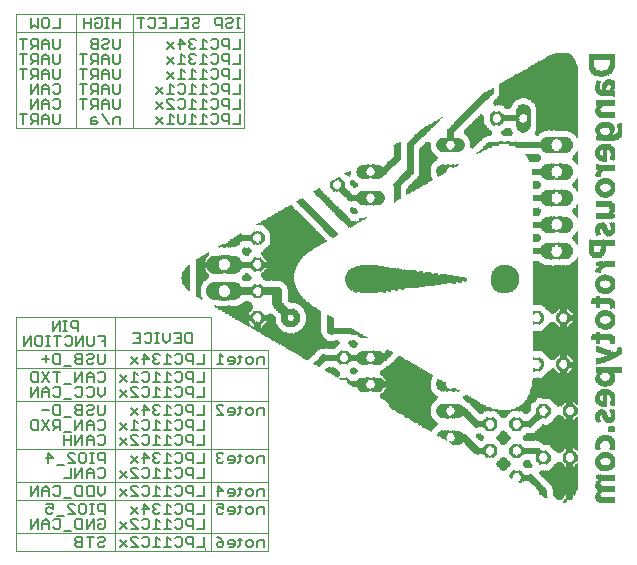
<source format=gbo>
G75*
G70*
%OFA0B0*%
%FSLAX24Y24*%
%IPPOS*%
%LPD*%
%AMOC8*
5,1,8,0,0,1.08239X$1,22.5*
%
%ADD10C,0.0050*%
%ADD11C,0.0040*%
%ADD12R,0.0010X0.0440*%
%ADD13R,0.0010X0.0180*%
%ADD14R,0.0010X0.0210*%
%ADD15R,0.0010X0.0470*%
%ADD16R,0.0010X0.0220*%
%ADD17R,0.0010X0.0240*%
%ADD18R,0.0010X0.0480*%
%ADD19R,0.0010X0.0260*%
%ADD20R,0.0010X0.0490*%
%ADD21R,0.0010X0.0270*%
%ADD22R,0.0010X0.0500*%
%ADD23R,0.0010X0.0510*%
%ADD24R,0.0010X0.0280*%
%ADD25R,0.0010X0.0120*%
%ADD26R,0.0010X0.0250*%
%ADD27R,0.0010X0.0060*%
%ADD28R,0.0010X0.0230*%
%ADD29R,0.0010X0.0030*%
%ADD30R,0.0010X0.0200*%
%ADD31R,0.0010X0.0190*%
%ADD32R,0.0010X0.0130*%
%ADD33R,0.0010X0.0140*%
%ADD34R,0.0010X0.0170*%
%ADD35R,0.0010X0.0150*%
%ADD36R,0.0010X0.0160*%
%ADD37R,0.0010X0.0090*%
%ADD38R,0.0010X0.0100*%
%ADD39R,0.0010X0.0410*%
%ADD40R,0.0010X0.0300*%
%ADD41R,0.0010X0.0290*%
%ADD42R,0.0010X0.0380*%
%ADD43R,0.0010X0.0340*%
%ADD44R,0.0010X0.0310*%
%ADD45R,0.0010X0.0350*%
%ADD46R,0.0010X0.0320*%
%ADD47R,0.0010X0.0400*%
%ADD48R,0.0010X0.0360*%
%ADD49R,0.0010X0.0330*%
%ADD50R,0.0010X0.0370*%
%ADD51R,0.0010X0.0530*%
%ADD52R,0.0010X0.0390*%
%ADD53R,0.0010X0.0560*%
%ADD54R,0.0010X0.0450*%
%ADD55R,0.0010X0.0430*%
%ADD56R,0.0010X0.0540*%
%ADD57R,0.0010X0.0520*%
%ADD58R,0.0010X0.0550*%
%ADD59R,0.0010X0.0460*%
%ADD60R,0.0010X0.0590*%
%ADD61R,0.0010X0.0420*%
%ADD62R,0.0010X0.0600*%
%ADD63R,0.0010X0.0570*%
%ADD64R,0.0010X0.0610*%
%ADD65R,0.0010X0.0580*%
%ADD66R,0.0010X0.0630*%
%ADD67R,0.0010X0.0640*%
%ADD68R,0.0010X0.0650*%
%ADD69R,0.0010X0.0660*%
%ADD70R,0.0010X0.0110*%
%ADD71R,0.0010X0.0050*%
%ADD72R,0.0010X0.0070*%
%ADD73R,0.0010X0.0040*%
%ADD74R,0.0010X0.0020*%
%ADD75R,0.0010X0.0010*%
%ADD76R,0.0010X0.0910*%
%ADD77R,0.0010X0.0900*%
%ADD78R,0.0010X0.0080*%
%ADD79R,0.0010X0.0680*%
%ADD80R,0.0010X0.0620*%
%ADD81R,0.0010X0.2340*%
%ADD82R,0.0010X0.4900*%
%ADD83R,0.0010X0.1140*%
%ADD84R,0.0010X0.0800*%
%ADD85R,0.0010X0.2370*%
%ADD86R,0.0010X0.4860*%
%ADD87R,0.0010X0.1120*%
%ADD88R,0.0010X0.0840*%
%ADD89R,0.0010X0.2380*%
%ADD90R,0.0010X0.4850*%
%ADD91R,0.0010X0.1100*%
%ADD92R,0.0010X0.2400*%
%ADD93R,0.0010X0.4810*%
%ADD94R,0.0010X0.1080*%
%ADD95R,0.0010X0.0870*%
%ADD96R,0.0010X0.2430*%
%ADD97R,0.0010X0.4790*%
%ADD98R,0.0010X0.1060*%
%ADD99R,0.0010X0.4770*%
%ADD100R,0.0010X0.1040*%
%ADD101R,0.0010X0.2440*%
%ADD102R,0.0010X0.4750*%
%ADD103R,0.0010X0.1020*%
%ADD104R,0.0010X0.0930*%
%ADD105R,0.0010X0.2490*%
%ADD106R,0.0010X0.4730*%
%ADD107R,0.0010X0.1010*%
%ADD108R,0.0010X0.0960*%
%ADD109R,0.0010X0.1000*%
%ADD110R,0.0010X0.2500*%
%ADD111R,0.0010X0.0990*%
%ADD112R,0.0010X0.0980*%
%ADD113R,0.0010X0.2520*%
%ADD114R,0.0010X0.4680*%
%ADD115R,0.0010X0.0940*%
%ADD116R,0.0010X0.0950*%
%ADD117R,0.0010X0.0920*%
%ADD118R,0.0010X0.4670*%
%ADD119R,0.0010X0.2530*%
%ADD120R,0.0010X0.4650*%
%ADD121R,0.0010X0.2540*%
%ADD122R,0.0010X0.2570*%
%ADD123R,0.0010X0.1700*%
%ADD124R,0.0010X0.1290*%
%ADD125R,0.0010X0.1300*%
%ADD126R,0.0010X0.1350*%
%ADD127R,0.0010X0.1260*%
%ADD128R,0.0010X0.2550*%
%ADD129R,0.0010X0.1670*%
%ADD130R,0.0010X0.1280*%
%ADD131R,0.0010X0.1320*%
%ADD132R,0.0010X0.1250*%
%ADD133R,0.0010X0.1660*%
%ADD134R,0.0010X0.1310*%
%ADD135R,0.0010X0.1650*%
%ADD136R,0.0010X0.1230*%
%ADD137R,0.0010X0.1270*%
%ADD138R,0.0010X0.1640*%
%ADD139R,0.0010X0.1200*%
%ADD140R,0.0010X0.1240*%
%ADD141R,0.0010X0.2560*%
%ADD142R,0.0010X0.1620*%
%ADD143R,0.0010X0.1190*%
%ADD144R,0.0010X0.1600*%
%ADD145R,0.0010X0.1180*%
%ADD146R,0.0010X0.2590*%
%ADD147R,0.0010X0.1580*%
%ADD148R,0.0010X0.1160*%
%ADD149R,0.0010X0.1570*%
%ADD150R,0.0010X0.2580*%
%ADD151R,0.0010X0.1550*%
%ADD152R,0.0010X0.1540*%
%ADD153R,0.0010X0.1520*%
%ADD154R,0.0010X0.1510*%
%ADD155R,0.0010X0.1170*%
%ADD156R,0.0010X0.1500*%
%ADD157R,0.0010X0.1150*%
%ADD158R,0.0010X0.1490*%
%ADD159R,0.0010X0.1480*%
%ADD160R,0.0010X0.1460*%
%ADD161R,0.0010X0.1450*%
%ADD162R,0.0010X0.1130*%
%ADD163R,0.0010X0.1440*%
%ADD164R,0.0010X0.1430*%
%ADD165R,0.0010X0.1330*%
%ADD166R,0.0010X0.1340*%
%ADD167R,0.0010X0.1630*%
%ADD168R,0.0010X0.1610*%
%ADD169R,0.0010X0.0970*%
%ADD170R,0.0010X0.1030*%
%ADD171R,0.0010X0.1590*%
%ADD172R,0.0010X0.1050*%
%ADD173R,0.0010X0.1090*%
%ADD174R,0.0010X0.1110*%
%ADD175R,0.0010X0.1210*%
%ADD176R,0.0010X0.1220*%
%ADD177R,0.0010X0.1470*%
%ADD178R,0.0010X0.1070*%
%ADD179R,0.0010X0.1530*%
%ADD180R,0.0010X0.1560*%
%ADD181R,0.0010X0.0740*%
%ADD182R,0.0010X0.0730*%
%ADD183R,0.0010X0.0890*%
%ADD184R,0.0010X0.0850*%
%ADD185R,0.0010X0.0830*%
%ADD186R,0.0010X0.2510*%
%ADD187R,0.0010X0.0810*%
%ADD188R,0.0010X0.0790*%
%ADD189R,0.0010X0.0770*%
%ADD190R,0.0010X0.0760*%
%ADD191R,0.0010X0.0720*%
%ADD192R,0.0010X0.0690*%
%ADD193R,0.0010X0.2480*%
%ADD194R,0.0010X0.2470*%
%ADD195R,0.0010X0.0670*%
%ADD196R,0.0010X0.0880*%
%ADD197R,0.0010X0.2460*%
%ADD198R,0.0010X0.0860*%
%ADD199R,0.0010X0.2450*%
%ADD200R,0.0010X0.2420*%
%ADD201R,0.0010X0.1420*%
%ADD202R,0.0010X0.1410*%
%ADD203R,0.0010X0.0780*%
%ADD204R,0.0010X0.1400*%
%ADD205R,0.0010X0.0820*%
%ADD206R,0.0010X0.1390*%
%ADD207R,0.0010X0.0750*%
%ADD208R,0.0010X0.1380*%
%ADD209R,0.0010X0.0710*%
%ADD210R,0.0010X0.1370*%
%ADD211R,0.0010X0.0700*%
%ADD212R,0.0010X0.1360*%
%ADD213R,0.0010X0.2410*%
%ADD214R,0.0010X0.1900*%
%ADD215R,0.0010X0.1890*%
%ADD216R,0.0010X0.1910*%
%ADD217R,0.0010X0.1880*%
%ADD218R,0.0010X0.1870*%
%ADD219R,0.0010X0.1860*%
%ADD220R,0.0010X0.1840*%
%ADD221R,0.0010X0.1820*%
%ADD222R,0.0010X0.1800*%
%ADD223R,0.0010X0.1780*%
%ADD224R,0.0010X0.1770*%
%ADD225R,0.0010X0.1740*%
%ADD226R,0.0010X0.1730*%
%ADD227R,0.0010X0.1710*%
%ADD228R,0.0010X0.1690*%
%ADD229R,0.0010X0.1760*%
%ADD230R,0.0010X0.1790*%
%ADD231R,0.0010X0.1810*%
%ADD232R,0.0010X0.1830*%
%ADD233R,0.0010X0.1850*%
%ADD234R,0.0010X0.1920*%
%ADD235R,0.0010X0.1930*%
%ADD236R,0.0010X0.1950*%
%ADD237R,0.0010X0.1940*%
%ADD238R,0.0010X0.1720*%
%ADD239R,0.0010X0.2020*%
%ADD240R,0.0010X0.2080*%
%ADD241R,0.0010X0.2090*%
%ADD242R,0.0010X0.2160*%
%ADD243R,0.0010X0.3150*%
%ADD244R,0.0010X0.3160*%
%ADD245R,0.0010X0.3180*%
%ADD246R,0.0010X0.3190*%
%ADD247R,0.0010X0.3210*%
%ADD248R,0.0010X0.3220*%
%ADD249R,0.0010X0.3240*%
%ADD250R,0.0010X0.3250*%
%ADD251R,0.0010X0.3230*%
%ADD252R,0.0010X0.3200*%
%ADD253R,0.0010X0.3170*%
%ADD254R,0.0010X0.3130*%
%ADD255R,0.0010X0.3120*%
%ADD256R,0.0010X0.2760*%
%ADD257R,0.0010X0.2720*%
%ADD258R,0.0010X0.2690*%
%ADD259R,0.0010X0.2630*%
%ADD260R,0.0010X0.2620*%
%ADD261R,0.0010X0.2390*%
%ADD262R,0.0010X0.2360*%
%ADD263R,0.0010X0.2330*%
%ADD264R,0.0010X0.2320*%
%ADD265R,0.0010X0.2310*%
%ADD266R,0.0010X0.2290*%
%ADD267R,0.0010X0.2280*%
%ADD268R,0.0010X0.2270*%
%ADD269R,0.0010X0.2260*%
%ADD270R,0.0010X0.2250*%
%ADD271R,0.0010X0.2240*%
%ADD272R,0.0010X0.2230*%
%ADD273R,0.0010X0.2220*%
%ADD274R,0.0010X0.2200*%
%ADD275R,0.0010X0.2190*%
%ADD276R,0.0010X0.2180*%
%ADD277R,0.0010X0.2170*%
%ADD278R,0.0010X0.2140*%
D10*
X002702Y001682D02*
X002644Y001741D01*
X002644Y001799D01*
X002702Y001857D01*
X002877Y001857D01*
X002877Y001682D02*
X002702Y001682D01*
X002877Y001682D02*
X002877Y002033D01*
X002702Y002033D01*
X002644Y001974D01*
X002644Y001916D01*
X002702Y001857D01*
X003012Y002033D02*
X003245Y002033D01*
X003129Y002033D02*
X003129Y001682D01*
X003380Y001741D02*
X003439Y001682D01*
X003555Y001682D01*
X003614Y001741D01*
X003555Y001857D02*
X003439Y001857D01*
X003380Y001799D01*
X003380Y001741D01*
X003555Y001857D02*
X003614Y001916D01*
X003614Y001974D01*
X003555Y002033D01*
X003439Y002033D01*
X003380Y001974D01*
X003439Y002282D02*
X003380Y002341D01*
X003380Y002457D01*
X003497Y002457D01*
X003614Y002341D02*
X003555Y002282D01*
X003439Y002282D01*
X003614Y002341D02*
X003614Y002574D01*
X003555Y002633D01*
X003439Y002633D01*
X003380Y002574D01*
X003245Y002633D02*
X003012Y002282D01*
X003012Y002633D01*
X002877Y002633D02*
X002702Y002633D01*
X002644Y002574D01*
X002644Y002341D01*
X002702Y002282D01*
X002877Y002282D01*
X002877Y002633D01*
X002825Y002782D02*
X002766Y002841D01*
X002766Y003074D01*
X002825Y003133D01*
X002942Y003133D01*
X003000Y003074D01*
X003000Y002841D01*
X002942Y002782D01*
X002825Y002782D01*
X002632Y002782D02*
X002398Y003016D01*
X002398Y003074D01*
X002457Y003133D01*
X002573Y003133D01*
X002632Y003074D01*
X002509Y003324D02*
X002275Y003324D01*
X002141Y003441D02*
X002082Y003382D01*
X001965Y003382D01*
X001907Y003441D01*
X001772Y003382D02*
X001772Y003616D01*
X001656Y003733D01*
X001539Y003616D01*
X001539Y003382D01*
X001404Y003382D02*
X001404Y003733D01*
X001170Y003382D01*
X001170Y003733D01*
X001539Y003557D02*
X001772Y003557D01*
X001907Y003674D02*
X001965Y003733D01*
X002082Y003733D01*
X002141Y003674D01*
X002141Y003441D01*
X001895Y003133D02*
X001662Y003133D01*
X001720Y003016D02*
X001662Y002957D01*
X001662Y002841D01*
X001720Y002782D01*
X001837Y002782D01*
X001895Y002841D01*
X001895Y002957D02*
X001778Y003016D01*
X001720Y003016D01*
X001895Y002957D02*
X001895Y003133D01*
X002030Y002724D02*
X002263Y002724D01*
X002398Y002782D02*
X002632Y002782D01*
X003129Y002782D02*
X003245Y002782D01*
X003187Y002782D02*
X003187Y003133D01*
X003245Y003133D02*
X003129Y003133D01*
X003070Y003382D02*
X003012Y003441D01*
X003012Y003674D01*
X003070Y003733D01*
X003245Y003733D01*
X003245Y003382D01*
X003070Y003382D01*
X002877Y003382D02*
X002702Y003382D01*
X002644Y003441D01*
X002644Y003674D01*
X002702Y003733D01*
X002877Y003733D01*
X002877Y003382D01*
X003380Y003499D02*
X003380Y003733D01*
X003614Y003733D02*
X003614Y003499D01*
X003497Y003382D01*
X003380Y003499D01*
X003439Y003133D02*
X003380Y003074D01*
X003380Y002957D01*
X003439Y002899D01*
X003614Y002899D01*
X003614Y002782D02*
X003614Y003133D01*
X003439Y003133D01*
X003245Y002633D02*
X003245Y002282D01*
X002509Y002224D02*
X002275Y002224D01*
X002141Y002341D02*
X002082Y002282D01*
X001965Y002282D01*
X001907Y002341D01*
X001772Y002282D02*
X001772Y002516D01*
X001656Y002633D01*
X001539Y002516D01*
X001539Y002282D01*
X001404Y002282D02*
X001404Y002633D01*
X001170Y002282D01*
X001170Y002633D01*
X001539Y002457D02*
X001772Y002457D01*
X001907Y002574D02*
X001965Y002633D01*
X002082Y002633D01*
X002141Y002574D01*
X002141Y002341D01*
X004117Y002282D02*
X004350Y002516D01*
X004485Y002516D02*
X004485Y002574D01*
X004544Y002633D01*
X004660Y002633D01*
X004719Y002574D01*
X004854Y002574D02*
X004912Y002633D01*
X005029Y002633D01*
X005087Y002574D01*
X005087Y002341D01*
X005029Y002282D01*
X004912Y002282D01*
X004854Y002341D01*
X004719Y002282D02*
X004485Y002516D01*
X004485Y002282D02*
X004719Y002282D01*
X004660Y002033D02*
X004544Y002033D01*
X004485Y001974D01*
X004485Y001916D01*
X004719Y001682D01*
X004485Y001682D01*
X004350Y001682D02*
X004117Y001916D01*
X004350Y001916D02*
X004117Y001682D01*
X004660Y002033D02*
X004719Y001974D01*
X004854Y001974D02*
X004912Y002033D01*
X005029Y002033D01*
X005087Y001974D01*
X005087Y001741D01*
X005029Y001682D01*
X004912Y001682D01*
X004854Y001741D01*
X005222Y001682D02*
X005455Y001682D01*
X005339Y001682D02*
X005339Y002033D01*
X005455Y001916D01*
X005590Y001682D02*
X005824Y001682D01*
X005707Y001682D02*
X005707Y002033D01*
X005824Y001916D01*
X005958Y001974D02*
X006017Y002033D01*
X006134Y002033D01*
X006192Y001974D01*
X006192Y001741D01*
X006134Y001682D01*
X006017Y001682D01*
X005958Y001741D01*
X006327Y001857D02*
X006327Y001974D01*
X006385Y002033D01*
X006560Y002033D01*
X006560Y001682D01*
X006560Y001799D02*
X006385Y001799D01*
X006327Y001857D01*
X006695Y001682D02*
X006929Y001682D01*
X006929Y002033D01*
X006929Y002282D02*
X006695Y002282D01*
X006560Y002282D02*
X006560Y002633D01*
X006385Y002633D01*
X006327Y002574D01*
X006327Y002457D01*
X006385Y002399D01*
X006560Y002399D01*
X006192Y002341D02*
X006134Y002282D01*
X006017Y002282D01*
X005958Y002341D01*
X005824Y002282D02*
X005590Y002282D01*
X005707Y002282D02*
X005707Y002633D01*
X005824Y002516D01*
X005958Y002574D02*
X006017Y002633D01*
X006134Y002633D01*
X006192Y002574D01*
X006192Y002341D01*
X006929Y002282D02*
X006929Y002633D01*
X006929Y002782D02*
X006695Y002782D01*
X006560Y002782D02*
X006560Y003133D01*
X006385Y003133D01*
X006327Y003074D01*
X006327Y002957D01*
X006385Y002899D01*
X006560Y002899D01*
X006192Y002841D02*
X006192Y003074D01*
X006134Y003133D01*
X006017Y003133D01*
X005958Y003074D01*
X005824Y003016D02*
X005707Y003133D01*
X005707Y002782D01*
X005824Y002782D02*
X005590Y002782D01*
X005455Y002841D02*
X005397Y002782D01*
X005280Y002782D01*
X005222Y002841D01*
X005222Y002899D01*
X005280Y002957D01*
X005339Y002957D01*
X005280Y002957D02*
X005222Y003016D01*
X005222Y003074D01*
X005280Y003133D01*
X005397Y003133D01*
X005455Y003074D01*
X005455Y003382D02*
X005222Y003382D01*
X005339Y003382D02*
X005339Y003733D01*
X005455Y003616D01*
X005590Y003382D02*
X005824Y003382D01*
X005707Y003382D02*
X005707Y003733D01*
X005824Y003616D01*
X005958Y003674D02*
X006017Y003733D01*
X006134Y003733D01*
X006192Y003674D01*
X006192Y003441D01*
X006134Y003382D01*
X006017Y003382D01*
X005958Y003441D01*
X006327Y003557D02*
X006327Y003674D01*
X006385Y003733D01*
X006560Y003733D01*
X006560Y003382D01*
X006560Y003499D02*
X006385Y003499D01*
X006327Y003557D01*
X006695Y003382D02*
X006929Y003382D01*
X006929Y003733D01*
X006929Y003982D02*
X006695Y003982D01*
X006560Y003982D02*
X006560Y004333D01*
X006385Y004333D01*
X006327Y004274D01*
X006327Y004157D01*
X006385Y004099D01*
X006560Y004099D01*
X006192Y004041D02*
X006134Y003982D01*
X006017Y003982D01*
X005958Y004041D01*
X005824Y003982D02*
X005590Y003982D01*
X005707Y003982D02*
X005707Y004333D01*
X005824Y004216D01*
X005958Y004274D02*
X006017Y004333D01*
X006134Y004333D01*
X006192Y004274D01*
X006192Y004041D01*
X006929Y003982D02*
X006929Y004333D01*
X006929Y004482D02*
X006695Y004482D01*
X006560Y004482D02*
X006560Y004833D01*
X006385Y004833D01*
X006327Y004774D01*
X006327Y004657D01*
X006385Y004599D01*
X006560Y004599D01*
X006192Y004541D02*
X006192Y004774D01*
X006134Y004833D01*
X006017Y004833D01*
X005958Y004774D01*
X005824Y004716D02*
X005707Y004833D01*
X005707Y004482D01*
X005824Y004482D02*
X005590Y004482D01*
X005455Y004541D02*
X005397Y004482D01*
X005280Y004482D01*
X005222Y004541D01*
X005222Y004599D01*
X005280Y004657D01*
X005339Y004657D01*
X005280Y004657D02*
X005222Y004716D01*
X005222Y004774D01*
X005280Y004833D01*
X005397Y004833D01*
X005455Y004774D01*
X005455Y005082D02*
X005222Y005082D01*
X005339Y005082D02*
X005339Y005433D01*
X005455Y005316D01*
X005590Y005082D02*
X005824Y005082D01*
X005707Y005082D02*
X005707Y005433D01*
X005824Y005316D01*
X005958Y005374D02*
X006017Y005433D01*
X006134Y005433D01*
X006192Y005374D01*
X006192Y005141D01*
X006134Y005082D01*
X006017Y005082D01*
X005958Y005141D01*
X006327Y005257D02*
X006327Y005374D01*
X006385Y005433D01*
X006560Y005433D01*
X006560Y005082D01*
X006560Y005199D02*
X006385Y005199D01*
X006327Y005257D01*
X006134Y005582D02*
X006017Y005582D01*
X005958Y005641D01*
X005824Y005582D02*
X005590Y005582D01*
X005707Y005582D02*
X005707Y005933D01*
X005824Y005816D01*
X005958Y005874D02*
X006017Y005933D01*
X006134Y005933D01*
X006192Y005874D01*
X006192Y005641D01*
X006134Y005582D01*
X006327Y005757D02*
X006385Y005699D01*
X006560Y005699D01*
X006560Y005582D02*
X006560Y005933D01*
X006385Y005933D01*
X006327Y005874D01*
X006327Y005757D01*
X006134Y006082D02*
X006017Y006082D01*
X005958Y006141D01*
X005824Y006082D02*
X005590Y006082D01*
X005707Y006082D02*
X005707Y006433D01*
X005824Y006316D01*
X005958Y006374D02*
X006017Y006433D01*
X006134Y006433D01*
X006192Y006374D01*
X006192Y006141D01*
X006134Y006082D01*
X006327Y006257D02*
X006385Y006199D01*
X006560Y006199D01*
X006560Y006082D02*
X006560Y006433D01*
X006385Y006433D01*
X006327Y006374D01*
X006327Y006257D01*
X006695Y006082D02*
X006929Y006082D01*
X006929Y006433D01*
X006929Y006682D02*
X006695Y006682D01*
X006560Y006682D02*
X006560Y007033D01*
X006385Y007033D01*
X006327Y006974D01*
X006327Y006857D01*
X006385Y006799D01*
X006560Y006799D01*
X006192Y006741D02*
X006192Y006974D01*
X006134Y007033D01*
X006017Y007033D01*
X005958Y006974D01*
X005824Y006916D02*
X005707Y007033D01*
X005707Y006682D01*
X005824Y006682D02*
X005590Y006682D01*
X005455Y006682D02*
X005222Y006682D01*
X005339Y006682D02*
X005339Y007033D01*
X005455Y006916D01*
X005455Y007182D02*
X005222Y007182D01*
X005339Y007182D02*
X005339Y007533D01*
X005455Y007416D01*
X005590Y007182D02*
X005824Y007182D01*
X005707Y007182D02*
X005707Y007533D01*
X005824Y007416D01*
X005958Y007474D02*
X006017Y007533D01*
X006134Y007533D01*
X006192Y007474D01*
X006192Y007241D01*
X006134Y007182D01*
X006017Y007182D01*
X005958Y007241D01*
X006327Y007357D02*
X006385Y007299D01*
X006560Y007299D01*
X006560Y007182D02*
X006560Y007533D01*
X006385Y007533D01*
X006327Y007474D01*
X006327Y007357D01*
X006695Y007182D02*
X006929Y007182D01*
X006929Y007533D01*
X006929Y007782D02*
X006695Y007782D01*
X006560Y007782D02*
X006560Y008133D01*
X006385Y008133D01*
X006327Y008074D01*
X006327Y007957D01*
X006385Y007899D01*
X006560Y007899D01*
X006192Y007841D02*
X006134Y007782D01*
X006017Y007782D01*
X005958Y007841D01*
X005824Y007782D02*
X005590Y007782D01*
X005707Y007782D02*
X005707Y008133D01*
X005824Y008016D01*
X005958Y008074D02*
X006017Y008133D01*
X006134Y008133D01*
X006192Y008074D01*
X006192Y007841D01*
X006929Y007782D02*
X006929Y008133D01*
X006529Y008482D02*
X006353Y008482D01*
X006295Y008541D01*
X006295Y008774D01*
X006353Y008833D01*
X006529Y008833D01*
X006529Y008482D01*
X006160Y008482D02*
X005927Y008482D01*
X005792Y008599D02*
X005675Y008482D01*
X005558Y008599D01*
X005558Y008833D01*
X005424Y008833D02*
X005307Y008833D01*
X005365Y008833D02*
X005365Y008482D01*
X005307Y008482D02*
X005424Y008482D01*
X005178Y008541D02*
X005120Y008482D01*
X005003Y008482D01*
X004945Y008541D01*
X004810Y008482D02*
X004576Y008482D01*
X004693Y008657D02*
X004810Y008657D01*
X004810Y008482D02*
X004810Y008833D01*
X004576Y008833D01*
X004945Y008774D02*
X005003Y008833D01*
X005120Y008833D01*
X005178Y008774D01*
X005178Y008541D01*
X005280Y008133D02*
X005222Y008074D01*
X005222Y008016D01*
X005280Y007957D01*
X005222Y007899D01*
X005222Y007841D01*
X005280Y007782D01*
X005397Y007782D01*
X005455Y007841D01*
X005339Y007957D02*
X005280Y007957D01*
X005280Y008133D02*
X005397Y008133D01*
X005455Y008074D01*
X005087Y007957D02*
X004854Y007957D01*
X004719Y008016D02*
X004485Y007782D01*
X004719Y007782D02*
X004485Y008016D01*
X004912Y008133D02*
X004912Y007782D01*
X005087Y007957D02*
X004912Y008133D01*
X004912Y007533D02*
X005029Y007533D01*
X005087Y007474D01*
X005087Y007241D01*
X005029Y007182D01*
X004912Y007182D01*
X004854Y007241D01*
X004719Y007182D02*
X004485Y007182D01*
X004602Y007182D02*
X004602Y007533D01*
X004719Y007416D01*
X004854Y007474D02*
X004912Y007533D01*
X004350Y007416D02*
X004117Y007182D01*
X004350Y007182D02*
X004117Y007416D01*
X004117Y006916D02*
X004350Y006682D01*
X004485Y006682D02*
X004719Y006682D01*
X004485Y006916D01*
X004485Y006974D01*
X004544Y007033D01*
X004660Y007033D01*
X004719Y006974D01*
X004854Y006974D02*
X004912Y007033D01*
X005029Y007033D01*
X005087Y006974D01*
X005087Y006741D01*
X005029Y006682D01*
X004912Y006682D01*
X004854Y006741D01*
X004912Y006433D02*
X005087Y006257D01*
X004854Y006257D01*
X004719Y006316D02*
X004485Y006082D01*
X004602Y005933D02*
X004602Y005582D01*
X004719Y005582D02*
X004485Y005582D01*
X004350Y005582D02*
X004117Y005816D01*
X004350Y005816D02*
X004117Y005582D01*
X004485Y005374D02*
X004544Y005433D01*
X004660Y005433D01*
X004719Y005374D01*
X004854Y005374D02*
X004912Y005433D01*
X005029Y005433D01*
X005087Y005374D01*
X005087Y005141D01*
X005029Y005082D01*
X004912Y005082D01*
X004854Y005141D01*
X004719Y005082D02*
X004485Y005082D01*
X004350Y005082D02*
X004117Y005316D01*
X004350Y005316D02*
X004117Y005082D01*
X004485Y005316D02*
X004485Y005374D01*
X004485Y005316D02*
X004719Y005082D01*
X004912Y004833D02*
X005087Y004657D01*
X004854Y004657D01*
X004719Y004716D02*
X004485Y004482D01*
X004544Y004333D02*
X004660Y004333D01*
X004719Y004274D01*
X004854Y004274D02*
X004912Y004333D01*
X005029Y004333D01*
X005087Y004274D01*
X005087Y004041D01*
X005029Y003982D01*
X004912Y003982D01*
X004854Y004041D01*
X004719Y003982D02*
X004485Y004216D01*
X004485Y004274D01*
X004544Y004333D01*
X004350Y004216D02*
X004117Y003982D01*
X004350Y003982D02*
X004117Y004216D01*
X004485Y003982D02*
X004719Y003982D01*
X004660Y003733D02*
X004544Y003733D01*
X004485Y003674D01*
X004485Y003616D01*
X004719Y003382D01*
X004485Y003382D01*
X004350Y003382D02*
X004117Y003616D01*
X004350Y003616D02*
X004117Y003382D01*
X004485Y003016D02*
X004719Y002782D01*
X004912Y002782D02*
X004912Y003133D01*
X005087Y002957D01*
X004854Y002957D01*
X004719Y003016D02*
X004485Y002782D01*
X004117Y002516D02*
X004350Y002282D01*
X005222Y002282D02*
X005455Y002282D01*
X005339Y002282D02*
X005339Y002633D01*
X005455Y002516D01*
X005958Y002841D02*
X006017Y002782D01*
X006134Y002782D01*
X006192Y002841D01*
X006929Y002782D02*
X006929Y003133D01*
X007345Y003133D02*
X007578Y003133D01*
X007578Y002957D01*
X007461Y003016D01*
X007403Y003016D01*
X007345Y002957D01*
X007345Y002841D01*
X007403Y002782D01*
X007520Y002782D01*
X007578Y002841D01*
X007713Y002899D02*
X007946Y002899D01*
X007946Y002841D02*
X007946Y002957D01*
X007888Y003016D01*
X007771Y003016D01*
X007713Y002957D01*
X007713Y002899D01*
X007771Y002782D02*
X007888Y002782D01*
X007946Y002841D01*
X008075Y002782D02*
X008134Y002841D01*
X008134Y003074D01*
X008192Y003016D02*
X008075Y003016D01*
X008327Y002957D02*
X008385Y003016D01*
X008502Y003016D01*
X008560Y002957D01*
X008560Y002841D01*
X008502Y002782D01*
X008385Y002782D01*
X008327Y002841D01*
X008327Y002957D01*
X008695Y002957D02*
X008695Y002782D01*
X008695Y002957D02*
X008753Y003016D01*
X008929Y003016D01*
X008929Y002782D01*
X008929Y003382D02*
X008929Y003616D01*
X008753Y003616D01*
X008695Y003557D01*
X008695Y003382D01*
X008560Y003441D02*
X008502Y003382D01*
X008385Y003382D01*
X008327Y003441D01*
X008327Y003557D01*
X008385Y003616D01*
X008502Y003616D01*
X008560Y003557D01*
X008560Y003441D01*
X008192Y003616D02*
X008075Y003616D01*
X008134Y003674D02*
X008134Y003441D01*
X008075Y003382D01*
X007946Y003441D02*
X007888Y003382D01*
X007771Y003382D01*
X007713Y003499D02*
X007946Y003499D01*
X007946Y003441D02*
X007946Y003557D01*
X007888Y003616D01*
X007771Y003616D01*
X007713Y003557D01*
X007713Y003499D01*
X007578Y003557D02*
X007345Y003557D01*
X007403Y003382D02*
X007403Y003733D01*
X007578Y003557D01*
X007520Y004482D02*
X007578Y004541D01*
X007520Y004482D02*
X007403Y004482D01*
X007345Y004541D01*
X007345Y004599D01*
X007403Y004657D01*
X007461Y004657D01*
X007403Y004657D02*
X007345Y004716D01*
X007345Y004774D01*
X007403Y004833D01*
X007520Y004833D01*
X007578Y004774D01*
X007713Y004657D02*
X007771Y004716D01*
X007888Y004716D01*
X007946Y004657D01*
X007946Y004541D01*
X007888Y004482D01*
X007771Y004482D01*
X007713Y004599D02*
X007946Y004599D01*
X008075Y004482D02*
X008134Y004541D01*
X008134Y004774D01*
X008192Y004716D02*
X008075Y004716D01*
X008327Y004657D02*
X008385Y004716D01*
X008502Y004716D01*
X008560Y004657D01*
X008560Y004541D01*
X008502Y004482D01*
X008385Y004482D01*
X008327Y004541D01*
X008327Y004657D01*
X008695Y004657D02*
X008695Y004482D01*
X008695Y004657D02*
X008753Y004716D01*
X008929Y004716D01*
X008929Y004482D01*
X007713Y004599D02*
X007713Y004657D01*
X006929Y004833D02*
X006929Y004482D01*
X006929Y005082D02*
X006695Y005082D01*
X006929Y005082D02*
X006929Y005433D01*
X006929Y005582D02*
X006695Y005582D01*
X006929Y005582D02*
X006929Y005933D01*
X007345Y006082D02*
X007578Y006082D01*
X007345Y006316D01*
X007345Y006374D01*
X007403Y006433D01*
X007520Y006433D01*
X007578Y006374D01*
X007713Y006257D02*
X007713Y006199D01*
X007946Y006199D01*
X007946Y006141D02*
X007946Y006257D01*
X007888Y006316D01*
X007771Y006316D01*
X007713Y006257D01*
X007771Y006082D02*
X007888Y006082D01*
X007946Y006141D01*
X008075Y006082D02*
X008134Y006141D01*
X008134Y006374D01*
X008192Y006316D02*
X008075Y006316D01*
X008327Y006257D02*
X008327Y006141D01*
X008385Y006082D01*
X008502Y006082D01*
X008560Y006141D01*
X008560Y006257D01*
X008502Y006316D01*
X008385Y006316D01*
X008327Y006257D01*
X008695Y006257D02*
X008695Y006082D01*
X008695Y006257D02*
X008753Y006316D01*
X008929Y006316D01*
X008929Y006082D01*
X006929Y006682D02*
X006929Y007033D01*
X006192Y006741D02*
X006134Y006682D01*
X006017Y006682D01*
X005958Y006741D01*
X005455Y006374D02*
X005397Y006433D01*
X005280Y006433D01*
X005222Y006374D01*
X005222Y006316D01*
X005280Y006257D01*
X005222Y006199D01*
X005222Y006141D01*
X005280Y006082D01*
X005397Y006082D01*
X005455Y006141D01*
X005339Y006257D02*
X005280Y006257D01*
X005339Y005933D02*
X005339Y005582D01*
X005455Y005582D02*
X005222Y005582D01*
X005087Y005641D02*
X005087Y005874D01*
X005029Y005933D01*
X004912Y005933D01*
X004854Y005874D01*
X004719Y005816D02*
X004602Y005933D01*
X004719Y006082D02*
X004485Y006316D01*
X004912Y006433D02*
X004912Y006082D01*
X004854Y005641D02*
X004912Y005582D01*
X005029Y005582D01*
X005087Y005641D01*
X005339Y005933D02*
X005455Y005816D01*
X004350Y006916D02*
X004117Y006682D01*
X003614Y006799D02*
X003497Y006682D01*
X003380Y006799D01*
X003380Y007033D01*
X003245Y006974D02*
X003245Y006741D01*
X003187Y006682D01*
X003070Y006682D01*
X003012Y006741D01*
X002877Y006741D02*
X002877Y006974D01*
X002819Y007033D01*
X002702Y007033D01*
X002644Y006974D01*
X002509Y007124D02*
X002275Y007124D01*
X002141Y006974D02*
X002141Y006741D01*
X002082Y006682D01*
X001965Y006682D01*
X001907Y006741D01*
X001772Y006682D02*
X001772Y006916D01*
X001656Y007033D01*
X001539Y006916D01*
X001539Y006682D01*
X001404Y006682D02*
X001404Y007033D01*
X001170Y006682D01*
X001170Y007033D01*
X001229Y007182D02*
X001170Y007241D01*
X001170Y007474D01*
X001229Y007533D01*
X001404Y007533D01*
X001404Y007182D01*
X001229Y007182D01*
X001539Y007182D02*
X001772Y007533D01*
X001907Y007533D02*
X002141Y007533D01*
X002024Y007533D02*
X002024Y007182D01*
X002082Y007033D02*
X001965Y007033D01*
X001907Y006974D01*
X001772Y006857D02*
X001539Y006857D01*
X001772Y007182D02*
X001539Y007533D01*
X001656Y007841D02*
X001656Y008074D01*
X001772Y007957D02*
X001539Y007957D01*
X001907Y007841D02*
X001907Y008074D01*
X001965Y008133D01*
X002141Y008133D01*
X002141Y007782D01*
X001965Y007782D01*
X001907Y007841D01*
X002275Y007724D02*
X002509Y007724D01*
X002644Y007841D02*
X002644Y007899D01*
X002702Y007957D01*
X002877Y007957D01*
X003012Y007899D02*
X003012Y007841D01*
X003070Y007782D01*
X003187Y007782D01*
X003245Y007841D01*
X003187Y007957D02*
X003070Y007957D01*
X003012Y007899D01*
X003012Y008074D02*
X003070Y008133D01*
X003187Y008133D01*
X003245Y008074D01*
X003245Y008016D01*
X003187Y007957D01*
X003380Y007841D02*
X003380Y008133D01*
X003614Y008133D02*
X003614Y007841D01*
X003555Y007782D01*
X003439Y007782D01*
X003380Y007841D01*
X003439Y007533D02*
X003555Y007533D01*
X003614Y007474D01*
X003614Y007241D01*
X003555Y007182D01*
X003439Y007182D01*
X003380Y007241D01*
X003245Y007182D02*
X003245Y007416D01*
X003129Y007533D01*
X003012Y007416D01*
X003012Y007182D01*
X002877Y007182D02*
X002877Y007533D01*
X002644Y007182D01*
X002644Y007533D01*
X002702Y007782D02*
X002877Y007782D01*
X002877Y008133D01*
X002702Y008133D01*
X002644Y008074D01*
X002644Y008016D01*
X002702Y007957D01*
X002644Y007841D02*
X002702Y007782D01*
X003012Y007357D02*
X003245Y007357D01*
X003380Y007474D02*
X003439Y007533D01*
X003614Y007033D02*
X003614Y006799D01*
X003614Y006433D02*
X003614Y006141D01*
X003555Y006082D01*
X003439Y006082D01*
X003380Y006141D01*
X003380Y006433D01*
X003245Y006374D02*
X003245Y006316D01*
X003187Y006257D01*
X003070Y006257D01*
X003012Y006199D01*
X003012Y006141D01*
X003070Y006082D01*
X003187Y006082D01*
X003245Y006141D01*
X003245Y006374D02*
X003187Y006433D01*
X003070Y006433D01*
X003012Y006374D01*
X002877Y006433D02*
X002877Y006082D01*
X002702Y006082D01*
X002644Y006141D01*
X002644Y006199D01*
X002702Y006257D01*
X002877Y006257D01*
X002702Y006257D02*
X002644Y006316D01*
X002644Y006374D01*
X002702Y006433D01*
X002877Y006433D01*
X002819Y006682D02*
X002702Y006682D01*
X002644Y006741D01*
X002509Y006624D02*
X002275Y006624D01*
X002141Y006433D02*
X001965Y006433D01*
X001907Y006374D01*
X001907Y006141D01*
X001965Y006082D01*
X002141Y006082D01*
X002141Y006433D01*
X001772Y006257D02*
X001539Y006257D01*
X001539Y005933D02*
X001772Y005582D01*
X001907Y005582D02*
X002024Y005699D01*
X001965Y005699D02*
X002141Y005699D01*
X002141Y005582D02*
X002141Y005933D01*
X001965Y005933D01*
X001907Y005874D01*
X001907Y005757D01*
X001965Y005699D01*
X001772Y005933D02*
X001539Y005582D01*
X001404Y005582D02*
X001404Y005933D01*
X001229Y005933D01*
X001170Y005874D01*
X001170Y005641D01*
X001229Y005582D01*
X001404Y005582D01*
X002275Y005524D02*
X002509Y005524D01*
X002509Y005433D02*
X002509Y005082D01*
X002644Y005082D02*
X002644Y005433D01*
X002644Y005582D02*
X002644Y005933D01*
X002509Y006024D02*
X002275Y006024D01*
X002644Y005582D02*
X002877Y005933D01*
X002877Y005582D01*
X003012Y005582D02*
X003012Y005816D01*
X003129Y005933D01*
X003245Y005816D01*
X003245Y005582D01*
X003380Y005641D02*
X003439Y005582D01*
X003555Y005582D01*
X003614Y005641D01*
X003614Y005874D01*
X003555Y005933D01*
X003439Y005933D01*
X003380Y005874D01*
X003245Y005757D02*
X003012Y005757D01*
X003129Y005433D02*
X003012Y005316D01*
X003012Y005082D01*
X002877Y005082D02*
X002877Y005433D01*
X002644Y005082D01*
X002509Y005257D02*
X002275Y005257D01*
X002275Y005082D02*
X002275Y005433D01*
X002457Y004833D02*
X002573Y004833D01*
X002632Y004774D01*
X002766Y004774D02*
X002825Y004833D01*
X002942Y004833D01*
X003000Y004774D01*
X003000Y004541D01*
X002942Y004482D01*
X002825Y004482D01*
X002766Y004541D01*
X002766Y004774D01*
X002457Y004833D02*
X002398Y004774D01*
X002398Y004716D01*
X002632Y004482D01*
X002398Y004482D01*
X002263Y004424D02*
X002030Y004424D01*
X001895Y004657D02*
X001662Y004657D01*
X001720Y004482D02*
X001720Y004833D01*
X001895Y004657D01*
X002509Y004333D02*
X002509Y003982D01*
X002275Y003982D01*
X002644Y003982D02*
X002644Y004333D01*
X002877Y004333D02*
X002644Y003982D01*
X002877Y003982D02*
X002877Y004333D01*
X003012Y004216D02*
X003012Y003982D01*
X003012Y004157D02*
X003245Y004157D01*
X003245Y004216D02*
X003129Y004333D01*
X003012Y004216D01*
X003245Y004216D02*
X003245Y003982D01*
X003380Y004041D02*
X003439Y003982D01*
X003555Y003982D01*
X003614Y004041D01*
X003614Y004274D01*
X003555Y004333D01*
X003439Y004333D01*
X003380Y004274D01*
X003245Y004482D02*
X003129Y004482D01*
X003187Y004482D02*
X003187Y004833D01*
X003245Y004833D02*
X003129Y004833D01*
X003380Y004774D02*
X003380Y004657D01*
X003439Y004599D01*
X003614Y004599D01*
X003614Y004482D02*
X003614Y004833D01*
X003439Y004833D01*
X003380Y004774D01*
X003439Y005082D02*
X003380Y005141D01*
X003439Y005082D02*
X003555Y005082D01*
X003614Y005141D01*
X003614Y005374D01*
X003555Y005433D01*
X003439Y005433D01*
X003380Y005374D01*
X003245Y005316D02*
X003129Y005433D01*
X003245Y005316D02*
X003245Y005082D01*
X003245Y005257D02*
X003012Y005257D01*
X004485Y004716D02*
X004719Y004482D01*
X004912Y004482D02*
X004912Y004833D01*
X005339Y004333D02*
X005339Y003982D01*
X005455Y003982D02*
X005222Y003982D01*
X005029Y003733D02*
X005087Y003674D01*
X005087Y003441D01*
X005029Y003382D01*
X004912Y003382D01*
X004854Y003441D01*
X004854Y003674D02*
X004912Y003733D01*
X005029Y003733D01*
X004719Y003674D02*
X004660Y003733D01*
X005339Y004333D02*
X005455Y004216D01*
X005958Y004541D02*
X006017Y004482D01*
X006134Y004482D01*
X006192Y004541D01*
X003245Y006974D02*
X003187Y007033D01*
X003070Y007033D01*
X003012Y006974D01*
X002877Y006741D02*
X002819Y006682D01*
X002141Y006974D02*
X002082Y007033D01*
X002039Y008382D02*
X002039Y008733D01*
X002155Y008733D02*
X001922Y008733D01*
X001787Y008733D02*
X001670Y008733D01*
X001729Y008733D02*
X001729Y008382D01*
X001787Y008382D02*
X001670Y008382D01*
X001541Y008441D02*
X001483Y008382D01*
X001366Y008382D01*
X001308Y008441D01*
X001308Y008674D01*
X001366Y008733D01*
X001483Y008733D01*
X001541Y008674D01*
X001541Y008441D01*
X001173Y008382D02*
X001173Y008733D01*
X000940Y008382D01*
X000940Y008733D01*
X001881Y008882D02*
X001881Y009233D01*
X002115Y009233D02*
X001881Y008882D01*
X002115Y008882D02*
X002115Y009233D01*
X002244Y009233D02*
X002360Y009233D01*
X002302Y009233D02*
X002302Y008882D01*
X002360Y008882D02*
X002244Y008882D01*
X002349Y008733D02*
X002290Y008674D01*
X002349Y008733D02*
X002465Y008733D01*
X002524Y008674D01*
X002524Y008441D01*
X002465Y008382D01*
X002349Y008382D01*
X002290Y008441D01*
X002658Y008382D02*
X002658Y008733D01*
X002729Y008882D02*
X002729Y009233D01*
X002553Y009233D01*
X002495Y009174D01*
X002495Y009057D01*
X002553Y008999D01*
X002729Y008999D01*
X002892Y008733D02*
X002658Y008382D01*
X002892Y008382D02*
X002892Y008733D01*
X003027Y008733D02*
X003027Y008441D01*
X003085Y008382D01*
X003202Y008382D01*
X003260Y008441D01*
X003260Y008733D01*
X003395Y008733D02*
X003629Y008733D01*
X003629Y008382D01*
X003629Y008557D02*
X003512Y008557D01*
X005792Y008599D02*
X005792Y008833D01*
X005927Y008833D02*
X006160Y008833D01*
X006160Y008482D01*
X006160Y008657D02*
X006044Y008657D01*
X007461Y008133D02*
X007461Y007782D01*
X007345Y007782D02*
X007578Y007782D01*
X007713Y007899D02*
X007946Y007899D01*
X007946Y007841D02*
X007946Y007957D01*
X007888Y008016D01*
X007771Y008016D01*
X007713Y007957D01*
X007713Y007899D01*
X007771Y007782D02*
X007888Y007782D01*
X007946Y007841D01*
X008075Y007782D02*
X008134Y007841D01*
X008134Y008074D01*
X008192Y008016D02*
X008075Y008016D01*
X008327Y007957D02*
X008327Y007841D01*
X008385Y007782D01*
X008502Y007782D01*
X008560Y007841D01*
X008560Y007957D01*
X008502Y008016D01*
X008385Y008016D01*
X008327Y007957D01*
X008695Y007957D02*
X008695Y007782D01*
X008695Y007957D02*
X008753Y008016D01*
X008929Y008016D01*
X008929Y007782D01*
X007578Y008016D02*
X007461Y008133D01*
X007345Y002033D02*
X007461Y001974D01*
X007578Y001857D01*
X007403Y001857D01*
X007345Y001799D01*
X007345Y001741D01*
X007403Y001682D01*
X007520Y001682D01*
X007578Y001741D01*
X007578Y001857D01*
X007713Y001857D02*
X007713Y001799D01*
X007946Y001799D01*
X007946Y001741D02*
X007946Y001857D01*
X007888Y001916D01*
X007771Y001916D01*
X007713Y001857D01*
X007771Y001682D02*
X007888Y001682D01*
X007946Y001741D01*
X008075Y001682D02*
X008134Y001741D01*
X008134Y001974D01*
X008192Y001916D02*
X008075Y001916D01*
X008327Y001857D02*
X008385Y001916D01*
X008502Y001916D01*
X008560Y001857D01*
X008560Y001741D01*
X008502Y001682D01*
X008385Y001682D01*
X008327Y001741D01*
X008327Y001857D01*
X008695Y001857D02*
X008695Y001682D01*
X008695Y001857D02*
X008753Y001916D01*
X008929Y001916D01*
X008929Y001682D01*
X008129Y015782D02*
X007895Y015782D01*
X007760Y015782D02*
X007760Y016133D01*
X007585Y016133D01*
X007527Y016074D01*
X007527Y015957D01*
X007585Y015899D01*
X007760Y015899D01*
X007392Y015841D02*
X007392Y016074D01*
X007334Y016133D01*
X007217Y016133D01*
X007158Y016074D01*
X007024Y016016D02*
X006907Y016133D01*
X006907Y015782D01*
X007024Y015782D02*
X006790Y015782D01*
X006655Y015782D02*
X006422Y015782D01*
X006539Y015782D02*
X006539Y016133D01*
X006655Y016016D01*
X006655Y016282D02*
X006422Y016282D01*
X006539Y016282D02*
X006539Y016633D01*
X006655Y016516D01*
X006655Y016782D02*
X006422Y016782D01*
X006539Y016782D02*
X006539Y017133D01*
X006655Y017016D01*
X006790Y016782D02*
X007024Y016782D01*
X006907Y016782D02*
X006907Y017133D01*
X007024Y017016D01*
X007158Y017074D02*
X007217Y017133D01*
X007334Y017133D01*
X007392Y017074D01*
X007392Y016841D01*
X007334Y016782D01*
X007217Y016782D01*
X007158Y016841D01*
X007217Y016633D02*
X007334Y016633D01*
X007392Y016574D01*
X007392Y016341D01*
X007334Y016282D01*
X007217Y016282D01*
X007158Y016341D01*
X007024Y016282D02*
X006790Y016282D01*
X006907Y016282D02*
X006907Y016633D01*
X007024Y016516D01*
X007158Y016574D02*
X007217Y016633D01*
X007527Y016574D02*
X007527Y016457D01*
X007585Y016399D01*
X007760Y016399D01*
X007760Y016282D02*
X007760Y016633D01*
X007585Y016633D01*
X007527Y016574D01*
X007760Y016782D02*
X007760Y017133D01*
X007585Y017133D01*
X007527Y017074D01*
X007527Y016957D01*
X007585Y016899D01*
X007760Y016899D01*
X007895Y016782D02*
X008129Y016782D01*
X008129Y017133D01*
X008129Y017282D02*
X007895Y017282D01*
X007760Y017282D02*
X007760Y017633D01*
X007585Y017633D01*
X007527Y017574D01*
X007527Y017457D01*
X007585Y017399D01*
X007760Y017399D01*
X007392Y017341D02*
X007392Y017574D01*
X007334Y017633D01*
X007217Y017633D01*
X007158Y017574D01*
X007024Y017516D02*
X006907Y017633D01*
X006907Y017282D01*
X007024Y017282D02*
X006790Y017282D01*
X006655Y017282D02*
X006422Y017282D01*
X006539Y017282D02*
X006539Y017633D01*
X006655Y017516D01*
X006597Y017782D02*
X006655Y017841D01*
X006597Y017782D02*
X006480Y017782D01*
X006422Y017841D01*
X006422Y017899D01*
X006480Y017957D01*
X006539Y017957D01*
X006480Y017957D02*
X006422Y018016D01*
X006422Y018074D01*
X006480Y018133D01*
X006597Y018133D01*
X006655Y018074D01*
X006597Y018282D02*
X006655Y018341D01*
X006597Y018282D02*
X006480Y018282D01*
X006422Y018341D01*
X006422Y018399D01*
X006480Y018457D01*
X006539Y018457D01*
X006480Y018457D02*
X006422Y018516D01*
X006422Y018574D01*
X006480Y018633D01*
X006597Y018633D01*
X006655Y018574D01*
X006907Y018633D02*
X006907Y018282D01*
X007024Y018282D02*
X006790Y018282D01*
X006907Y018133D02*
X006907Y017782D01*
X007024Y017782D02*
X006790Y017782D01*
X007024Y018016D02*
X006907Y018133D01*
X007158Y018074D02*
X007217Y018133D01*
X007334Y018133D01*
X007392Y018074D01*
X007392Y017841D01*
X007334Y017782D01*
X007217Y017782D01*
X007158Y017841D01*
X007527Y017957D02*
X007585Y017899D01*
X007760Y017899D01*
X007760Y017782D02*
X007760Y018133D01*
X007585Y018133D01*
X007527Y018074D01*
X007527Y017957D01*
X007334Y018282D02*
X007217Y018282D01*
X007158Y018341D01*
X007334Y018282D02*
X007392Y018341D01*
X007392Y018574D01*
X007334Y018633D01*
X007217Y018633D01*
X007158Y018574D01*
X007024Y018516D02*
X006907Y018633D01*
X006720Y018982D02*
X006603Y018982D01*
X006545Y019041D01*
X006545Y019099D01*
X006603Y019157D01*
X006720Y019157D01*
X006778Y019216D01*
X006778Y019274D01*
X006720Y019333D01*
X006603Y019333D01*
X006545Y019274D01*
X006410Y019333D02*
X006410Y018982D01*
X006176Y018982D01*
X006041Y018982D02*
X006041Y019333D01*
X006176Y019333D02*
X006410Y019333D01*
X006410Y019157D02*
X006293Y019157D01*
X006041Y018982D02*
X005808Y018982D01*
X005673Y018982D02*
X005673Y019333D01*
X005440Y019333D01*
X005305Y019274D02*
X005305Y019041D01*
X005247Y018982D01*
X005130Y018982D01*
X005071Y019041D01*
X005071Y019274D02*
X005130Y019333D01*
X005247Y019333D01*
X005305Y019274D01*
X005556Y019157D02*
X005673Y019157D01*
X005673Y018982D02*
X005440Y018982D01*
X004937Y019333D02*
X004703Y019333D01*
X004820Y019333D02*
X004820Y018982D01*
X004129Y018982D02*
X004129Y019333D01*
X004129Y019157D02*
X003895Y019157D01*
X003895Y018982D02*
X003895Y019333D01*
X003760Y019333D02*
X003644Y019333D01*
X003702Y019333D02*
X003702Y018982D01*
X003760Y018982D02*
X003644Y018982D01*
X003515Y019041D02*
X003456Y018982D01*
X003340Y018982D01*
X003281Y019041D01*
X003281Y019157D01*
X003398Y019157D01*
X003515Y019041D02*
X003515Y019274D01*
X003456Y019333D01*
X003340Y019333D01*
X003281Y019274D01*
X003146Y019333D02*
X003146Y018982D01*
X003146Y019157D02*
X002913Y019157D01*
X002913Y018982D02*
X002913Y019333D01*
X003217Y018633D02*
X003158Y018574D01*
X003158Y018516D01*
X003217Y018457D01*
X003392Y018457D01*
X003527Y018399D02*
X003527Y018341D01*
X003585Y018282D01*
X003702Y018282D01*
X003760Y018341D01*
X003702Y018457D02*
X003585Y018457D01*
X003527Y018399D01*
X003527Y018574D02*
X003585Y018633D01*
X003702Y018633D01*
X003760Y018574D01*
X003760Y018516D01*
X003702Y018457D01*
X003895Y018341D02*
X003953Y018282D01*
X004070Y018282D01*
X004129Y018341D01*
X004129Y018633D01*
X003895Y018633D02*
X003895Y018341D01*
X003895Y018133D02*
X003895Y017841D01*
X003953Y017782D01*
X004070Y017782D01*
X004129Y017841D01*
X004129Y018133D01*
X003760Y018016D02*
X003760Y017782D01*
X003760Y017957D02*
X003527Y017957D01*
X003527Y018016D02*
X003527Y017782D01*
X003392Y017782D02*
X003392Y018133D01*
X003217Y018133D01*
X003158Y018074D01*
X003158Y017957D01*
X003217Y017899D01*
X003392Y017899D01*
X003275Y017899D02*
X003158Y017782D01*
X003217Y017633D02*
X003158Y017574D01*
X003158Y017457D01*
X003217Y017399D01*
X003392Y017399D01*
X003392Y017282D02*
X003392Y017633D01*
X003217Y017633D01*
X003024Y017633D02*
X002790Y017633D01*
X002907Y017633D02*
X002907Y017282D01*
X002907Y017133D02*
X002907Y016782D01*
X002907Y016633D02*
X002907Y016282D01*
X003158Y016282D02*
X003275Y016399D01*
X003217Y016399D02*
X003392Y016399D01*
X003392Y016282D02*
X003392Y016633D01*
X003217Y016633D01*
X003158Y016574D01*
X003158Y016457D01*
X003217Y016399D01*
X003527Y016457D02*
X003760Y016457D01*
X003760Y016516D02*
X003644Y016633D01*
X003527Y016516D01*
X003527Y016282D01*
X003527Y016133D02*
X003760Y015782D01*
X003895Y015782D02*
X003895Y015957D01*
X003953Y016016D01*
X004129Y016016D01*
X004129Y015782D01*
X004070Y016282D02*
X003953Y016282D01*
X003895Y016341D01*
X003895Y016633D01*
X003953Y016782D02*
X003895Y016841D01*
X003895Y017133D01*
X003953Y017282D02*
X003895Y017341D01*
X003895Y017633D01*
X003760Y017516D02*
X003760Y017282D01*
X003760Y017457D02*
X003527Y017457D01*
X003527Y017516D02*
X003527Y017282D01*
X003644Y017133D02*
X003527Y017016D01*
X003527Y016782D01*
X003392Y016782D02*
X003392Y017133D01*
X003217Y017133D01*
X003158Y017074D01*
X003158Y016957D01*
X003217Y016899D01*
X003392Y016899D01*
X003275Y016899D02*
X003158Y016782D01*
X003024Y016633D02*
X002790Y016633D01*
X002790Y017133D02*
X003024Y017133D01*
X003158Y017282D02*
X003275Y017399D01*
X003527Y017516D02*
X003644Y017633D01*
X003760Y017516D01*
X003953Y017282D02*
X004070Y017282D01*
X004129Y017341D01*
X004129Y017633D01*
X004129Y017133D02*
X004129Y016841D01*
X004070Y016782D01*
X003953Y016782D01*
X003760Y016782D02*
X003760Y017016D01*
X003644Y017133D01*
X003760Y016957D02*
X003527Y016957D01*
X003760Y016516D02*
X003760Y016282D01*
X003334Y016016D02*
X003217Y016016D01*
X003158Y015957D01*
X003158Y015782D01*
X003334Y015782D01*
X003392Y015841D01*
X003334Y015899D01*
X003158Y015899D01*
X002129Y015841D02*
X002070Y015782D01*
X001953Y015782D01*
X001895Y015841D01*
X001895Y016133D01*
X001953Y016282D02*
X001895Y016341D01*
X001953Y016282D02*
X002070Y016282D01*
X002129Y016341D01*
X002129Y016574D01*
X002070Y016633D01*
X001953Y016633D01*
X001895Y016574D01*
X001760Y016516D02*
X001644Y016633D01*
X001527Y016516D01*
X001527Y016282D01*
X001392Y016282D02*
X001392Y016633D01*
X001158Y016282D01*
X001158Y016633D01*
X001158Y016782D02*
X001158Y017133D01*
X001158Y017282D02*
X001275Y017399D01*
X001217Y017399D02*
X001392Y017399D01*
X001392Y017282D02*
X001392Y017633D01*
X001217Y017633D01*
X001158Y017574D01*
X001158Y017457D01*
X001217Y017399D01*
X001024Y017633D02*
X000790Y017633D01*
X000907Y017633D02*
X000907Y017282D01*
X001392Y017133D02*
X001158Y016782D01*
X001392Y016782D02*
X001392Y017133D01*
X001527Y017016D02*
X001527Y016782D01*
X001527Y016957D02*
X001760Y016957D01*
X001760Y017016D02*
X001644Y017133D01*
X001527Y017016D01*
X001760Y017016D02*
X001760Y016782D01*
X001895Y016841D02*
X001953Y016782D01*
X002070Y016782D01*
X002129Y016841D01*
X002129Y017074D01*
X002070Y017133D01*
X001953Y017133D01*
X001895Y017074D01*
X001953Y017282D02*
X001895Y017341D01*
X001895Y017633D01*
X001953Y017782D02*
X001895Y017841D01*
X001895Y018133D01*
X001953Y018282D02*
X001895Y018341D01*
X001895Y018633D01*
X001760Y018516D02*
X001644Y018633D01*
X001527Y018516D01*
X001527Y018282D01*
X001392Y018282D02*
X001392Y018633D01*
X001217Y018633D01*
X001158Y018574D01*
X001158Y018457D01*
X001217Y018399D01*
X001392Y018399D01*
X001275Y018399D02*
X001158Y018282D01*
X001217Y018133D02*
X001158Y018074D01*
X001158Y017957D01*
X001217Y017899D01*
X001392Y017899D01*
X001392Y017782D02*
X001392Y018133D01*
X001217Y018133D01*
X001024Y018133D02*
X000790Y018133D01*
X000907Y018133D02*
X000907Y017782D01*
X001158Y017782D02*
X001275Y017899D01*
X001527Y017957D02*
X001760Y017957D01*
X001760Y018016D02*
X001644Y018133D01*
X001527Y018016D01*
X001527Y017782D01*
X001644Y017633D02*
X001527Y017516D01*
X001527Y017282D01*
X001527Y017457D02*
X001760Y017457D01*
X001760Y017516D02*
X001760Y017282D01*
X001953Y017282D02*
X002070Y017282D01*
X002129Y017341D01*
X002129Y017633D01*
X002070Y017782D02*
X001953Y017782D01*
X002070Y017782D02*
X002129Y017841D01*
X002129Y018133D01*
X002070Y018282D02*
X001953Y018282D01*
X002070Y018282D02*
X002129Y018341D01*
X002129Y018633D01*
X001760Y018516D02*
X001760Y018282D01*
X001760Y018457D02*
X001527Y018457D01*
X001760Y018016D02*
X001760Y017782D01*
X001644Y017633D02*
X001760Y017516D01*
X000907Y018282D02*
X000907Y018633D01*
X001024Y018633D02*
X000790Y018633D01*
X001158Y018982D02*
X001158Y019333D01*
X001392Y019333D02*
X001392Y018982D01*
X001275Y019099D01*
X001158Y018982D01*
X001527Y019041D02*
X001527Y019274D01*
X001585Y019333D01*
X001702Y019333D01*
X001760Y019274D01*
X001760Y019041D01*
X001702Y018982D01*
X001585Y018982D01*
X001527Y019041D01*
X001895Y018982D02*
X002129Y018982D01*
X002129Y019333D01*
X003217Y018633D02*
X003392Y018633D01*
X003392Y018282D01*
X003217Y018282D01*
X003158Y018341D01*
X003158Y018399D01*
X003217Y018457D01*
X003024Y018133D02*
X002790Y018133D01*
X002907Y018133D02*
X002907Y017782D01*
X003527Y018016D02*
X003644Y018133D01*
X003760Y018016D01*
X004129Y016633D02*
X004129Y016341D01*
X004070Y016282D01*
X005317Y016282D02*
X005550Y016516D01*
X005685Y016516D02*
X005685Y016574D01*
X005744Y016633D01*
X005860Y016633D01*
X005919Y016574D01*
X006054Y016574D02*
X006112Y016633D01*
X006229Y016633D01*
X006287Y016574D01*
X006287Y016341D01*
X006229Y016282D01*
X006112Y016282D01*
X006054Y016341D01*
X005919Y016282D02*
X005685Y016516D01*
X005685Y016282D02*
X005919Y016282D01*
X005802Y016133D02*
X005802Y015782D01*
X005919Y015782D02*
X005685Y015782D01*
X005550Y015782D02*
X005317Y016016D01*
X005550Y016016D02*
X005317Y015782D01*
X005550Y016282D02*
X005317Y016516D01*
X005317Y016782D02*
X005550Y017016D01*
X005317Y017016D02*
X005550Y016782D01*
X005685Y016782D02*
X005919Y016782D01*
X005802Y016782D02*
X005802Y017133D01*
X005919Y017016D01*
X006054Y017074D02*
X006112Y017133D01*
X006229Y017133D01*
X006287Y017074D01*
X006287Y016841D01*
X006229Y016782D01*
X006112Y016782D01*
X006054Y016841D01*
X006054Y017282D02*
X006287Y017282D01*
X006170Y017282D02*
X006170Y017633D01*
X006287Y017516D01*
X006287Y017782D02*
X006054Y017782D01*
X006170Y017782D02*
X006170Y018133D01*
X006287Y018016D01*
X006112Y018282D02*
X006112Y018633D01*
X006287Y018457D01*
X006054Y018457D01*
X005919Y018516D02*
X005685Y018282D01*
X005919Y018282D02*
X005685Y018516D01*
X005685Y018016D02*
X005919Y017782D01*
X005919Y018016D02*
X005685Y017782D01*
X005685Y017516D02*
X005919Y017282D01*
X005919Y017516D02*
X005685Y017282D01*
X007158Y017341D02*
X007217Y017282D01*
X007334Y017282D01*
X007392Y017341D01*
X007895Y017782D02*
X008129Y017782D01*
X008129Y018133D01*
X008129Y018282D02*
X007895Y018282D01*
X007760Y018282D02*
X007760Y018633D01*
X007585Y018633D01*
X007527Y018574D01*
X007527Y018457D01*
X007585Y018399D01*
X007760Y018399D01*
X008129Y018282D02*
X008129Y018633D01*
X008129Y018982D02*
X008012Y018982D01*
X008070Y018982D02*
X008070Y019333D01*
X008012Y019333D02*
X008129Y019333D01*
X007883Y019274D02*
X007883Y019216D01*
X007825Y019157D01*
X007708Y019157D01*
X007650Y019099D01*
X007650Y019041D01*
X007708Y018982D01*
X007825Y018982D01*
X007883Y019041D01*
X007883Y019274D02*
X007825Y019333D01*
X007708Y019333D01*
X007650Y019274D01*
X007515Y019333D02*
X007515Y018982D01*
X007515Y019099D02*
X007340Y019099D01*
X007281Y019157D01*
X007281Y019274D01*
X007340Y019333D01*
X007515Y019333D01*
X006778Y019041D02*
X006720Y018982D01*
X008129Y017633D02*
X008129Y017282D01*
X008129Y016633D02*
X008129Y016282D01*
X007895Y016282D01*
X008129Y016133D02*
X008129Y015782D01*
X007392Y015841D02*
X007334Y015782D01*
X007217Y015782D01*
X007158Y015841D01*
X006287Y015841D02*
X006229Y015782D01*
X006112Y015782D01*
X006054Y015841D01*
X006054Y016133D01*
X005919Y016016D02*
X005802Y016133D01*
X006287Y016133D02*
X006287Y015841D01*
X002129Y015841D02*
X002129Y016133D01*
X001760Y016016D02*
X001760Y015782D01*
X001760Y015957D02*
X001527Y015957D01*
X001527Y016016D02*
X001527Y015782D01*
X001392Y015782D02*
X001392Y016133D01*
X001217Y016133D01*
X001158Y016074D01*
X001158Y015957D01*
X001217Y015899D01*
X001392Y015899D01*
X001275Y015899D02*
X001158Y015782D01*
X000907Y015782D02*
X000907Y016133D01*
X001024Y016133D02*
X000790Y016133D01*
X001527Y016016D02*
X001644Y016133D01*
X001760Y016016D01*
X001760Y016282D02*
X001760Y016516D01*
X001760Y016457D02*
X001527Y016457D01*
D11*
X000654Y002157D02*
X000654Y001557D01*
X003954Y001557D01*
X003954Y009357D01*
X000654Y009357D01*
X000654Y008257D01*
X007154Y008257D01*
X009054Y008257D01*
X009054Y007657D01*
X000654Y007657D01*
X000654Y006557D01*
X009054Y006557D01*
X009054Y007657D01*
X009054Y006557D02*
X009054Y004957D01*
X000654Y004957D01*
X000654Y003857D01*
X009054Y003857D01*
X009054Y004957D01*
X009054Y003857D02*
X009054Y003257D01*
X000654Y003257D01*
X000654Y002157D01*
X009054Y002157D01*
X009054Y003257D01*
X009054Y002157D02*
X009054Y001557D01*
X006954Y001557D01*
X006954Y001657D01*
X007154Y001557D02*
X007154Y008257D01*
X007154Y009357D01*
X003954Y009357D01*
X000654Y008257D02*
X000654Y007657D01*
X000654Y006557D02*
X000654Y004957D01*
X000654Y003857D02*
X000654Y003257D01*
X003954Y001557D02*
X007154Y001557D01*
X008254Y015657D02*
X004554Y015657D01*
X004554Y019457D01*
X002654Y019457D01*
X002654Y015657D01*
X004554Y015657D01*
X002654Y015657D02*
X000654Y015657D01*
X000654Y018857D01*
X008254Y018857D01*
X008254Y019457D01*
X004554Y019457D01*
X002654Y019457D02*
X000654Y019457D01*
X000654Y018857D01*
X008254Y018857D02*
X008254Y015657D01*
D12*
X012174Y013312D03*
X012184Y013312D03*
X012814Y013312D03*
X012824Y013312D03*
X012194Y014192D03*
X014124Y013892D03*
X014834Y015082D03*
X014844Y015082D03*
X014854Y015082D03*
X015464Y015082D03*
X015474Y015082D03*
X015784Y015502D03*
X018274Y015082D03*
X020094Y014822D03*
X020594Y014782D03*
X020844Y015592D03*
X020854Y015592D03*
X020084Y017002D03*
X020074Y017012D03*
X019114Y012432D03*
X019124Y011542D03*
X020514Y012272D03*
X020574Y009262D03*
X020594Y006622D03*
X020094Y006642D03*
X020534Y006052D03*
X020544Y006052D03*
X020514Y005152D03*
X020504Y005152D03*
X020144Y005152D03*
X018114Y005412D03*
X017664Y006342D03*
X016974Y005332D03*
X016884Y005332D03*
X016874Y005332D03*
X016974Y004452D03*
X015474Y005332D03*
X015464Y005332D03*
X014844Y006212D03*
X014544Y006662D03*
X013024Y007452D03*
X012814Y007102D03*
X012804Y007102D03*
X012794Y007102D03*
X012194Y007102D03*
X012184Y007102D03*
X012174Y007102D03*
X012814Y007992D03*
X010054Y010012D03*
X009014Y008932D03*
X009004Y008932D03*
X008024Y009502D03*
X008014Y009502D03*
X008004Y009502D03*
X008114Y010212D03*
X008114Y011102D03*
X009034Y011452D03*
X009044Y011452D03*
X009104Y012442D03*
X014424Y010612D03*
X014434Y010612D03*
X014444Y010612D03*
X014454Y010612D03*
X014464Y010612D03*
X014474Y010612D03*
X014484Y010612D03*
X014494Y010612D03*
X014504Y010612D03*
D13*
X015444Y010602D03*
X015454Y010602D03*
X015464Y010602D03*
X015474Y010602D03*
X015484Y010602D03*
X015494Y010602D03*
X015504Y010602D03*
X015514Y010602D03*
X018524Y011372D03*
X018864Y011372D03*
X018874Y011372D03*
X018544Y011732D03*
X018544Y012252D03*
X018534Y012252D03*
X018524Y012252D03*
X018534Y012612D03*
X018124Y012862D03*
X018544Y013502D03*
X018544Y014012D03*
X018534Y014012D03*
X018524Y014372D03*
X018864Y014372D03*
X018874Y014372D03*
X019274Y014642D03*
X018874Y014912D03*
X018524Y015252D03*
X017774Y014682D03*
X017374Y015102D03*
X017364Y015102D03*
X017354Y015102D03*
X016934Y015492D03*
X016474Y015492D03*
X016464Y015492D03*
X016504Y015102D03*
X016514Y015102D03*
X016524Y015102D03*
X016534Y015102D03*
X016394Y015062D03*
X014504Y013982D03*
X012644Y013452D03*
X012634Y013452D03*
X012354Y013452D03*
X012354Y014052D03*
X012054Y014202D03*
X011874Y012912D03*
X011994Y012882D03*
X011304Y012132D03*
X010924Y011912D03*
X010134Y013172D03*
X008464Y011552D03*
X007784Y011312D03*
X007774Y011312D03*
X007784Y010892D03*
X007784Y010422D03*
X007774Y010002D03*
X007584Y009632D03*
X008844Y008912D03*
X011104Y007592D03*
X011114Y007592D03*
X011904Y007122D03*
X011914Y007122D03*
X012354Y007242D03*
X012634Y007242D03*
X012644Y007242D03*
X012864Y007482D03*
X012874Y007482D03*
X012644Y007862D03*
X012354Y007862D03*
X012354Y008132D03*
X012634Y008132D03*
X012644Y008132D03*
X013144Y008132D03*
X011834Y008472D03*
X011374Y008472D03*
X011874Y008862D03*
X011884Y008862D03*
X012874Y006732D03*
X014654Y006662D03*
X014664Y006662D03*
X015014Y006362D03*
X014664Y005772D03*
X014824Y005442D03*
X016094Y005372D03*
X016814Y006152D03*
X017034Y006152D03*
X017044Y006152D03*
X017474Y006302D03*
X017634Y005332D03*
X018134Y004842D03*
X020274Y004752D03*
X020444Y005912D03*
X020454Y005912D03*
X020464Y005912D03*
X020474Y005912D03*
X020634Y006082D03*
X020234Y006452D03*
X020224Y006452D03*
X020214Y006452D03*
X020204Y006462D03*
X020194Y006462D03*
X020164Y006482D03*
X020154Y006482D03*
X020194Y006842D03*
X020204Y006842D03*
X020214Y006852D03*
X020224Y006852D03*
X020234Y006852D03*
X020244Y006852D03*
X020254Y006852D03*
X020384Y006852D03*
X020394Y006852D03*
X020404Y006852D03*
X020414Y006852D03*
X020084Y007592D03*
X020074Y007592D03*
X020064Y007592D03*
X020154Y007902D03*
X020164Y007902D03*
X020174Y007902D03*
X020204Y007922D03*
X020214Y007922D03*
X020224Y007922D03*
X020244Y007932D03*
X020254Y007932D03*
X020264Y007932D03*
X020274Y007932D03*
X020314Y007952D03*
X020324Y007952D03*
X020354Y007962D03*
X020364Y007962D03*
X020394Y008162D03*
X020404Y008162D03*
X020374Y008172D03*
X020364Y008172D03*
X020284Y008202D03*
X020844Y008232D03*
X020854Y008232D03*
X020414Y009882D03*
X020404Y009882D03*
X020394Y009882D03*
X020384Y009882D03*
X020374Y009882D03*
X020364Y009882D03*
X020354Y009882D03*
X020344Y009882D03*
X020334Y009882D03*
X020324Y009882D03*
X020314Y009882D03*
X020304Y009882D03*
X020294Y009882D03*
X020284Y009882D03*
X020274Y009882D03*
X020264Y009882D03*
X020254Y009882D03*
X020244Y009882D03*
X020234Y009882D03*
X020224Y009882D03*
X020214Y009882D03*
X020204Y009882D03*
X020194Y009882D03*
X020184Y009882D03*
X020174Y009882D03*
X019994Y009882D03*
X019984Y009882D03*
X019974Y009882D03*
X019964Y009882D03*
X019954Y009882D03*
X019944Y009882D03*
X019934Y009882D03*
X019924Y009882D03*
X019914Y009882D03*
X019904Y009882D03*
X020084Y010922D03*
X019284Y011982D03*
X019274Y011982D03*
X019214Y012432D03*
X019284Y012872D03*
X019214Y013322D03*
X019284Y013752D03*
X020074Y014132D03*
X020084Y014132D03*
X020084Y014342D03*
X020094Y014342D03*
X020074Y014342D03*
X020064Y014342D03*
X020054Y014342D03*
X020184Y014642D03*
X020194Y014642D03*
X020204Y014642D03*
X020224Y014622D03*
X020234Y014622D03*
X020244Y014622D03*
X020254Y014622D03*
X020164Y014652D03*
X020174Y015002D03*
X020184Y015012D03*
X020194Y015012D03*
X020204Y015012D03*
X020234Y015032D03*
X020244Y015032D03*
X020384Y015032D03*
X020394Y015032D03*
X020404Y015032D03*
X020414Y015032D03*
X020564Y015332D03*
X020574Y015332D03*
X020584Y015332D03*
X020624Y015342D03*
X020634Y015342D03*
X020644Y015342D03*
X020654Y015342D03*
X020644Y014782D03*
X020054Y015332D03*
X020244Y016082D03*
X020254Y016082D03*
X020264Y016082D03*
X020274Y016082D03*
X020284Y016082D03*
X020294Y016082D03*
X020304Y016082D03*
X020314Y016082D03*
X020324Y016082D03*
X020334Y016082D03*
X020344Y016082D03*
X020354Y016082D03*
X020364Y016082D03*
X020374Y016082D03*
X020384Y016082D03*
X020394Y016082D03*
X020404Y016082D03*
X020414Y016082D03*
X020424Y016082D03*
X020434Y016082D03*
X020444Y016082D03*
X020454Y016082D03*
X020464Y016082D03*
X020474Y016082D03*
X020484Y016082D03*
X020494Y016082D03*
X020504Y016082D03*
X020514Y016082D03*
X020524Y016082D03*
X020534Y016082D03*
X020544Y016082D03*
X020554Y016082D03*
X020564Y016082D03*
X020574Y016082D03*
X020584Y016082D03*
X020594Y016082D03*
X020604Y016082D03*
X020614Y016082D03*
X020624Y016082D03*
X020084Y016482D03*
X020074Y016482D03*
X020064Y016482D03*
X020054Y016482D03*
X020044Y016482D03*
X020034Y016482D03*
X020024Y016482D03*
X020174Y016832D03*
X020594Y016812D03*
X020604Y016802D03*
X020614Y016802D03*
X020624Y016802D03*
X016654Y016502D03*
X016584Y016892D03*
X016574Y016892D03*
X014494Y015692D03*
X014484Y015682D03*
X014474Y015672D03*
X014454Y015662D03*
X020154Y012402D03*
X020164Y012402D03*
X020174Y012402D03*
X020184Y012402D03*
X020194Y012402D03*
X020204Y012402D03*
X015654Y006662D03*
X016324Y006302D03*
X016334Y006302D03*
X020224Y003252D03*
X020234Y003252D03*
X020244Y003252D03*
X020254Y003252D03*
X020264Y003252D03*
X020274Y003252D03*
X020284Y003252D03*
X020294Y003252D03*
X020304Y003252D03*
X020314Y003252D03*
X020324Y003252D03*
X020334Y003252D03*
X020344Y003252D03*
X020354Y003252D03*
X020364Y003252D03*
X020374Y003252D03*
X020384Y003252D03*
X020394Y003252D03*
X020404Y003252D03*
X020414Y003252D03*
X020424Y003252D03*
X020434Y003252D03*
X020444Y003252D03*
X020454Y003252D03*
X020464Y003252D03*
X020474Y003252D03*
X020484Y003252D03*
X020494Y003252D03*
X020504Y003252D03*
X020514Y003252D03*
X020524Y003252D03*
X020534Y003252D03*
X020544Y003252D03*
X020554Y003252D03*
X020564Y003252D03*
X020574Y003252D03*
X020584Y003252D03*
X020594Y003252D03*
X020604Y003252D03*
X020614Y003252D03*
X020624Y003252D03*
X007774Y011772D03*
D14*
X007794Y011787D03*
X008194Y011987D03*
X008204Y011987D03*
X008214Y011987D03*
X008224Y011987D03*
X008234Y011987D03*
X008244Y011987D03*
X008254Y011987D03*
X008264Y011987D03*
X008274Y011987D03*
X008284Y011987D03*
X008294Y011987D03*
X008304Y011987D03*
X008314Y011987D03*
X008324Y011987D03*
X008334Y011987D03*
X008344Y011987D03*
X008354Y011987D03*
X008364Y011987D03*
X008374Y011987D03*
X008384Y011987D03*
X008394Y011987D03*
X008404Y011987D03*
X008414Y011987D03*
X008424Y011987D03*
X008434Y011987D03*
X008444Y011987D03*
X008454Y011987D03*
X008464Y011987D03*
X008474Y011987D03*
X008484Y011987D03*
X008494Y011987D03*
X008504Y011987D03*
X008944Y011987D03*
X008954Y011987D03*
X008274Y011537D03*
X008274Y011097D03*
X008264Y011097D03*
X008254Y011097D03*
X008244Y011097D03*
X008234Y011097D03*
X008224Y011097D03*
X008214Y011097D03*
X008204Y011097D03*
X008304Y011097D03*
X008314Y011097D03*
X008324Y011097D03*
X008334Y011097D03*
X008344Y011097D03*
X008354Y011097D03*
X008364Y011097D03*
X008374Y011097D03*
X008384Y011097D03*
X008394Y011097D03*
X008404Y011097D03*
X008414Y011097D03*
X008424Y011097D03*
X008434Y011097D03*
X008444Y011097D03*
X008454Y011097D03*
X008464Y011097D03*
X008474Y011097D03*
X008954Y011097D03*
X008964Y011097D03*
X008974Y011097D03*
X008984Y011097D03*
X008994Y011097D03*
X009004Y011097D03*
X009014Y011097D03*
X009024Y011097D03*
X009034Y011097D03*
X009044Y011097D03*
X008934Y011457D03*
X008434Y010667D03*
X008304Y010667D03*
X008294Y010667D03*
X008284Y010667D03*
X007044Y010217D03*
X007614Y009617D03*
X007624Y009617D03*
X007634Y009617D03*
X008424Y009317D03*
X008434Y009317D03*
X008444Y009317D03*
X008454Y009317D03*
X008464Y009317D03*
X008474Y009317D03*
X008484Y009317D03*
X008964Y009317D03*
X008974Y009317D03*
X008984Y009317D03*
X008994Y009317D03*
X009004Y009317D03*
X009014Y009317D03*
X009024Y009317D03*
X009034Y009317D03*
X009044Y009317D03*
X009774Y009117D03*
X009784Y009117D03*
X009794Y009117D03*
X009874Y009117D03*
X009884Y009117D03*
X009894Y009117D03*
X009904Y009137D03*
X009864Y009537D03*
X009854Y009537D03*
X009844Y009537D03*
X009834Y009537D03*
X009824Y009537D03*
X009814Y009537D03*
X009804Y009537D03*
X009774Y009527D03*
X011274Y008877D03*
X011284Y008877D03*
X011294Y008877D03*
X011304Y008877D03*
X011314Y008877D03*
X011324Y008877D03*
X011334Y008877D03*
X011344Y008877D03*
X011354Y008877D03*
X011364Y008877D03*
X011374Y008877D03*
X011384Y008877D03*
X011394Y008877D03*
X011404Y008877D03*
X011414Y008877D03*
X011424Y008877D03*
X011434Y008877D03*
X011444Y008877D03*
X011454Y008877D03*
X011464Y008877D03*
X011474Y008877D03*
X011484Y008877D03*
X011494Y008877D03*
X011504Y008877D03*
X011514Y008877D03*
X011524Y008877D03*
X011534Y008877D03*
X011544Y008877D03*
X011554Y008877D03*
X011564Y008877D03*
X011574Y008877D03*
X011584Y008877D03*
X011594Y008877D03*
X011604Y008877D03*
X011614Y008877D03*
X011624Y008877D03*
X011634Y008877D03*
X011644Y008877D03*
X011654Y008877D03*
X011664Y008877D03*
X011674Y008877D03*
X011684Y008877D03*
X011694Y008877D03*
X011704Y008877D03*
X011714Y008877D03*
X011724Y008877D03*
X011734Y008877D03*
X011744Y008877D03*
X011754Y008877D03*
X011764Y008877D03*
X011774Y008877D03*
X011784Y008877D03*
X011794Y008877D03*
X011804Y008877D03*
X011814Y008877D03*
X011824Y008877D03*
X011834Y008877D03*
X011864Y008457D03*
X011344Y008457D03*
X011344Y007997D03*
X011354Y007997D03*
X011364Y007997D03*
X011374Y007997D03*
X011384Y007997D03*
X011394Y007997D03*
X011334Y007997D03*
X011324Y007997D03*
X011314Y007997D03*
X011304Y007997D03*
X011294Y007997D03*
X011284Y007997D03*
X011274Y007997D03*
X011264Y007997D03*
X011254Y007997D03*
X011244Y007997D03*
X011234Y007997D03*
X011224Y007997D03*
X011214Y007997D03*
X011204Y007997D03*
X011194Y007997D03*
X011184Y007997D03*
X011174Y007997D03*
X011164Y007997D03*
X011154Y007997D03*
X011144Y007997D03*
X011134Y007997D03*
X011124Y007997D03*
X011114Y007997D03*
X011104Y007997D03*
X011094Y007997D03*
X011084Y007997D03*
X011074Y007997D03*
X011064Y007997D03*
X011054Y007997D03*
X011044Y007997D03*
X011034Y007997D03*
X011024Y007997D03*
X011014Y007997D03*
X011004Y007997D03*
X010994Y007997D03*
X010734Y007827D03*
X011154Y007577D03*
X011164Y007577D03*
X011174Y007577D03*
X011834Y007997D03*
X011844Y007997D03*
X011854Y007997D03*
X011864Y007997D03*
X011874Y007997D03*
X011884Y007997D03*
X011894Y007997D03*
X011904Y007997D03*
X011914Y007997D03*
X011924Y007997D03*
X011934Y007997D03*
X011944Y007997D03*
X011954Y007997D03*
X011964Y007997D03*
X011974Y007997D03*
X011984Y007997D03*
X011994Y007997D03*
X012004Y007997D03*
X012014Y007997D03*
X012024Y007997D03*
X012034Y007997D03*
X012044Y007997D03*
X012054Y007997D03*
X011974Y007557D03*
X011894Y007547D03*
X011964Y007107D03*
X011974Y007107D03*
X011984Y007107D03*
X011994Y007107D03*
X012004Y007107D03*
X012014Y007107D03*
X012024Y007107D03*
X012034Y007107D03*
X012044Y007107D03*
X012054Y007107D03*
X012964Y007107D03*
X012974Y007107D03*
X012984Y007107D03*
X012994Y007107D03*
X013004Y007107D03*
X013014Y007107D03*
X012914Y006737D03*
X012904Y006737D03*
X012904Y007487D03*
X013124Y008127D03*
X014714Y007107D03*
X014644Y006657D03*
X014714Y006227D03*
X014654Y005777D03*
X014644Y005777D03*
X014854Y005447D03*
X016124Y005357D03*
X016204Y005337D03*
X016204Y005777D03*
X016214Y005777D03*
X016224Y005777D03*
X016234Y005777D03*
X016244Y005777D03*
X016254Y005777D03*
X016194Y005777D03*
X016184Y005777D03*
X016174Y005777D03*
X016164Y005777D03*
X016154Y005777D03*
X016144Y005777D03*
X016134Y005777D03*
X016124Y005777D03*
X016114Y005777D03*
X016104Y005777D03*
X016094Y005777D03*
X016294Y006307D03*
X016844Y006137D03*
X017004Y006137D03*
X017014Y006137D03*
X017144Y005777D03*
X017594Y005777D03*
X017604Y005777D03*
X017614Y005777D03*
X017624Y005777D03*
X017634Y005777D03*
X017644Y005777D03*
X017654Y005777D03*
X017664Y005777D03*
X017674Y005777D03*
X017684Y005777D03*
X017694Y005777D03*
X017704Y005777D03*
X017714Y005777D03*
X017724Y005777D03*
X017734Y005777D03*
X017744Y005777D03*
X017754Y005777D03*
X017764Y005777D03*
X017524Y006317D03*
X017094Y005327D03*
X016764Y005327D03*
X016704Y004897D03*
X017144Y004887D03*
X017094Y004447D03*
X016764Y004447D03*
X017214Y004077D03*
X017614Y003987D03*
X017624Y003987D03*
X017634Y003987D03*
X017644Y003987D03*
X017654Y003987D03*
X017664Y003987D03*
X017674Y003987D03*
X017684Y003987D03*
X017694Y003987D03*
X017704Y003987D03*
X017714Y003987D03*
X017724Y003987D03*
X017734Y003987D03*
X017744Y003987D03*
X017754Y003987D03*
X017764Y003987D03*
X017774Y003987D03*
X018234Y004127D03*
X018244Y004127D03*
X017814Y004427D03*
X017654Y004437D03*
X018484Y004667D03*
X018914Y004667D03*
X020014Y004527D03*
X020194Y004347D03*
X020204Y004337D03*
X020214Y004337D03*
X020234Y004317D03*
X020244Y004317D03*
X020254Y004317D03*
X020394Y004317D03*
X020444Y004337D03*
X020474Y004347D03*
X020474Y004727D03*
X020444Y004737D03*
X020434Y004737D03*
X020224Y004737D03*
X020214Y004737D03*
X020204Y004737D03*
X020224Y005297D03*
X020244Y005307D03*
X020254Y005307D03*
X020384Y005307D03*
X020394Y005307D03*
X020404Y005307D03*
X020414Y005307D03*
X020424Y005297D03*
X020474Y005607D03*
X020484Y005607D03*
X020504Y005927D03*
X020414Y005927D03*
X020214Y006167D03*
X020144Y006147D03*
X020014Y006007D03*
X020144Y006497D03*
X020004Y006637D03*
X020204Y007157D03*
X020214Y007157D03*
X020194Y007167D03*
X020254Y007137D03*
X020264Y007137D03*
X020274Y007137D03*
X020284Y007137D03*
X020294Y007137D03*
X020304Y007137D03*
X020314Y007137D03*
X020324Y007137D03*
X020334Y007137D03*
X020344Y007137D03*
X020354Y007137D03*
X020364Y007137D03*
X020374Y007137D03*
X020444Y007157D03*
X020424Y007577D03*
X020414Y007577D03*
X020404Y007577D03*
X020394Y007577D03*
X020384Y007577D03*
X020374Y007577D03*
X020364Y007577D03*
X020354Y007577D03*
X020344Y007577D03*
X020334Y007577D03*
X020324Y007577D03*
X020314Y007577D03*
X020304Y007577D03*
X020294Y007577D03*
X020284Y007577D03*
X020274Y007577D03*
X020264Y007577D03*
X020254Y007577D03*
X020244Y007577D03*
X020234Y007577D03*
X020224Y007577D03*
X020084Y007877D03*
X020074Y007877D03*
X020064Y007877D03*
X020054Y007877D03*
X020044Y007877D03*
X020094Y007887D03*
X020104Y007887D03*
X020114Y007887D03*
X020124Y007887D03*
X020204Y008237D03*
X020164Y008247D03*
X020154Y008247D03*
X020144Y008247D03*
X020114Y008267D03*
X020104Y008267D03*
X020094Y008267D03*
X020074Y008277D03*
X020064Y008277D03*
X020054Y008277D03*
X020034Y008297D03*
X020024Y008297D03*
X020584Y008067D03*
X020594Y008067D03*
X020664Y008097D03*
X020684Y008117D03*
X020834Y008217D03*
X020474Y008667D03*
X020464Y008677D03*
X020454Y008687D03*
X020434Y009047D03*
X020424Y009047D03*
X020414Y009047D03*
X020454Y009057D03*
X020464Y009067D03*
X020474Y009077D03*
X020314Y009027D03*
X020234Y009047D03*
X020224Y009047D03*
X020214Y009047D03*
X020204Y009057D03*
X020194Y009057D03*
X020184Y009067D03*
X020174Y009077D03*
X020014Y009237D03*
X020154Y009427D03*
X020164Y009437D03*
X020184Y009447D03*
X020194Y009447D03*
X020214Y009467D03*
X020224Y009467D03*
X020234Y009467D03*
X020414Y009467D03*
X020424Y009467D03*
X020434Y009467D03*
X020464Y009447D03*
X020464Y009867D03*
X020154Y009877D03*
X020234Y010227D03*
X020204Y010247D03*
X020194Y010247D03*
X020184Y010247D03*
X020174Y010257D03*
X020414Y010227D03*
X020444Y010247D03*
X020454Y010637D03*
X020444Y010647D03*
X020434Y010647D03*
X020394Y010667D03*
X020384Y010667D03*
X020374Y010667D03*
X020364Y010667D03*
X020354Y010667D03*
X020294Y010667D03*
X020284Y010667D03*
X020274Y010667D03*
X020264Y010667D03*
X020254Y010667D03*
X020224Y010647D03*
X020214Y010647D03*
X020204Y010647D03*
X020174Y010637D03*
X020014Y010437D03*
X020244Y011097D03*
X020254Y011097D03*
X020264Y011097D03*
X020274Y011097D03*
X020134Y011417D03*
X020124Y011417D03*
X020114Y011417D03*
X020104Y011417D03*
X020144Y011427D03*
X019994Y011417D03*
X019984Y011417D03*
X019974Y011417D03*
X019964Y011417D03*
X019954Y011427D03*
X019304Y011987D03*
X020014Y012237D03*
X020434Y012147D03*
X020434Y012737D03*
X020444Y012737D03*
X020444Y013107D03*
X020434Y013107D03*
X020394Y013437D03*
X020384Y013437D03*
X020374Y013437D03*
X020364Y013437D03*
X020354Y013437D03*
X020344Y013437D03*
X020334Y013437D03*
X020324Y013437D03*
X020314Y013437D03*
X020304Y013437D03*
X020294Y013437D03*
X020284Y013437D03*
X020274Y013437D03*
X020264Y013437D03*
X020254Y013437D03*
X020214Y013457D03*
X020204Y013457D03*
X020194Y013467D03*
X020444Y013457D03*
X020454Y013467D03*
X020474Y013847D03*
X020464Y013857D03*
X020454Y013857D03*
X020444Y013857D03*
X020434Y013867D03*
X020424Y013877D03*
X020414Y013877D03*
X020404Y013877D03*
X020394Y013877D03*
X020384Y013877D03*
X020354Y013887D03*
X020344Y013887D03*
X020334Y013887D03*
X020324Y013887D03*
X020314Y013887D03*
X020304Y013887D03*
X020294Y013887D03*
X020264Y013877D03*
X020254Y013877D03*
X020244Y013877D03*
X020234Y013877D03*
X020194Y013857D03*
X020184Y013857D03*
X020174Y013847D03*
X020014Y013657D03*
X020234Y014307D03*
X020244Y014307D03*
X020144Y014667D03*
X020614Y014327D03*
X020624Y014327D03*
X020684Y015357D03*
X020444Y015347D03*
X020434Y015347D03*
X020214Y015347D03*
X020204Y015347D03*
X020194Y015737D03*
X020204Y015747D03*
X020214Y015747D03*
X020224Y015747D03*
X020234Y015747D03*
X020264Y015767D03*
X020274Y015767D03*
X020284Y015767D03*
X020294Y015767D03*
X020304Y015767D03*
X020314Y015767D03*
X020324Y015767D03*
X020334Y015767D03*
X020344Y015767D03*
X020354Y015767D03*
X020364Y015767D03*
X020374Y015767D03*
X020384Y015767D03*
X020394Y015757D03*
X020404Y015747D03*
X020414Y015747D03*
X020424Y015747D03*
X020434Y015747D03*
X020204Y016097D03*
X020194Y016097D03*
X020184Y016097D03*
X020214Y016467D03*
X020224Y016467D03*
X020234Y016467D03*
X020474Y016827D03*
X020474Y017177D03*
X020484Y017177D03*
X020404Y017177D03*
X020324Y017477D03*
X020314Y017477D03*
X020304Y017477D03*
X020294Y017477D03*
X020284Y017477D03*
X020384Y017507D03*
X020114Y017477D03*
X020104Y017477D03*
X020094Y017477D03*
X020084Y017477D03*
X020074Y017477D03*
X020064Y017477D03*
X020064Y018017D03*
X020074Y018017D03*
X020084Y018017D03*
X020094Y018017D03*
X020104Y018017D03*
X020114Y018017D03*
X020124Y018017D03*
X020134Y018017D03*
X020144Y018017D03*
X020154Y018017D03*
X020164Y018017D03*
X020174Y018017D03*
X020184Y018017D03*
X020194Y018017D03*
X020204Y018017D03*
X020214Y018017D03*
X020224Y018017D03*
X020234Y018017D03*
X020244Y018017D03*
X020254Y018017D03*
X020264Y018017D03*
X020274Y018017D03*
X020284Y018017D03*
X020294Y018017D03*
X020304Y018017D03*
X020314Y018017D03*
X020324Y018017D03*
X020334Y018017D03*
X020344Y018017D03*
X020354Y018017D03*
X020364Y018017D03*
X020374Y018017D03*
X020384Y018017D03*
X020394Y018017D03*
X020404Y018017D03*
X020414Y018017D03*
X020424Y018017D03*
X020434Y018017D03*
X020444Y018017D03*
X020454Y018017D03*
X020464Y018017D03*
X020474Y018017D03*
X020484Y018017D03*
X020494Y018017D03*
X020644Y017907D03*
X020054Y018017D03*
X020044Y018017D03*
X020034Y018017D03*
X020024Y018017D03*
X020014Y018017D03*
X020004Y018017D03*
X019994Y018017D03*
X019984Y018017D03*
X019974Y018017D03*
X019964Y018017D03*
X019954Y018017D03*
X019944Y018017D03*
X019934Y018017D03*
X017354Y015977D03*
X017344Y015977D03*
X017334Y015977D03*
X017324Y015977D03*
X017314Y015977D03*
X017304Y015977D03*
X017294Y015977D03*
X017284Y015977D03*
X017274Y015977D03*
X017264Y015977D03*
X017254Y015977D03*
X017244Y015977D03*
X017234Y015977D03*
X017224Y015977D03*
X017214Y015977D03*
X017204Y015977D03*
X017194Y015977D03*
X017184Y015977D03*
X017174Y015977D03*
X017164Y015977D03*
X017154Y015977D03*
X017144Y015977D03*
X017134Y015977D03*
X017124Y015977D03*
X017114Y015977D03*
X017104Y015977D03*
X017094Y015977D03*
X017084Y015977D03*
X017074Y015977D03*
X017064Y015977D03*
X017054Y015977D03*
X017044Y015977D03*
X017034Y015977D03*
X017024Y015977D03*
X017014Y015977D03*
X017004Y015977D03*
X016994Y015977D03*
X016984Y015977D03*
X016974Y015977D03*
X016964Y015977D03*
X016954Y015977D03*
X016944Y015977D03*
X016934Y015977D03*
X016964Y015507D03*
X016444Y015507D03*
X016444Y015087D03*
X016454Y015087D03*
X016424Y015077D03*
X017404Y015087D03*
X018014Y015507D03*
X018114Y014647D03*
X018114Y014187D03*
X018124Y014187D03*
X018134Y014187D03*
X018144Y014187D03*
X018154Y014187D03*
X018164Y014187D03*
X018174Y014187D03*
X018104Y014187D03*
X018094Y014187D03*
X018084Y014187D03*
X018074Y014187D03*
X018064Y014187D03*
X018054Y014187D03*
X018044Y014187D03*
X018034Y014187D03*
X018024Y014187D03*
X018014Y014187D03*
X018004Y014187D03*
X017994Y014187D03*
X017984Y014187D03*
X017974Y014187D03*
X017964Y014187D03*
X017954Y014187D03*
X017944Y014187D03*
X017934Y014187D03*
X017924Y014187D03*
X017914Y014187D03*
X018524Y014027D03*
X018184Y013317D03*
X018174Y013317D03*
X018164Y013317D03*
X018154Y013317D03*
X018144Y013317D03*
X018134Y013317D03*
X018124Y013317D03*
X018114Y013317D03*
X018104Y013317D03*
X018094Y013317D03*
X018084Y013317D03*
X018074Y013317D03*
X018064Y013317D03*
X018054Y013317D03*
X018044Y013317D03*
X018034Y013317D03*
X018024Y013317D03*
X018014Y013317D03*
X018004Y013317D03*
X017994Y013317D03*
X017984Y013317D03*
X017974Y013317D03*
X017964Y013317D03*
X017954Y013317D03*
X017944Y013317D03*
X017934Y013317D03*
X017924Y013317D03*
X018524Y012597D03*
X018174Y012437D03*
X018164Y012437D03*
X018154Y012437D03*
X018144Y012437D03*
X018134Y012437D03*
X018124Y012437D03*
X018114Y012437D03*
X018104Y012437D03*
X018094Y012437D03*
X018084Y012437D03*
X018074Y012437D03*
X018064Y012437D03*
X018054Y012437D03*
X018044Y012437D03*
X018034Y012437D03*
X018024Y012437D03*
X018014Y012437D03*
X018004Y012437D03*
X017994Y012437D03*
X017984Y012437D03*
X017974Y012437D03*
X017964Y012437D03*
X017954Y012437D03*
X017944Y012437D03*
X017934Y012437D03*
X017924Y012437D03*
X018114Y011977D03*
X018114Y011547D03*
X018124Y011547D03*
X018134Y011547D03*
X018144Y011547D03*
X018154Y011547D03*
X018164Y011547D03*
X018104Y011547D03*
X018094Y011547D03*
X018084Y011547D03*
X018074Y011547D03*
X018064Y011547D03*
X018054Y011547D03*
X018044Y011547D03*
X018034Y011547D03*
X018024Y011547D03*
X018014Y011547D03*
X018004Y011547D03*
X017994Y011547D03*
X017984Y011547D03*
X017974Y011547D03*
X017964Y011547D03*
X017954Y011547D03*
X017944Y011547D03*
X017934Y011547D03*
X017924Y011547D03*
X018524Y011717D03*
X019304Y012867D03*
X019304Y013757D03*
X019304Y014637D03*
X019214Y015087D03*
X016684Y016517D03*
X016494Y016817D03*
X016484Y016817D03*
X016504Y016827D03*
X016524Y016847D03*
X014404Y015617D03*
X014714Y014187D03*
X013714Y013547D03*
X012054Y013317D03*
X012044Y013317D03*
X012034Y013317D03*
X012024Y013317D03*
X012014Y013317D03*
X012004Y013317D03*
X011994Y013317D03*
X011984Y013317D03*
X011974Y013317D03*
X011964Y013317D03*
X011954Y013317D03*
X011944Y013317D03*
X011934Y013317D03*
X011924Y013317D03*
X011914Y013317D03*
X011904Y013317D03*
X011894Y013317D03*
X011884Y013317D03*
X011874Y013317D03*
X011514Y013577D03*
X011964Y013767D03*
X011924Y012897D03*
X011914Y012897D03*
X011904Y012897D03*
X011964Y012887D03*
X011974Y012887D03*
X011284Y012137D03*
X010154Y013167D03*
X010714Y013497D03*
X006984Y011337D03*
X006974Y011327D03*
X006974Y011097D03*
X006984Y011097D03*
X006994Y011097D03*
X007004Y011097D03*
X007014Y011097D03*
X007024Y011097D03*
X007034Y011097D03*
X006964Y011097D03*
X011674Y010607D03*
X015344Y010607D03*
X015354Y010607D03*
X015364Y010607D03*
X015374Y010607D03*
X015384Y010607D03*
X015394Y010607D03*
X015404Y010607D03*
X015414Y010607D03*
X015424Y010607D03*
X016514Y010607D03*
X019154Y009317D03*
X019164Y009317D03*
X019174Y009317D03*
X019184Y009317D03*
X019194Y009317D03*
X019204Y009317D03*
X019214Y009317D03*
X019224Y009317D03*
X019234Y009317D03*
X019224Y007767D03*
X019234Y007767D03*
X019244Y007767D03*
X019214Y007767D03*
X019154Y007767D03*
X020604Y007577D03*
X020614Y007577D03*
X020624Y007577D03*
X020634Y007577D03*
X020644Y007577D03*
X020654Y007577D03*
X020664Y007577D03*
X020674Y007577D03*
X020684Y007577D03*
X020694Y007577D03*
X020704Y007577D03*
X020714Y007577D03*
X020724Y007577D03*
X020734Y007577D03*
X020744Y007577D03*
X020754Y007577D03*
X020764Y007577D03*
X020774Y007577D03*
X020784Y007577D03*
X020794Y007577D03*
X020804Y007577D03*
X020814Y007577D03*
X020824Y007577D03*
X020834Y007577D03*
X020844Y007577D03*
X020854Y007577D03*
X020634Y006607D03*
X018914Y006227D03*
X020214Y003987D03*
X020224Y003987D03*
X020024Y003737D03*
X020214Y003617D03*
X020224Y003617D03*
X020024Y003377D03*
X020174Y003267D03*
X015774Y006597D03*
X015684Y006657D03*
X015674Y006657D03*
D15*
X015434Y006217D03*
X015424Y006217D03*
X015414Y006217D03*
X015404Y006217D03*
X015394Y006217D03*
X015384Y006217D03*
X015374Y006217D03*
X015364Y006217D03*
X015354Y006217D03*
X015344Y006217D03*
X015334Y006217D03*
X015324Y006217D03*
X015314Y006217D03*
X015004Y006217D03*
X014994Y006217D03*
X014984Y006217D03*
X014974Y006217D03*
X014964Y006217D03*
X014954Y006217D03*
X014944Y006217D03*
X014934Y006217D03*
X014924Y006217D03*
X014914Y006217D03*
X014904Y006217D03*
X014894Y006217D03*
X014884Y006217D03*
X014874Y006217D03*
X016894Y004447D03*
X016904Y004447D03*
X016914Y004447D03*
X016944Y004447D03*
X016954Y004447D03*
X018144Y005427D03*
X018474Y004017D03*
X020084Y004537D03*
X020544Y004537D03*
X020554Y004537D03*
X020544Y006637D03*
X020554Y006637D03*
X020564Y006637D03*
X020554Y009257D03*
X020084Y009247D03*
X020564Y010447D03*
X019094Y012427D03*
X019394Y012877D03*
X018304Y012427D03*
X020554Y013667D03*
X019394Y014647D03*
X019104Y014197D03*
X019094Y014197D03*
X018294Y014207D03*
X020114Y014827D03*
X020544Y014817D03*
X020814Y015557D03*
X020824Y015567D03*
X020834Y015577D03*
X020134Y016987D03*
X020124Y016987D03*
X020604Y017887D03*
X020614Y017887D03*
X015184Y015467D03*
X014534Y014647D03*
X012784Y014197D03*
X012774Y014197D03*
X012764Y014197D03*
X012754Y014197D03*
X012744Y014197D03*
X012734Y014197D03*
X012724Y014197D03*
X012714Y014197D03*
X012704Y014197D03*
X012694Y014197D03*
X012684Y014197D03*
X012674Y014197D03*
X012664Y014197D03*
X012654Y014197D03*
X012344Y014197D03*
X012334Y014197D03*
X012324Y014197D03*
X012314Y014197D03*
X012304Y014197D03*
X012294Y014197D03*
X012284Y014197D03*
X012274Y014197D03*
X012264Y014197D03*
X012254Y014197D03*
X012244Y014197D03*
X012234Y014197D03*
X012224Y014197D03*
X012214Y014197D03*
X012204Y014197D03*
X011614Y013617D03*
X011604Y013627D03*
X011574Y013657D03*
X011564Y013667D03*
X011554Y013677D03*
X011544Y013687D03*
X011534Y013697D03*
X010744Y011947D03*
X009124Y012437D03*
X007144Y011097D03*
X010044Y010027D03*
X014314Y010607D03*
D16*
X015324Y010612D03*
X015334Y010612D03*
X018174Y011542D03*
X018184Y011542D03*
X018184Y012432D03*
X018194Y013312D03*
X018104Y013762D03*
X018184Y014192D03*
X017794Y014662D03*
X017784Y014662D03*
X017784Y015082D03*
X017794Y015082D03*
X017804Y015082D03*
X017814Y015082D03*
X017824Y015082D03*
X017834Y015082D03*
X017844Y015082D03*
X017854Y015082D03*
X017864Y015082D03*
X017874Y015082D03*
X017884Y015082D03*
X017894Y015082D03*
X017904Y015082D03*
X017914Y015082D03*
X017924Y015082D03*
X017934Y015082D03*
X017944Y015082D03*
X017954Y015082D03*
X017964Y015082D03*
X017974Y015082D03*
X017984Y015082D03*
X017994Y015082D03*
X018004Y015082D03*
X018014Y015082D03*
X018024Y015082D03*
X018034Y015082D03*
X018044Y015082D03*
X018054Y015082D03*
X018064Y015082D03*
X018074Y015082D03*
X018084Y015082D03*
X018094Y015082D03*
X018104Y015082D03*
X018114Y015082D03*
X018124Y015082D03*
X018134Y015082D03*
X018144Y015082D03*
X018154Y015082D03*
X018164Y015082D03*
X018174Y015082D03*
X018184Y015082D03*
X017774Y015082D03*
X017764Y015082D03*
X017754Y015082D03*
X017744Y015082D03*
X017734Y015082D03*
X017724Y015082D03*
X017714Y015082D03*
X017704Y015082D03*
X017694Y015082D03*
X017684Y015082D03*
X017674Y015082D03*
X017664Y015082D03*
X017654Y015082D03*
X017644Y015082D03*
X017634Y015082D03*
X017624Y015082D03*
X017614Y015082D03*
X017604Y015082D03*
X017594Y015082D03*
X017584Y015082D03*
X017574Y015082D03*
X017564Y015082D03*
X017554Y015082D03*
X017544Y015082D03*
X017534Y015082D03*
X017524Y015082D03*
X017514Y015082D03*
X017504Y015082D03*
X017494Y015082D03*
X017484Y015082D03*
X017474Y015082D03*
X017464Y015082D03*
X017454Y015082D03*
X017444Y015082D03*
X017434Y015082D03*
X017424Y015082D03*
X017414Y015082D03*
X016974Y015512D03*
X015694Y015522D03*
X015594Y015082D03*
X014714Y015082D03*
X014374Y015592D03*
X014364Y015592D03*
X014394Y015612D03*
X014494Y013992D03*
X013724Y013552D03*
X013704Y013532D03*
X012064Y013312D03*
X011954Y012892D03*
X011944Y012892D03*
X011934Y012892D03*
X011524Y013582D03*
X011174Y013752D03*
X010734Y013492D03*
X010724Y013492D03*
X010164Y013162D03*
X008964Y012472D03*
X008444Y011542D03*
X008434Y011542D03*
X008284Y011542D03*
X008194Y011102D03*
X008284Y011092D03*
X008294Y011092D03*
X008484Y011092D03*
X008494Y011092D03*
X008504Y011092D03*
X008514Y011092D03*
X008944Y011102D03*
X008424Y010672D03*
X008314Y010672D03*
X007804Y010912D03*
X007434Y010912D03*
X007044Y011092D03*
X006964Y011322D03*
X007034Y010732D03*
X007434Y010402D03*
X007804Y010402D03*
X008524Y009682D03*
X008534Y009682D03*
X008514Y009322D03*
X008504Y009322D03*
X008494Y009322D03*
X008944Y009322D03*
X008954Y009322D03*
X008874Y008902D03*
X009754Y009142D03*
X009764Y009142D03*
X009914Y009142D03*
X009924Y009142D03*
X010134Y009322D03*
X009904Y009522D03*
X009894Y009532D03*
X009884Y009532D03*
X009874Y009532D03*
X009794Y009532D03*
X009784Y009532D03*
X011334Y008452D03*
X011874Y008452D03*
X011884Y008452D03*
X011894Y008452D03*
X011974Y008442D03*
X011824Y007992D03*
X011904Y007552D03*
X011914Y007552D03*
X011954Y007552D03*
X011964Y007552D03*
X012064Y007102D03*
X011404Y007462D03*
X010984Y007992D03*
X012934Y007102D03*
X012944Y007102D03*
X012954Y007102D03*
X013024Y007112D03*
X013114Y008122D03*
X015694Y006642D03*
X015714Y006622D03*
X015784Y006592D03*
X016084Y005782D03*
X016264Y005772D03*
X016694Y005782D03*
X016704Y005782D03*
X016854Y006132D03*
X017534Y006322D03*
X017584Y005782D03*
X017774Y005782D03*
X017784Y005782D03*
X017674Y005332D03*
X017664Y005332D03*
X017654Y005332D03*
X017084Y005332D03*
X016774Y005332D03*
X016194Y005332D03*
X016184Y005332D03*
X016134Y005352D03*
X016134Y004882D03*
X016144Y004882D03*
X016154Y004882D03*
X016164Y004882D03*
X016174Y004882D03*
X016184Y004882D03*
X016194Y004882D03*
X016204Y004882D03*
X016214Y004882D03*
X016224Y004882D03*
X016234Y004882D03*
X016244Y004882D03*
X016254Y004882D03*
X016264Y004882D03*
X016124Y004882D03*
X016114Y004882D03*
X016104Y004882D03*
X016094Y004882D03*
X017594Y004882D03*
X017604Y004882D03*
X017614Y004882D03*
X017624Y004882D03*
X017634Y004882D03*
X017644Y004882D03*
X017654Y004882D03*
X017664Y004882D03*
X017674Y004882D03*
X017684Y004882D03*
X017694Y004882D03*
X017704Y004882D03*
X017714Y004882D03*
X017724Y004882D03*
X017734Y004882D03*
X017744Y004882D03*
X017754Y004882D03*
X017764Y004882D03*
X017774Y004882D03*
X017784Y004882D03*
X017794Y004882D03*
X017804Y004882D03*
X017814Y004882D03*
X017824Y004882D03*
X017834Y004882D03*
X017844Y004882D03*
X017854Y004882D03*
X017864Y004882D03*
X017874Y004882D03*
X017884Y004882D03*
X017894Y004882D03*
X017904Y004882D03*
X017914Y004882D03*
X017924Y004882D03*
X017934Y004882D03*
X017944Y004882D03*
X017954Y004882D03*
X017964Y004882D03*
X017974Y004882D03*
X017984Y004882D03*
X017994Y004882D03*
X018004Y004882D03*
X018014Y004882D03*
X018474Y004662D03*
X018924Y004662D03*
X020004Y005062D03*
X020014Y005062D03*
X020214Y005292D03*
X020434Y005292D03*
X020494Y005612D03*
X020574Y005612D03*
X020224Y006162D03*
X020184Y007172D03*
X020454Y007172D03*
X020434Y007572D03*
X020214Y007572D03*
X020574Y008072D03*
X020694Y008122D03*
X020824Y008212D03*
X020624Y008572D03*
X020484Y009082D03*
X020164Y009082D03*
X020174Y009442D03*
X020454Y009452D03*
X020474Y009442D03*
X020484Y009432D03*
X020474Y009862D03*
X020464Y010252D03*
X020454Y010252D03*
X020494Y010282D03*
X020494Y010612D03*
X020464Y010632D03*
X020424Y010652D03*
X020404Y010662D03*
X020154Y010622D03*
X020154Y010272D03*
X020164Y010262D03*
X020234Y011092D03*
X019944Y011432D03*
X020424Y012152D03*
X020144Y012382D03*
X020454Y012742D03*
X020454Y013102D03*
X020464Y013472D03*
X020494Y013492D03*
X020184Y013472D03*
X020154Y013832D03*
X020484Y013842D03*
X020494Y013832D03*
X020224Y014302D03*
X020014Y014812D03*
X020004Y014812D03*
X020474Y014992D03*
X020454Y015352D03*
X020694Y015362D03*
X020704Y015372D03*
X020714Y015382D03*
X020724Y015382D03*
X020454Y015732D03*
X020444Y015742D03*
X020184Y015732D03*
X020164Y015712D03*
X020024Y015592D03*
X020194Y015352D03*
X020174Y016102D03*
X020204Y016462D03*
X020484Y016832D03*
X020014Y017002D03*
X020004Y017002D03*
X020374Y017152D03*
X020494Y017172D03*
X020354Y017482D03*
X020344Y017482D03*
X020334Y017482D03*
X020364Y017492D03*
X020394Y017512D03*
X020054Y017482D03*
X020044Y017482D03*
X020034Y017482D03*
X020024Y017482D03*
X020004Y017502D03*
X020634Y017912D03*
X016694Y016522D03*
X011934Y013792D03*
X011924Y013792D03*
X011884Y013812D03*
X010904Y011922D03*
X006224Y010662D03*
X017604Y003992D03*
X017804Y004432D03*
X020184Y004352D03*
X020484Y004352D03*
X020494Y004362D03*
X020494Y004712D03*
X020484Y004722D03*
X020464Y004732D03*
X020454Y004732D03*
X020194Y004732D03*
X020194Y003982D03*
X020204Y003982D03*
X020204Y003622D03*
X018474Y006222D03*
X019164Y007762D03*
X019174Y007762D03*
X019184Y007762D03*
X019194Y007762D03*
X019204Y007762D03*
X019144Y007772D03*
X020044Y008292D03*
X020084Y008272D03*
X020124Y008262D03*
X020134Y008252D03*
X019244Y009322D03*
X019144Y009322D03*
X018704Y009322D03*
X018254Y009322D03*
D17*
X018714Y009322D03*
X019134Y009322D03*
X020484Y009842D03*
X020504Y010292D03*
X020214Y011082D03*
X019934Y011442D03*
X019324Y011982D03*
X019314Y011982D03*
X018514Y011702D03*
X018504Y011402D03*
X018194Y011552D03*
X018104Y011982D03*
X018094Y011982D03*
X018514Y012282D03*
X018104Y012872D03*
X018094Y012872D03*
X018504Y013172D03*
X018514Y013172D03*
X018194Y014192D03*
X018514Y014342D03*
X018094Y014642D03*
X018084Y014642D03*
X018504Y014942D03*
X018514Y014942D03*
X018504Y015222D03*
X018034Y015522D03*
X018024Y015522D03*
X017164Y015522D03*
X017154Y015522D03*
X017144Y015522D03*
X016994Y015522D03*
X016914Y015972D03*
X016494Y015972D03*
X016424Y015522D03*
X015704Y015522D03*
X014724Y015092D03*
X014624Y014642D03*
X014724Y014202D03*
X013774Y013592D03*
X013764Y013582D03*
X013754Y013572D03*
X012924Y013322D03*
X011914Y013802D03*
X011854Y013332D03*
X011834Y012462D03*
X011274Y012132D03*
X010174Y013162D03*
X008934Y011982D03*
X008514Y011982D03*
X008294Y011542D03*
X008524Y011102D03*
X008934Y011102D03*
X008404Y010682D03*
X008394Y010682D03*
X008384Y010682D03*
X008374Y010682D03*
X008364Y010682D03*
X008354Y010682D03*
X008344Y010682D03*
X008334Y010682D03*
X007024Y010732D03*
X007674Y009602D03*
X007684Y009602D03*
X008514Y009672D03*
X008934Y009332D03*
X009734Y009162D03*
X009744Y009152D03*
X009744Y009512D03*
X009924Y009512D03*
X011314Y008442D03*
X011404Y007992D03*
X011814Y007992D03*
X011934Y007562D03*
X011214Y007562D03*
X010964Y007982D03*
X011904Y008442D03*
X011914Y008442D03*
X011924Y008442D03*
X011934Y008442D03*
X011944Y008442D03*
X011954Y008442D03*
X012924Y007472D03*
X012924Y007112D03*
X012934Y006732D03*
X014494Y007332D03*
X014624Y006662D03*
X014624Y005772D03*
X014864Y005442D03*
X014874Y005442D03*
X014884Y005442D03*
X016064Y005792D03*
X016274Y005772D03*
X016164Y005342D03*
X016084Y004892D03*
X016074Y004892D03*
X016274Y004892D03*
X017574Y004892D03*
X017584Y004892D03*
X017664Y004442D03*
X017674Y004442D03*
X017774Y004442D03*
X017784Y004442D03*
X017794Y004442D03*
X018264Y004112D03*
X018274Y004112D03*
X017794Y003992D03*
X017784Y003992D03*
X017584Y004002D03*
X018464Y004662D03*
X018114Y004842D03*
X017894Y005342D03*
X017884Y005342D03*
X017874Y005342D03*
X017864Y005342D03*
X017854Y005342D03*
X017844Y005342D03*
X017834Y005342D03*
X017824Y005342D03*
X017814Y005342D03*
X017804Y005342D03*
X017794Y005342D03*
X017784Y005342D03*
X017774Y005342D03*
X017764Y005342D03*
X017754Y005342D03*
X017744Y005342D03*
X017734Y005342D03*
X017724Y005342D03*
X017714Y005342D03*
X017704Y005342D03*
X017694Y005342D03*
X017684Y005342D03*
X017574Y005782D03*
X017804Y005792D03*
X018114Y006042D03*
X018464Y006222D03*
X018934Y006222D03*
X019354Y006222D03*
X020234Y006152D03*
X020394Y005942D03*
X020404Y005942D03*
X020174Y005262D03*
X020164Y005252D03*
X019354Y004662D03*
X020154Y004372D03*
X020164Y004362D03*
X020504Y004382D03*
X020174Y003972D03*
X020034Y003742D03*
X020164Y003282D03*
X017164Y005772D03*
X017154Y005772D03*
X016984Y006122D03*
X016974Y006122D03*
X016964Y006122D03*
X016874Y006122D03*
X016274Y006302D03*
X015864Y006522D03*
X015844Y006542D03*
X015834Y006552D03*
X015824Y006552D03*
X015814Y006572D03*
X015734Y006612D03*
X017554Y006332D03*
X020194Y007562D03*
X020454Y007562D03*
X020614Y007312D03*
X020494Y007202D03*
X020484Y007192D03*
X020474Y007182D03*
X020484Y006802D03*
X020494Y006792D03*
X020554Y008072D03*
X020564Y008072D03*
X020714Y008142D03*
X020814Y008212D03*
X020624Y009252D03*
X017434Y010612D03*
X015314Y010602D03*
X015304Y010602D03*
X015294Y010602D03*
X015284Y010602D03*
X015274Y010602D03*
X015264Y010602D03*
X015254Y010602D03*
X015244Y010602D03*
X020234Y012372D03*
X020404Y012162D03*
X020474Y012752D03*
X020474Y013092D03*
X020164Y013482D03*
X020154Y013492D03*
X020504Y013812D03*
X020624Y013662D03*
X019324Y014642D03*
X019314Y014642D03*
X019204Y015092D03*
X020174Y015362D03*
X020484Y014972D03*
X020494Y014972D03*
X020164Y016122D03*
X020184Y016452D03*
X019994Y017522D03*
X020414Y017522D03*
X020424Y017532D03*
X020444Y017552D03*
X016714Y016532D03*
X016444Y016782D03*
X016434Y016772D03*
X016424Y016772D03*
X016454Y016802D03*
X016464Y016802D03*
X014354Y015582D03*
X014344Y015572D03*
X014334Y015562D03*
X014324Y015552D03*
X014304Y015542D03*
X007824Y011802D03*
D18*
X008094Y011102D03*
X008094Y010212D03*
X008074Y009492D03*
X009034Y008942D03*
X009044Y008942D03*
X009514Y008672D03*
X009534Y008652D03*
X009544Y008642D03*
X009554Y008642D03*
X009574Y008622D03*
X009584Y008622D03*
X009644Y008592D03*
X010864Y008532D03*
X011734Y010602D03*
X010734Y011952D03*
X011594Y013632D03*
X011584Y013642D03*
X014234Y010602D03*
X014244Y010602D03*
X014254Y010602D03*
X014264Y010602D03*
X014274Y010602D03*
X014284Y010602D03*
X014294Y010602D03*
X014304Y010602D03*
X018314Y012432D03*
X019064Y012432D03*
X019074Y012432D03*
X019084Y012432D03*
X019084Y013322D03*
X018324Y013322D03*
X018314Y013322D03*
X018314Y014202D03*
X018304Y014202D03*
X018314Y015092D03*
X020124Y014822D03*
X020524Y014832D03*
X020534Y014822D03*
X020804Y015552D03*
X020294Y016962D03*
X020084Y013662D03*
X019814Y011682D03*
X020094Y010432D03*
X020124Y006642D03*
X020514Y006662D03*
X020534Y006642D03*
X018154Y005432D03*
X018074Y004752D03*
X018084Y004742D03*
X018094Y004742D03*
X018484Y004022D03*
X016934Y004452D03*
X016924Y004452D03*
X016924Y005342D03*
X016914Y005342D03*
X017684Y006362D03*
X017834Y006662D03*
X020094Y004532D03*
X020104Y004532D03*
X015794Y015492D03*
D19*
X015714Y015522D03*
X015584Y015082D03*
X016414Y015522D03*
X016504Y015972D03*
X017014Y015532D03*
X017024Y015532D03*
X017034Y015532D03*
X017044Y015532D03*
X017054Y015532D03*
X017064Y015532D03*
X017074Y015532D03*
X017084Y015532D03*
X017094Y015532D03*
X017104Y015532D03*
X017114Y015532D03*
X017124Y015532D03*
X017134Y015532D03*
X018194Y015082D03*
X018504Y014052D03*
X018504Y013462D03*
X018514Y013462D03*
X019194Y013312D03*
X019204Y013312D03*
X018504Y012572D03*
X017934Y011982D03*
X017424Y010612D03*
X018234Y009322D03*
X018724Y009322D03*
X019124Y009322D03*
X020504Y009412D03*
X020604Y009772D03*
X020144Y010582D03*
X020164Y011452D03*
X020244Y012362D03*
X020154Y015372D03*
X020034Y015582D03*
X020474Y015712D03*
X020504Y016852D03*
X020354Y017122D03*
X019974Y017532D03*
X019964Y017542D03*
X016734Y016542D03*
X016414Y016762D03*
X016404Y016752D03*
X016384Y016732D03*
X014294Y015532D03*
X014284Y015522D03*
X014614Y014642D03*
X015004Y014302D03*
X014734Y014202D03*
X013824Y013632D03*
X013804Y013612D03*
X013794Y013602D03*
X012934Y014212D03*
X012074Y013322D03*
X011844Y013342D03*
X011834Y013342D03*
X011824Y013342D03*
X011204Y013742D03*
X010184Y013162D03*
X011254Y012142D03*
X011264Y012142D03*
X010874Y011922D03*
X008944Y011462D03*
X008424Y011542D03*
X008304Y011542D03*
X007854Y011812D03*
X007844Y011812D03*
X008524Y011982D03*
X007014Y010732D03*
X007704Y009592D03*
X007714Y009592D03*
X007724Y009592D03*
X008534Y009322D03*
X008894Y008902D03*
X010944Y007972D03*
X011414Y007992D03*
X011244Y007552D03*
X011234Y007552D03*
X011354Y007492D03*
X011394Y007462D03*
X012074Y007992D03*
X012934Y008012D03*
X012944Y008022D03*
X013094Y008122D03*
X012934Y007472D03*
X014724Y007102D03*
X015594Y006202D03*
X015854Y006532D03*
X016254Y006292D03*
X016284Y005782D03*
X016044Y005802D03*
X016684Y005782D03*
X016894Y006112D03*
X016904Y006112D03*
X016914Y006112D03*
X016924Y006112D03*
X016934Y006112D03*
X016944Y006112D03*
X016954Y006112D03*
X017564Y006322D03*
X017564Y005782D03*
X017824Y005802D03*
X017934Y005352D03*
X017064Y005332D03*
X016794Y005332D03*
X016784Y005332D03*
X016284Y004882D03*
X015594Y005312D03*
X014914Y005432D03*
X014614Y005772D03*
X017804Y003982D03*
X018284Y004102D03*
X020044Y003742D03*
X020154Y003962D03*
X020044Y003362D03*
X020034Y007302D03*
X020174Y007552D03*
X020474Y007552D03*
X020604Y007312D03*
X020724Y008162D03*
X020804Y008212D03*
X020604Y008592D03*
X018724Y007772D03*
X015224Y010612D03*
D20*
X014224Y010607D03*
X011744Y010607D03*
X010034Y010037D03*
X010024Y010047D03*
X010034Y009327D03*
X009614Y008617D03*
X009604Y008617D03*
X009594Y008617D03*
X009634Y008597D03*
X009654Y008587D03*
X009664Y008587D03*
X009524Y008667D03*
X009504Y008677D03*
X008084Y009497D03*
X007144Y010207D03*
X006274Y010657D03*
X007154Y011097D03*
X009134Y012437D03*
X010724Y011957D03*
X018324Y012427D03*
X018334Y013317D03*
X019074Y013317D03*
X019074Y014197D03*
X019084Y014197D03*
X019064Y014197D03*
X018344Y014197D03*
X018334Y014197D03*
X018324Y014197D03*
X018324Y015087D03*
X019084Y015087D03*
X020134Y014817D03*
X020514Y014837D03*
X020794Y015547D03*
X020304Y016967D03*
X020544Y013667D03*
X020094Y013657D03*
X020284Y011677D03*
X019084Y011537D03*
X020554Y010447D03*
X020544Y009257D03*
X020094Y009247D03*
X020134Y006647D03*
X020524Y006657D03*
X018104Y006157D03*
X018094Y006147D03*
X018084Y006137D03*
X018074Y006127D03*
X018064Y006117D03*
X018054Y006107D03*
X018044Y006097D03*
X018034Y006087D03*
X018024Y006077D03*
X017704Y006367D03*
X017694Y006367D03*
X020534Y004537D03*
D21*
X020054Y003737D03*
X020174Y003617D03*
X019334Y004667D03*
X018454Y004667D03*
X018304Y004097D03*
X018294Y004097D03*
X017824Y003977D03*
X017814Y003977D03*
X017564Y004007D03*
X017064Y004447D03*
X016794Y004447D03*
X016674Y004897D03*
X017174Y004887D03*
X017944Y005357D03*
X017834Y005807D03*
X017174Y005777D03*
X016674Y005777D03*
X016034Y005807D03*
X015604Y006197D03*
X015584Y006207D03*
X015884Y006507D03*
X015894Y006507D03*
X015924Y006477D03*
X014734Y006217D03*
X014614Y006657D03*
X014734Y007107D03*
X012954Y006737D03*
X012084Y007107D03*
X011364Y007487D03*
X011344Y007497D03*
X011324Y007517D03*
X011274Y007547D03*
X011264Y007547D03*
X011254Y007547D03*
X010764Y007827D03*
X010934Y007967D03*
X011424Y007997D03*
X011804Y007997D03*
X012084Y007997D03*
X012924Y008007D03*
X012954Y008027D03*
X012944Y007467D03*
X011264Y008427D03*
X011254Y008427D03*
X011244Y008427D03*
X011234Y008427D03*
X011224Y008427D03*
X011214Y008427D03*
X011204Y008427D03*
X011194Y008427D03*
X011184Y008427D03*
X011174Y008427D03*
X011164Y008427D03*
X011154Y008427D03*
X011144Y008427D03*
X011134Y008427D03*
X011124Y008427D03*
X011114Y008427D03*
X010114Y009327D03*
X008924Y009327D03*
X008914Y009327D03*
X008634Y009077D03*
X008904Y008907D03*
X007734Y009587D03*
X007064Y010207D03*
X006234Y010667D03*
X007064Y011107D03*
X007864Y011817D03*
X007874Y011817D03*
X007884Y011817D03*
X008184Y011987D03*
X008534Y011987D03*
X008914Y011987D03*
X008924Y011987D03*
X008994Y012467D03*
X008414Y011537D03*
X008404Y011537D03*
X008334Y011537D03*
X008324Y011537D03*
X008314Y011537D03*
X008184Y011097D03*
X008544Y011097D03*
X008924Y011097D03*
X008954Y011457D03*
X008954Y010737D03*
X008944Y010737D03*
X010864Y011927D03*
X011814Y012467D03*
X011814Y013347D03*
X012084Y013317D03*
X012084Y014187D03*
X012924Y014207D03*
X012944Y014217D03*
X013814Y013617D03*
X013834Y013637D03*
X014974Y014297D03*
X014984Y014297D03*
X014994Y014297D03*
X014254Y015497D03*
X014264Y015507D03*
X016404Y015527D03*
X016744Y016547D03*
X016374Y016727D03*
X016354Y016707D03*
X019944Y017557D03*
X019954Y017547D03*
X020604Y017077D03*
X020164Y016437D03*
X020154Y016437D03*
X020044Y016207D03*
X020044Y015587D03*
X020184Y014277D03*
X020194Y014277D03*
X019194Y014197D03*
X018074Y013757D03*
X018064Y013757D03*
X018054Y013757D03*
X018044Y013757D03*
X018034Y013757D03*
X018024Y013757D03*
X018014Y013757D03*
X018004Y013757D03*
X017994Y013757D03*
X017984Y013757D03*
X017974Y013757D03*
X017964Y013757D03*
X017954Y013757D03*
X017944Y013757D03*
X017934Y013757D03*
X017924Y013757D03*
X017924Y012867D03*
X017934Y012867D03*
X017944Y012867D03*
X017954Y012867D03*
X017964Y012867D03*
X017974Y012867D03*
X017984Y012867D03*
X017994Y012867D03*
X018004Y012867D03*
X018014Y012867D03*
X018024Y012867D03*
X018034Y012867D03*
X018044Y012867D03*
X018054Y012867D03*
X018064Y012867D03*
X018074Y012867D03*
X018074Y011987D03*
X018064Y011987D03*
X018054Y011987D03*
X018044Y011987D03*
X018034Y011987D03*
X018024Y011987D03*
X018014Y011987D03*
X018004Y011987D03*
X017994Y011987D03*
X017984Y011987D03*
X017974Y011987D03*
X017964Y011987D03*
X017954Y011987D03*
X017944Y011987D03*
X019194Y012427D03*
X019334Y012867D03*
X020024Y012237D03*
X020254Y012357D03*
X020624Y012317D03*
X020604Y012997D03*
X020174Y011477D03*
X020024Y010437D03*
X020144Y010307D03*
X020024Y009257D03*
X020594Y008597D03*
X020774Y008207D03*
X020784Y008207D03*
X020794Y008207D03*
X020744Y008177D03*
X020534Y008067D03*
X020524Y008067D03*
X020514Y008067D03*
X020164Y007547D03*
X019334Y006227D03*
X018944Y006227D03*
X018444Y006217D03*
X018234Y007777D03*
X020624Y006087D03*
X018364Y003447D03*
X016054Y004907D03*
X015604Y005307D03*
X015584Y005327D03*
X014944Y005427D03*
X014934Y005427D03*
X014924Y005427D03*
X015134Y010607D03*
X015144Y010607D03*
X015154Y010607D03*
X015164Y010607D03*
X015174Y010607D03*
X015184Y010607D03*
X015194Y010607D03*
X015204Y010607D03*
X015214Y010607D03*
X016524Y010607D03*
X010754Y013487D03*
X010744Y013487D03*
X010194Y013157D03*
D22*
X008084Y011102D03*
X008084Y010212D03*
X007154Y010212D03*
X006284Y010652D03*
X009484Y008692D03*
X009494Y008692D03*
X009564Y008632D03*
X009624Y008602D03*
X009674Y008582D03*
X009684Y008572D03*
X010014Y009322D03*
X010024Y009322D03*
X014214Y010612D03*
X018314Y011542D03*
X018324Y011542D03*
X018334Y011542D03*
X019064Y011542D03*
X019074Y011542D03*
X019824Y011672D03*
X020274Y011672D03*
X020104Y010432D03*
X018334Y012432D03*
X019064Y013312D03*
X020104Y013652D03*
X019074Y015082D03*
X018334Y015082D03*
X020064Y015492D03*
X020784Y015542D03*
X020314Y016972D03*
X019794Y017862D03*
X015204Y015472D03*
X015194Y015472D03*
X017844Y006682D03*
X017854Y006682D03*
X018104Y004732D03*
D23*
X018164Y005427D03*
X017724Y006387D03*
X017734Y006397D03*
X020114Y004527D03*
X018494Y004017D03*
X014524Y005787D03*
X014514Y005787D03*
X010854Y008547D03*
X009744Y008547D03*
X009734Y008547D03*
X009724Y008547D03*
X009704Y008567D03*
X009694Y008567D03*
X009474Y008697D03*
X008104Y009497D03*
X008094Y009497D03*
X008074Y010217D03*
X008064Y010217D03*
X007164Y010217D03*
X007164Y011097D03*
X008064Y011097D03*
X008074Y011097D03*
X009144Y012437D03*
X010714Y011957D03*
X010014Y010067D03*
X014124Y010607D03*
X014134Y010607D03*
X014144Y010607D03*
X014154Y010607D03*
X014164Y010607D03*
X014174Y010607D03*
X014184Y010607D03*
X014194Y010607D03*
X014204Y010607D03*
X016574Y010607D03*
X018344Y011547D03*
X018354Y011547D03*
X018364Y011547D03*
X018374Y011547D03*
X019034Y011547D03*
X019044Y011547D03*
X019054Y011547D03*
X019834Y011667D03*
X020264Y011667D03*
X019054Y012437D03*
X019044Y012437D03*
X019034Y012437D03*
X018364Y012437D03*
X018354Y012437D03*
X018344Y012437D03*
X018344Y013317D03*
X018354Y013317D03*
X018364Y013317D03*
X019034Y013317D03*
X019044Y013317D03*
X019054Y013317D03*
X019054Y014187D03*
X018354Y014197D03*
X018344Y015087D03*
X019064Y015087D03*
X020074Y015497D03*
X020754Y015537D03*
X020764Y015537D03*
X020774Y015537D03*
X020584Y016977D03*
X020324Y016977D03*
X019804Y017867D03*
X015214Y015477D03*
X020534Y013667D03*
X020544Y010447D03*
X020114Y010437D03*
X020104Y009247D03*
X020534Y009257D03*
D24*
X020564Y008602D03*
X020574Y008602D03*
X020584Y008602D03*
X020764Y008202D03*
X020754Y008192D03*
X020504Y008062D03*
X020484Y007542D03*
X020154Y007542D03*
X020044Y007302D03*
X020504Y006772D03*
X020244Y006132D03*
X020254Y006122D03*
X020384Y005962D03*
X020484Y005232D03*
X020024Y005062D03*
X018444Y004662D03*
X017854Y003952D03*
X018354Y003452D03*
X016294Y004892D03*
X016044Y004912D03*
X016034Y004912D03*
X015614Y005302D03*
X014954Y005422D03*
X014604Y005772D03*
X014604Y006652D03*
X014994Y007012D03*
X015004Y007012D03*
X015904Y006502D03*
X015934Y006472D03*
X016244Y006292D03*
X016294Y005772D03*
X016024Y005812D03*
X016664Y005782D03*
X016804Y005332D03*
X017054Y005332D03*
X017184Y005772D03*
X017554Y005782D03*
X017844Y005812D03*
X017954Y005362D03*
X017964Y005362D03*
X017974Y005362D03*
X017584Y006322D03*
X017574Y006322D03*
X019114Y007772D03*
X019114Y009322D03*
X018734Y009322D03*
X018224Y009322D03*
X020194Y011062D03*
X019184Y011542D03*
X019334Y013762D03*
X020024Y014812D03*
X019184Y015082D03*
X016894Y015972D03*
X016394Y015532D03*
X015724Y015522D03*
X014744Y015082D03*
X014604Y014642D03*
X014964Y014292D03*
X013854Y013652D03*
X013844Y013642D03*
X012914Y013312D03*
X012914Y014202D03*
X011744Y013402D03*
X011804Y012472D03*
X011244Y012142D03*
X009004Y012462D03*
X008914Y011102D03*
X007004Y010732D03*
X008494Y009682D03*
X008504Y009682D03*
X008544Y009322D03*
X008644Y009052D03*
X008654Y009052D03*
X008664Y009052D03*
X007744Y009582D03*
X009724Y009502D03*
X009734Y009502D03*
X010924Y007962D03*
X010774Y007832D03*
X011314Y007522D03*
X011794Y007992D03*
X012964Y008032D03*
X013084Y008122D03*
X012964Y006742D03*
X015034Y010612D03*
X015044Y010612D03*
X015054Y010612D03*
X015064Y010612D03*
X015074Y010612D03*
X015084Y010612D03*
X015094Y010612D03*
X015104Y010612D03*
X015114Y010612D03*
X015124Y010612D03*
X014214Y015472D03*
X014244Y015492D03*
X016334Y016702D03*
X016344Y016702D03*
X016754Y016552D03*
X019934Y017572D03*
X020454Y017572D03*
X020464Y017572D03*
D25*
X020744Y015732D03*
X020024Y014102D03*
X019224Y013322D03*
X018824Y013112D03*
X018814Y013112D03*
X018594Y013112D03*
X018584Y013112D03*
X018584Y013532D03*
X018594Y013532D03*
X018604Y013532D03*
X018794Y013532D03*
X018804Y013532D03*
X018804Y013982D03*
X018814Y013982D03*
X018794Y013982D03*
X018604Y013982D03*
X018594Y013982D03*
X018584Y014402D03*
X018824Y014402D03*
X018814Y014882D03*
X018584Y014882D03*
X018574Y014882D03*
X018564Y014882D03*
X018154Y014642D03*
X017744Y014712D03*
X017194Y015132D03*
X017184Y015132D03*
X017174Y015132D03*
X017164Y015132D03*
X017154Y015132D03*
X017144Y015132D03*
X017204Y015482D03*
X016894Y015482D03*
X016794Y015792D03*
X016814Y015812D03*
X016824Y015822D03*
X016624Y015792D03*
X016614Y015792D03*
X016594Y015812D03*
X016584Y015822D03*
X016574Y015822D03*
X016574Y016112D03*
X016834Y016112D03*
X016524Y015482D03*
X016514Y015482D03*
X016714Y015132D03*
X016724Y015132D03*
X016734Y015132D03*
X016744Y015132D03*
X016754Y015132D03*
X016764Y015132D03*
X016774Y015132D03*
X016304Y014982D03*
X016284Y014972D03*
X016274Y014972D03*
X016264Y014952D03*
X015644Y015522D03*
X015264Y014912D03*
X015254Y014912D03*
X015244Y014912D03*
X015074Y014912D03*
X015064Y014912D03*
X015054Y014912D03*
X014684Y014642D03*
X015064Y014372D03*
X014614Y015782D03*
X014604Y015782D03*
X014624Y015792D03*
X014644Y015812D03*
X012594Y014372D03*
X012584Y014372D03*
X012404Y014372D03*
X012394Y014022D03*
X012604Y014022D03*
X012604Y013482D03*
X012594Y013142D03*
X012404Y013142D03*
X012394Y013142D03*
X012034Y012872D03*
X011974Y012482D03*
X011964Y012482D03*
X011954Y012482D03*
X011944Y012482D03*
X011354Y012122D03*
X011344Y012122D03*
X010964Y011912D03*
X010094Y013182D03*
X010664Y013502D03*
X011254Y013622D03*
X011234Y013832D03*
X011464Y013932D03*
X011474Y013932D03*
X011514Y013892D03*
X011714Y014112D03*
X011724Y014112D03*
X012034Y013752D03*
X012044Y013752D03*
X011484Y013572D03*
X011474Y013572D03*
X008894Y012482D03*
X008884Y012482D03*
X008874Y012482D03*
X008864Y012122D03*
X008854Y012122D03*
X008604Y012132D03*
X008604Y011832D03*
X008634Y011822D03*
X008834Y011822D03*
X008844Y011832D03*
X008854Y011852D03*
X008864Y011852D03*
X008234Y011542D03*
X008584Y011222D03*
X008594Y011222D03*
X008584Y010982D03*
X008824Y010932D03*
X008854Y010962D03*
X008854Y011232D03*
X008864Y011232D03*
X008824Y010382D03*
X008854Y010352D03*
X008864Y010342D03*
X008864Y010082D03*
X008584Y010332D03*
X007704Y010452D03*
X007694Y010452D03*
X007684Y010452D03*
X007554Y010452D03*
X007544Y010452D03*
X007534Y010452D03*
X007524Y010452D03*
X007524Y010862D03*
X007534Y010862D03*
X007544Y010862D03*
X007554Y010862D03*
X007684Y010862D03*
X007694Y010862D03*
X007704Y010862D03*
X007714Y010862D03*
X007724Y010862D03*
X007714Y011342D03*
X007544Y011342D03*
X007534Y011342D03*
X007524Y011342D03*
X007044Y011412D03*
X007034Y011402D03*
X007684Y011742D03*
X007694Y011742D03*
X007704Y011742D03*
X007714Y009972D03*
X007524Y009972D03*
X007474Y009662D03*
X007464Y009662D03*
X008424Y009102D03*
X008604Y009182D03*
X008854Y009192D03*
X008864Y009192D03*
X008864Y009462D03*
X008854Y009462D03*
X008844Y009482D03*
X008834Y009492D03*
X008634Y009492D03*
X008624Y009482D03*
X008614Y009482D03*
X008594Y009452D03*
X010674Y007812D03*
X011044Y007602D03*
X011474Y007862D03*
X011484Y007862D03*
X011504Y007832D03*
X011484Y008132D03*
X011714Y008162D03*
X011724Y008142D03*
X011734Y008132D03*
X011424Y008492D03*
X011964Y008832D03*
X011974Y008832D03*
X011984Y008832D03*
X011994Y008832D03*
X012114Y008762D03*
X012134Y008742D03*
X012144Y008742D03*
X012164Y008732D03*
X012174Y008732D03*
X012604Y008162D03*
X012604Y007832D03*
X012844Y007482D03*
X012604Y007272D03*
X012394Y007272D03*
X012394Y006932D03*
X012404Y006932D03*
X012414Y006932D03*
X012584Y006932D03*
X012594Y006932D03*
X012844Y006732D03*
X011824Y007152D03*
X011744Y007232D03*
X011724Y007262D03*
X013184Y008142D03*
X015064Y006932D03*
X015244Y006932D03*
X015254Y006932D03*
X015284Y006932D03*
X015614Y006662D03*
X015624Y006662D03*
X015254Y006392D03*
X015064Y006392D03*
X015054Y006392D03*
X015064Y006042D03*
X015244Y006042D03*
X015254Y006042D03*
X014694Y005772D03*
X014684Y005772D03*
X014774Y005442D03*
X015054Y005502D03*
X015064Y005502D03*
X015254Y005502D03*
X015264Y005502D03*
X015264Y005162D03*
X016044Y005382D03*
X016054Y005382D03*
X016364Y005622D03*
X016374Y005612D03*
X016384Y005612D03*
X016354Y005642D03*
X016584Y005612D03*
X016604Y005922D03*
X016584Y005942D03*
X016374Y005942D03*
X016354Y005912D03*
X016474Y006272D03*
X016484Y006272D03*
X016744Y006192D03*
X017094Y006182D03*
X017104Y006182D03*
X017364Y006272D03*
X017374Y006272D03*
X017384Y006272D03*
X017474Y005942D03*
X017484Y005932D03*
X017494Y005922D03*
X017234Y005912D03*
X017234Y005642D03*
X017264Y005612D03*
X017504Y005652D03*
X017604Y005332D03*
X017474Y005052D03*
X017264Y005052D03*
X017254Y005042D03*
X017234Y005022D03*
X017234Y004752D03*
X017484Y004742D03*
X017854Y004392D03*
X018134Y004512D03*
X018144Y004502D03*
X018154Y004502D03*
X018364Y004502D03*
X018374Y004512D03*
X018384Y004802D03*
X018374Y004812D03*
X018364Y004832D03*
X018354Y004832D03*
X018344Y004842D03*
X019004Y004782D03*
X019254Y004822D03*
X019264Y004812D03*
X018164Y004152D03*
X017494Y004152D03*
X017484Y004152D03*
X017464Y004172D03*
X017264Y004172D03*
X017234Y004142D03*
X017164Y004062D03*
X016624Y004772D03*
X016374Y004722D03*
X016364Y004742D03*
X016354Y004752D03*
X016354Y005022D03*
X016374Y005052D03*
X016574Y005052D03*
X016584Y005052D03*
X016594Y005052D03*
X016604Y005042D03*
X018344Y006042D03*
X018374Y006072D03*
X018384Y006082D03*
X018394Y006092D03*
X018374Y006362D03*
X018154Y006392D03*
X018144Y006382D03*
X018134Y006372D03*
X019014Y006082D03*
X019024Y006072D03*
X019254Y006072D03*
X019264Y006072D03*
X020424Y005612D03*
X020504Y006212D03*
X020504Y006482D03*
X020644Y007312D03*
X019874Y008652D03*
X019054Y009462D03*
X019044Y009472D03*
X019034Y009482D03*
X018814Y009482D03*
X018804Y009472D03*
X018794Y009462D03*
X018794Y009182D03*
X018804Y009172D03*
X018814Y009162D03*
X018134Y009162D03*
X018164Y009462D03*
X018144Y009482D03*
X018134Y009492D03*
X017934Y009492D03*
X017924Y009492D03*
X018134Y007932D03*
X018164Y007632D03*
X018154Y007622D03*
X018144Y007612D03*
X018134Y007602D03*
X017924Y007602D03*
X018794Y007632D03*
X019034Y007622D03*
X019044Y007632D03*
X018814Y007932D03*
X018804Y007932D03*
X018794Y007922D03*
X015664Y010602D03*
X015654Y010602D03*
X015644Y010602D03*
X018154Y011982D03*
X018584Y011762D03*
X018594Y011762D03*
X018604Y011762D03*
X018584Y012222D03*
X018804Y012222D03*
X018814Y012222D03*
X018824Y012222D03*
X018814Y012642D03*
X018804Y012642D03*
X018794Y012642D03*
X018604Y012642D03*
X018594Y012642D03*
X018584Y012642D03*
X019224Y012432D03*
X019224Y011542D03*
X018814Y011342D03*
X020024Y010892D03*
X020504Y012432D03*
X020644Y013002D03*
X018154Y013752D03*
X018824Y015282D03*
X014694Y006662D03*
X018984Y003222D03*
X019014Y003252D03*
D26*
X020034Y003367D03*
X020154Y003287D03*
X020184Y003617D03*
X020164Y003967D03*
X020624Y004537D03*
X020504Y004687D03*
X020474Y005257D03*
X020154Y005247D03*
X019344Y004667D03*
X018944Y004657D03*
X017764Y004447D03*
X017754Y004447D03*
X017744Y004447D03*
X017734Y004447D03*
X017724Y004447D03*
X017714Y004447D03*
X017704Y004447D03*
X017694Y004447D03*
X017684Y004447D03*
X017574Y004007D03*
X017074Y004447D03*
X016784Y004447D03*
X016684Y004897D03*
X017164Y004887D03*
X017564Y004897D03*
X017074Y005327D03*
X017904Y005347D03*
X017914Y005347D03*
X017924Y005347D03*
X017814Y005797D03*
X018454Y006217D03*
X019344Y006227D03*
X020164Y007187D03*
X020154Y007197D03*
X020184Y007557D03*
X020464Y007557D03*
X020544Y008067D03*
X020734Y008167D03*
X020614Y008587D03*
X020484Y008647D03*
X020504Y009097D03*
X020614Y009767D03*
X020494Y009837D03*
X020624Y010447D03*
X020504Y010597D03*
X020204Y011077D03*
X020154Y011447D03*
X019194Y011547D03*
X018504Y011697D03*
X018084Y011987D03*
X017924Y011977D03*
X018504Y012287D03*
X018514Y012577D03*
X018084Y012867D03*
X018084Y013757D03*
X018514Y014047D03*
X018504Y014337D03*
X018074Y014647D03*
X018064Y014647D03*
X018054Y014647D03*
X018044Y014647D03*
X018034Y014647D03*
X018024Y014647D03*
X018014Y014647D03*
X018004Y014647D03*
X017994Y014647D03*
X017984Y014647D03*
X017974Y014647D03*
X017964Y014647D03*
X017954Y014647D03*
X017944Y014647D03*
X017934Y014647D03*
X017924Y014647D03*
X017914Y014647D03*
X017904Y014647D03*
X017894Y014647D03*
X017884Y014647D03*
X017874Y014647D03*
X017864Y014647D03*
X017854Y014647D03*
X017844Y014647D03*
X017834Y014647D03*
X017824Y014647D03*
X017814Y014647D03*
X017804Y014647D03*
X017004Y015527D03*
X016904Y015967D03*
X016724Y016537D03*
X016394Y016747D03*
X016364Y016717D03*
X014314Y015547D03*
X014274Y015517D03*
X014734Y015087D03*
X013784Y013597D03*
X012074Y014197D03*
X011194Y013747D03*
X011824Y012467D03*
X010884Y011917D03*
X008984Y012467D03*
X007834Y011807D03*
X008534Y011097D03*
X007054Y011107D03*
X007054Y010207D03*
X007694Y009597D03*
X008524Y009327D03*
X008884Y008907D03*
X009724Y009167D03*
X009934Y009157D03*
X009944Y009157D03*
X010124Y009337D03*
X009944Y009487D03*
X009934Y009487D03*
X011274Y008437D03*
X011284Y008437D03*
X011294Y008437D03*
X011304Y008437D03*
X010954Y007977D03*
X010754Y007827D03*
X011224Y007557D03*
X011374Y007477D03*
X011384Y007467D03*
X012074Y007107D03*
X012944Y006737D03*
X014724Y006217D03*
X014894Y005437D03*
X014904Y005437D03*
X016054Y005797D03*
X016264Y006297D03*
X015874Y006517D03*
X016884Y006117D03*
X016064Y004897D03*
X018244Y007777D03*
X018714Y007777D03*
X019124Y007777D03*
X018244Y009327D03*
X015234Y010607D03*
X013104Y008127D03*
X019204Y012427D03*
X019324Y012867D03*
X019324Y013757D03*
X019204Y014197D03*
X020204Y014287D03*
X019194Y015087D03*
X020164Y015367D03*
X020474Y015367D03*
X020594Y015607D03*
X020744Y015397D03*
X020154Y016127D03*
X020034Y016207D03*
X020174Y016447D03*
X020614Y017077D03*
X020434Y017537D03*
X019984Y017527D03*
X020614Y012997D03*
X020394Y012167D03*
D27*
X017894Y014262D03*
X017704Y014742D03*
X017694Y014742D03*
X016174Y014882D03*
X016164Y014882D03*
X016154Y014862D03*
X016144Y014862D03*
X016124Y014852D03*
X015354Y014402D03*
X015344Y014402D03*
X015334Y014402D03*
X014714Y014642D03*
X015054Y015522D03*
X014744Y015882D03*
X014754Y015902D03*
X014764Y015902D03*
X014774Y015912D03*
X013284Y013752D03*
X012274Y012632D03*
X012264Y012632D03*
X012064Y012512D03*
X012054Y012512D03*
X011004Y011892D03*
X008784Y012452D03*
X008214Y011552D03*
X007524Y011712D03*
X007514Y011712D03*
X007504Y011712D03*
X007494Y011712D03*
X007104Y010742D03*
X008214Y010652D03*
X007374Y009692D03*
X007364Y009692D03*
X007354Y009692D03*
X008544Y009012D03*
X008574Y009002D03*
X008614Y008972D03*
X008624Y008972D03*
X010634Y007802D03*
X011454Y008492D03*
X012294Y008682D03*
X012304Y008682D03*
X014554Y007382D03*
X014714Y006672D03*
X015384Y006902D03*
X015394Y006902D03*
X015404Y006902D03*
X015594Y006662D03*
X016614Y006242D03*
X016624Y006242D03*
X016634Y006242D03*
X016644Y006242D03*
X016654Y006242D03*
X016664Y006242D03*
X017174Y006222D03*
X017194Y006242D03*
X017204Y006242D03*
X017214Y006242D03*
X017224Y006242D03*
X017234Y006242D03*
X017244Y006242D03*
X017254Y006242D03*
X017264Y006242D03*
X015214Y005162D03*
X016704Y004442D03*
X017464Y003852D03*
X018924Y003192D03*
X020484Y004962D03*
X020494Y004962D03*
X020414Y005612D03*
X019854Y008632D03*
X020494Y009672D03*
X019854Y009822D03*
X015704Y010602D03*
X011354Y013932D03*
X011344Y013932D03*
X011334Y013922D03*
X011304Y013902D03*
X011284Y013892D03*
X011664Y014112D03*
X020154Y017182D03*
X020724Y015752D03*
X020734Y015752D03*
D28*
X020464Y015727D03*
X020174Y015727D03*
X020154Y015707D03*
X020184Y015357D03*
X020464Y015357D03*
X020734Y015387D03*
X020024Y016207D03*
X020194Y016457D03*
X020494Y016837D03*
X020144Y016867D03*
X020364Y017147D03*
X020504Y017167D03*
X020374Y017497D03*
X020404Y017517D03*
X020014Y017497D03*
X018514Y015227D03*
X018104Y014647D03*
X018094Y013757D03*
X019314Y013757D03*
X020164Y013837D03*
X020174Y013477D03*
X020474Y013477D03*
X020484Y013487D03*
X020504Y013507D03*
X020464Y013097D03*
X020464Y012747D03*
X020504Y012157D03*
X020414Y012157D03*
X019314Y012867D03*
X018194Y012427D03*
X019204Y011547D03*
X018514Y011397D03*
X020224Y011087D03*
X020164Y010627D03*
X020414Y010657D03*
X020474Y010627D03*
X020484Y010617D03*
X020484Y010277D03*
X020474Y010267D03*
X020624Y009757D03*
X020444Y009457D03*
X020494Y009427D03*
X020204Y009457D03*
X020154Y009087D03*
X020494Y009087D03*
X020704Y008127D03*
X020444Y007567D03*
X020204Y007567D03*
X020024Y007297D03*
X020174Y007177D03*
X020464Y007177D03*
X020474Y006817D03*
X020014Y006637D03*
X019394Y006217D03*
X019384Y006217D03*
X019374Y006217D03*
X019364Y006217D03*
X018924Y006227D03*
X018124Y006047D03*
X017794Y005787D03*
X017544Y006327D03*
X016994Y006127D03*
X016864Y006127D03*
X016284Y006307D03*
X015804Y006577D03*
X015794Y006577D03*
X015764Y006607D03*
X015754Y006607D03*
X015744Y006607D03*
X015724Y006617D03*
X015704Y006637D03*
X016074Y005787D03*
X016144Y005347D03*
X016154Y005347D03*
X016174Y005337D03*
X016694Y004897D03*
X016774Y004447D03*
X017084Y004447D03*
X017154Y004887D03*
X018124Y004847D03*
X018254Y004117D03*
X017594Y003997D03*
X018934Y004657D03*
X019364Y004657D03*
X019374Y004657D03*
X019384Y004657D03*
X019394Y004657D03*
X020154Y004697D03*
X020164Y004707D03*
X020174Y004717D03*
X020184Y004727D03*
X020174Y004357D03*
X020184Y003977D03*
X020194Y003617D03*
X020184Y005267D03*
X020194Y005277D03*
X020204Y005287D03*
X020444Y005287D03*
X020454Y005277D03*
X020464Y005267D03*
X020504Y005617D03*
X020514Y005617D03*
X020524Y005617D03*
X020534Y005617D03*
X020544Y005617D03*
X020554Y005617D03*
X020564Y005617D03*
X019134Y007777D03*
X018704Y007777D03*
X018254Y007777D03*
X014634Y006657D03*
X014634Y005767D03*
X012924Y006727D03*
X012914Y007477D03*
X011944Y007557D03*
X011924Y007557D03*
X012064Y007987D03*
X011964Y008437D03*
X011324Y008447D03*
X010974Y007987D03*
X010744Y007827D03*
X011184Y007567D03*
X011194Y007567D03*
X011204Y007567D03*
X009914Y009517D03*
X009764Y009517D03*
X009754Y009517D03*
X008934Y010747D03*
X008414Y010677D03*
X008324Y010677D03*
X007814Y010917D03*
X007814Y011287D03*
X007804Y011287D03*
X007434Y011287D03*
X007804Y011797D03*
X007814Y011797D03*
X008974Y012467D03*
X010894Y011917D03*
X011844Y012457D03*
X011864Y013327D03*
X011944Y013777D03*
X011954Y013777D03*
X011904Y013807D03*
X011894Y013807D03*
X012064Y014197D03*
X011184Y013747D03*
X013734Y013557D03*
X013744Y013567D03*
X014634Y014647D03*
X014384Y015607D03*
X016434Y015517D03*
X016484Y015967D03*
X016924Y015967D03*
X016984Y015517D03*
X016704Y016527D03*
X016474Y016807D03*
X020214Y014297D03*
X007814Y010397D03*
X007814Y010027D03*
X007804Y010027D03*
X007434Y010027D03*
X007644Y009607D03*
X007654Y009607D03*
X007664Y009607D03*
D29*
X007324Y009707D03*
X007314Y009707D03*
X006884Y009957D03*
X007444Y011697D03*
X007454Y011697D03*
X007464Y011697D03*
X008724Y012437D03*
X008734Y012437D03*
X008744Y012437D03*
X010044Y013187D03*
X010594Y013517D03*
X010604Y013517D03*
X011654Y014127D03*
X012324Y012647D03*
X012334Y012647D03*
X014554Y013937D03*
X015394Y014417D03*
X015404Y014417D03*
X016064Y014807D03*
X016074Y014807D03*
X016094Y014817D03*
X016104Y014837D03*
X014854Y015977D03*
X014844Y015967D03*
X014834Y015957D03*
X014824Y015947D03*
X014814Y015947D03*
X014804Y015927D03*
X020164Y012117D03*
X020474Y012467D03*
X020484Y014617D03*
X020714Y015767D03*
X012354Y008667D03*
X012344Y008667D03*
X013244Y008157D03*
X012834Y007487D03*
X010994Y007577D03*
X010614Y007797D03*
X014714Y005427D03*
X015024Y005247D03*
X015034Y005247D03*
X015154Y005177D03*
X015164Y005177D03*
X015434Y006887D03*
X017884Y004397D03*
X017444Y003857D03*
X018374Y003317D03*
X020154Y004957D03*
X020474Y006237D03*
D30*
X020204Y006172D03*
X020194Y006172D03*
X020184Y006172D03*
X020174Y006172D03*
X020164Y006172D03*
X020424Y005922D03*
X020494Y005922D03*
X020464Y005612D03*
X020584Y005612D03*
X020234Y005302D03*
X020294Y004762D03*
X020304Y004762D03*
X020314Y004762D03*
X020324Y004762D03*
X020334Y004762D03*
X020344Y004762D03*
X020354Y004762D03*
X020364Y004762D03*
X020424Y004742D03*
X020454Y004342D03*
X020464Y004342D03*
X020434Y004332D03*
X020404Y004322D03*
X020384Y004312D03*
X020374Y004312D03*
X020364Y004312D03*
X020354Y004312D03*
X020344Y004312D03*
X020334Y004312D03*
X020324Y004312D03*
X020314Y004312D03*
X020304Y004312D03*
X020294Y004312D03*
X020284Y004312D03*
X020274Y004312D03*
X020264Y004312D03*
X020224Y004332D03*
X020004Y004532D03*
X020234Y003622D03*
X020244Y003622D03*
X020254Y003622D03*
X020264Y003622D03*
X020274Y003622D03*
X020284Y003622D03*
X020294Y003622D03*
X020304Y003622D03*
X020314Y003622D03*
X020324Y003622D03*
X020334Y003622D03*
X020344Y003622D03*
X020354Y003622D03*
X020364Y003622D03*
X020374Y003622D03*
X020384Y003622D03*
X020394Y003622D03*
X020404Y003622D03*
X020414Y003622D03*
X020424Y003622D03*
X020434Y003622D03*
X020444Y003622D03*
X020454Y003622D03*
X020464Y003622D03*
X020474Y003622D03*
X020484Y003622D03*
X020494Y003622D03*
X020504Y003622D03*
X020514Y003622D03*
X020524Y003622D03*
X020534Y003622D03*
X020544Y003622D03*
X020554Y003622D03*
X020564Y003622D03*
X020574Y003622D03*
X020584Y003622D03*
X020594Y003622D03*
X020604Y003622D03*
X020614Y003622D03*
X020624Y003622D03*
X020204Y003262D03*
X020194Y003262D03*
X020184Y003262D03*
X018224Y004132D03*
X018214Y004132D03*
X017824Y004422D03*
X017224Y004082D03*
X017204Y004072D03*
X017104Y005332D03*
X016754Y005332D03*
X016214Y005332D03*
X016114Y005362D03*
X015304Y005462D03*
X015304Y005202D03*
X014844Y005452D03*
X014834Y005452D03*
X015014Y006082D03*
X015304Y006082D03*
X015304Y006352D03*
X015664Y006662D03*
X016834Y006142D03*
X017024Y006142D03*
X017514Y006312D03*
X018484Y006222D03*
X017644Y005332D03*
X020174Y006472D03*
X020144Y006802D03*
X020154Y006812D03*
X020174Y006832D03*
X020464Y006832D03*
X020434Y007152D03*
X020244Y007142D03*
X020224Y007152D03*
X020624Y007312D03*
X020034Y007872D03*
X020134Y007892D03*
X020194Y007912D03*
X020294Y007942D03*
X020344Y008182D03*
X020354Y008182D03*
X020264Y008212D03*
X020254Y008212D03*
X020214Y008232D03*
X020194Y008242D03*
X020184Y008242D03*
X020174Y008242D03*
X020174Y008692D03*
X020184Y008692D03*
X020194Y008692D03*
X020204Y008692D03*
X020214Y008692D03*
X020224Y008692D03*
X020234Y008692D03*
X020244Y008692D03*
X020254Y008692D03*
X020264Y008692D03*
X020274Y008692D03*
X020284Y008692D03*
X020294Y008692D03*
X020304Y008692D03*
X020314Y008692D03*
X020324Y008692D03*
X020334Y008692D03*
X020344Y008692D03*
X020354Y008692D03*
X020364Y008692D03*
X020374Y008692D03*
X020384Y008692D03*
X020394Y008692D03*
X020404Y008692D03*
X020414Y008692D03*
X020424Y008692D03*
X020434Y008692D03*
X020444Y008692D03*
X020164Y008692D03*
X020154Y008692D03*
X020014Y008692D03*
X020004Y008692D03*
X019994Y008692D03*
X019984Y008692D03*
X019974Y008692D03*
X019964Y008692D03*
X019954Y008692D03*
X019944Y008692D03*
X019934Y008692D03*
X019924Y008692D03*
X019914Y008692D03*
X019904Y008692D03*
X020244Y009042D03*
X020304Y009032D03*
X020324Y009022D03*
X020334Y009022D03*
X020404Y009042D03*
X020444Y009052D03*
X020404Y009472D03*
X020394Y009472D03*
X020384Y009472D03*
X020374Y009472D03*
X020364Y009472D03*
X020354Y009472D03*
X020344Y009472D03*
X020334Y009472D03*
X020324Y009472D03*
X020314Y009472D03*
X020304Y009472D03*
X020294Y009472D03*
X020284Y009472D03*
X020274Y009472D03*
X020264Y009472D03*
X020254Y009472D03*
X020244Y009472D03*
X020004Y009242D03*
X020454Y009872D03*
X020404Y010222D03*
X020394Y010222D03*
X020384Y010222D03*
X020374Y010222D03*
X020364Y010222D03*
X020354Y010222D03*
X020344Y010222D03*
X020334Y010222D03*
X020324Y010222D03*
X020314Y010222D03*
X020304Y010222D03*
X020294Y010222D03*
X020284Y010222D03*
X020274Y010222D03*
X020264Y010222D03*
X020254Y010222D03*
X020244Y010222D03*
X020224Y010232D03*
X020214Y010242D03*
X020424Y010232D03*
X020434Y010242D03*
X020194Y010642D03*
X020184Y010642D03*
X020244Y010662D03*
X020304Y010672D03*
X020314Y010672D03*
X020324Y010672D03*
X020334Y010672D03*
X020344Y010672D03*
X020004Y010442D03*
X020284Y011102D03*
X020094Y011412D03*
X020004Y011412D03*
X020334Y011822D03*
X020444Y012142D03*
X020474Y012142D03*
X020484Y012142D03*
X020494Y012142D03*
X020224Y012392D03*
X020004Y012242D03*
X020424Y012732D03*
X020424Y013112D03*
X020404Y013442D03*
X020434Y013452D03*
X020244Y013442D03*
X020224Y013452D03*
X020224Y013872D03*
X020274Y013882D03*
X020284Y013882D03*
X020364Y013882D03*
X020374Y013882D03*
X020254Y014312D03*
X020604Y014322D03*
X020634Y014782D03*
X020464Y015002D03*
X020454Y015012D03*
X020444Y015022D03*
X020434Y015022D03*
X020164Y014992D03*
X020224Y015342D03*
X020424Y015342D03*
X020674Y015352D03*
X020244Y015752D03*
X020214Y016092D03*
X020244Y016472D03*
X020224Y016822D03*
X020214Y016822D03*
X020204Y016822D03*
X020194Y016822D03*
X020154Y016842D03*
X020354Y016822D03*
X020364Y016822D03*
X020374Y016822D03*
X020384Y016822D03*
X020394Y016822D03*
X020404Y016822D03*
X020414Y016822D03*
X020424Y016822D03*
X020434Y016822D03*
X020444Y016822D03*
X020454Y016822D03*
X020464Y016822D03*
X020394Y017172D03*
X020414Y017182D03*
X020424Y017182D03*
X020434Y017182D03*
X020444Y017182D03*
X020454Y017182D03*
X020464Y017182D03*
X020274Y017472D03*
X020124Y017472D03*
X017174Y015502D03*
X016954Y015502D03*
X016454Y015502D03*
X016434Y015082D03*
X016414Y015072D03*
X015684Y015522D03*
X015604Y015082D03*
X015304Y014952D03*
X014644Y014642D03*
X015014Y014332D03*
X014414Y015622D03*
X014434Y015642D03*
X014444Y015652D03*
X012644Y014332D03*
X012354Y014332D03*
X012634Y014062D03*
X012644Y014062D03*
X011984Y013762D03*
X011974Y013762D03*
X012934Y013312D03*
X012944Y013312D03*
X011984Y012882D03*
X011854Y012462D03*
X011294Y012142D03*
X010144Y013172D03*
X010704Y013492D03*
X008954Y012472D03*
X008454Y011542D03*
X008924Y011452D03*
X008444Y010662D03*
X007794Y011302D03*
X007444Y011302D03*
X007044Y010732D03*
X006214Y010662D03*
X007444Y010012D03*
X007794Y010012D03*
X007604Y009622D03*
X007594Y009622D03*
X008544Y009682D03*
X008854Y008902D03*
X008864Y008902D03*
X009804Y009112D03*
X009814Y009112D03*
X009824Y009112D03*
X009834Y009112D03*
X009844Y009112D03*
X009854Y009112D03*
X009864Y009112D03*
X011354Y008462D03*
X011854Y008462D03*
X011984Y008442D03*
X011864Y008872D03*
X011854Y008872D03*
X011844Y008872D03*
X013134Y008132D03*
X012894Y007492D03*
X011994Y007552D03*
X011984Y007552D03*
X011884Y007552D03*
X011874Y007552D03*
X011424Y007462D03*
X011414Y007462D03*
X011144Y007582D03*
X011134Y007582D03*
X011124Y007582D03*
X010724Y007822D03*
X011954Y007112D03*
X014504Y007342D03*
X015434Y010612D03*
X018114Y012862D03*
X018524Y013492D03*
X018114Y013762D03*
X017904Y014192D03*
X018874Y014022D03*
X018874Y013492D03*
X018874Y012262D03*
X018874Y011722D03*
X019214Y011542D03*
X020674Y008102D03*
X020654Y008092D03*
X020644Y008092D03*
X020604Y008072D03*
X017394Y015092D03*
X016674Y016512D03*
X016534Y016852D03*
D31*
X016544Y016867D03*
X016554Y016867D03*
X016564Y016877D03*
X016514Y016837D03*
X016664Y016507D03*
X016944Y015497D03*
X017184Y015497D03*
X017384Y015097D03*
X018124Y014647D03*
X018524Y014917D03*
X019284Y014647D03*
X019294Y014647D03*
X019214Y014197D03*
X018864Y014017D03*
X019294Y013757D03*
X018864Y013497D03*
X018534Y013497D03*
X018124Y013767D03*
X018524Y013147D03*
X018864Y013147D03*
X018874Y013147D03*
X019294Y012867D03*
X018874Y012607D03*
X018864Y012607D03*
X018864Y012257D03*
X019294Y011987D03*
X018864Y011727D03*
X018534Y011727D03*
X018124Y011977D03*
X019934Y011827D03*
X019944Y011827D03*
X019954Y011827D03*
X019964Y011827D03*
X019974Y011827D03*
X019984Y011827D03*
X019994Y011827D03*
X020004Y011827D03*
X020014Y011827D03*
X020024Y011827D03*
X020034Y011827D03*
X020044Y011827D03*
X020054Y011827D03*
X020064Y011827D03*
X020074Y011827D03*
X020084Y011827D03*
X020094Y011827D03*
X020104Y011827D03*
X020114Y011827D03*
X020124Y011827D03*
X020134Y011827D03*
X020144Y011827D03*
X020154Y011827D03*
X020164Y011827D03*
X020174Y011827D03*
X020344Y011827D03*
X020354Y011827D03*
X020364Y011827D03*
X020374Y011827D03*
X020384Y011827D03*
X020394Y011827D03*
X020404Y011827D03*
X020414Y011827D03*
X020424Y011827D03*
X020434Y011827D03*
X020444Y011827D03*
X020454Y011827D03*
X020464Y011827D03*
X020474Y011827D03*
X020484Y011827D03*
X020494Y011827D03*
X020504Y011827D03*
X020514Y011827D03*
X020524Y011827D03*
X020534Y011827D03*
X020544Y011827D03*
X020554Y011827D03*
X020564Y011827D03*
X020574Y011827D03*
X020584Y011827D03*
X020594Y011827D03*
X020604Y011827D03*
X020614Y011827D03*
X020624Y011827D03*
X020464Y012137D03*
X020454Y012137D03*
X020634Y012317D03*
X020214Y012397D03*
X020214Y012727D03*
X020224Y012727D03*
X020234Y012727D03*
X020244Y012727D03*
X020254Y012727D03*
X020264Y012727D03*
X020274Y012727D03*
X020284Y012727D03*
X020294Y012727D03*
X020304Y012727D03*
X020314Y012727D03*
X020324Y012727D03*
X020334Y012727D03*
X020344Y012727D03*
X020354Y012727D03*
X020364Y012727D03*
X020374Y012727D03*
X020384Y012727D03*
X020394Y012727D03*
X020404Y012727D03*
X020414Y012727D03*
X020204Y012727D03*
X020194Y012727D03*
X020184Y012727D03*
X020174Y012727D03*
X020164Y012727D03*
X020154Y012727D03*
X020144Y012727D03*
X020134Y012727D03*
X020124Y012727D03*
X020114Y012727D03*
X020104Y012727D03*
X020094Y012727D03*
X020084Y012727D03*
X020074Y012727D03*
X020064Y012727D03*
X020054Y012727D03*
X020044Y012727D03*
X020034Y012727D03*
X020024Y012727D03*
X020024Y013117D03*
X020034Y013117D03*
X020044Y013117D03*
X020054Y013117D03*
X020064Y013117D03*
X020074Y013117D03*
X020084Y013117D03*
X020094Y013117D03*
X020104Y013117D03*
X020114Y013117D03*
X020124Y013117D03*
X020134Y013117D03*
X020144Y013117D03*
X020154Y013117D03*
X020164Y013117D03*
X020174Y013117D03*
X020184Y013117D03*
X020194Y013117D03*
X020204Y013117D03*
X020214Y013117D03*
X020224Y013117D03*
X020234Y013117D03*
X020244Y013117D03*
X020254Y013117D03*
X020264Y013117D03*
X020274Y013117D03*
X020284Y013117D03*
X020294Y013117D03*
X020304Y013117D03*
X020314Y013117D03*
X020324Y013117D03*
X020334Y013117D03*
X020344Y013117D03*
X020354Y013117D03*
X020364Y013117D03*
X020374Y013117D03*
X020384Y013117D03*
X020394Y013117D03*
X020404Y013117D03*
X020414Y013117D03*
X020624Y012997D03*
X020424Y013447D03*
X020414Y013447D03*
X020234Y013447D03*
X020004Y013657D03*
X020204Y013867D03*
X020214Y013867D03*
X020114Y014137D03*
X020104Y014137D03*
X020094Y014137D03*
X020264Y014317D03*
X020274Y014317D03*
X020284Y014317D03*
X020294Y014317D03*
X020304Y014317D03*
X020314Y014317D03*
X020324Y014317D03*
X020334Y014317D03*
X020344Y014317D03*
X020354Y014317D03*
X020364Y014317D03*
X020374Y014317D03*
X020384Y014317D03*
X020394Y014317D03*
X020404Y014317D03*
X020414Y014317D03*
X020424Y014317D03*
X020434Y014317D03*
X020444Y014317D03*
X020454Y014317D03*
X020464Y014317D03*
X020474Y014317D03*
X020484Y014317D03*
X020494Y014317D03*
X020504Y014317D03*
X020514Y014317D03*
X020524Y014317D03*
X020534Y014317D03*
X020544Y014317D03*
X020554Y014317D03*
X020564Y014317D03*
X020574Y014317D03*
X020584Y014317D03*
X020594Y014317D03*
X020174Y014647D03*
X020154Y014657D03*
X020144Y014977D03*
X020154Y014987D03*
X020214Y015017D03*
X020224Y015027D03*
X020254Y015027D03*
X020424Y015027D03*
X020414Y015337D03*
X020404Y015337D03*
X020394Y015337D03*
X020384Y015337D03*
X020374Y015337D03*
X020364Y015337D03*
X020354Y015337D03*
X020344Y015337D03*
X020334Y015337D03*
X020324Y015337D03*
X020314Y015337D03*
X020304Y015337D03*
X020294Y015337D03*
X020284Y015337D03*
X020274Y015337D03*
X020264Y015337D03*
X020254Y015337D03*
X020244Y015337D03*
X020234Y015337D03*
X020594Y015337D03*
X020604Y015337D03*
X020614Y015337D03*
X020664Y015347D03*
X020254Y015757D03*
X020234Y016087D03*
X020224Y016087D03*
X020254Y016477D03*
X020264Y016477D03*
X020274Y016477D03*
X020284Y016477D03*
X020294Y016477D03*
X020304Y016477D03*
X020314Y016477D03*
X020324Y016477D03*
X020334Y016477D03*
X020344Y016477D03*
X020354Y016477D03*
X020364Y016477D03*
X020374Y016477D03*
X020384Y016477D03*
X020394Y016477D03*
X020404Y016477D03*
X020414Y016477D03*
X020424Y016477D03*
X020434Y016477D03*
X020444Y016477D03*
X020454Y016477D03*
X020464Y016477D03*
X020474Y016477D03*
X020484Y016477D03*
X020494Y016477D03*
X020504Y016477D03*
X020514Y016477D03*
X020524Y016477D03*
X020534Y016477D03*
X020544Y016477D03*
X020554Y016477D03*
X020564Y016477D03*
X020574Y016477D03*
X020584Y016477D03*
X020594Y016477D03*
X020604Y016477D03*
X020614Y016477D03*
X020624Y016477D03*
X020184Y016827D03*
X020164Y016837D03*
X020384Y017167D03*
X020624Y017077D03*
X020264Y017467D03*
X020254Y017467D03*
X020244Y017467D03*
X020234Y017467D03*
X020224Y017467D03*
X020214Y017467D03*
X020204Y017467D03*
X020194Y017467D03*
X020184Y017467D03*
X020174Y017467D03*
X020164Y017467D03*
X020154Y017467D03*
X020144Y017467D03*
X020134Y017467D03*
X016494Y015097D03*
X016484Y015097D03*
X016474Y015097D03*
X016464Y015097D03*
X016404Y015067D03*
X015674Y015517D03*
X015304Y015217D03*
X015014Y015217D03*
X015014Y014947D03*
X014654Y014647D03*
X014424Y015637D03*
X014464Y015667D03*
X012634Y014337D03*
X011874Y013807D03*
X011164Y013747D03*
X011884Y012907D03*
X011894Y012907D03*
X012354Y013177D03*
X012634Y013177D03*
X012644Y013177D03*
X011864Y012457D03*
X010914Y011917D03*
X008944Y012477D03*
X007784Y011777D03*
X007454Y011307D03*
X007454Y010897D03*
X007444Y010897D03*
X007794Y010897D03*
X008274Y010657D03*
X008454Y010657D03*
X008914Y010747D03*
X008924Y010747D03*
X008914Y011457D03*
X007794Y010417D03*
X007454Y010417D03*
X007444Y010417D03*
X007454Y010007D03*
X007784Y010007D03*
X007054Y010737D03*
X010714Y007817D03*
X011364Y008467D03*
X011844Y008467D03*
X011994Y008437D03*
X012884Y007487D03*
X012644Y006967D03*
X012634Y006967D03*
X012354Y006967D03*
X011944Y007117D03*
X011934Y007117D03*
X011924Y007117D03*
X012884Y006727D03*
X012894Y006727D03*
X015014Y006967D03*
X016304Y006307D03*
X016314Y006307D03*
X016824Y006147D03*
X017484Y006307D03*
X017494Y006307D03*
X017504Y006307D03*
X018134Y006037D03*
X020004Y006007D03*
X020154Y006167D03*
X020434Y005917D03*
X020484Y005917D03*
X020454Y005617D03*
X020594Y005617D03*
X020374Y005317D03*
X020364Y005317D03*
X020354Y005317D03*
X020344Y005317D03*
X020334Y005317D03*
X020324Y005317D03*
X020314Y005317D03*
X020304Y005317D03*
X020294Y005317D03*
X020284Y005317D03*
X020274Y005317D03*
X020264Y005317D03*
X020284Y004757D03*
X020264Y004747D03*
X020254Y004747D03*
X020244Y004747D03*
X020234Y004747D03*
X020374Y004757D03*
X020384Y004747D03*
X020394Y004747D03*
X020404Y004747D03*
X020414Y004747D03*
X020414Y004327D03*
X020424Y004327D03*
X020424Y003997D03*
X020434Y003997D03*
X020444Y003997D03*
X020454Y003997D03*
X020464Y003997D03*
X020474Y003997D03*
X020484Y003997D03*
X020494Y003997D03*
X020504Y003997D03*
X020514Y003997D03*
X020524Y003997D03*
X020534Y003997D03*
X020544Y003997D03*
X020554Y003997D03*
X020564Y003997D03*
X020574Y003997D03*
X020584Y003997D03*
X020594Y003997D03*
X020604Y003997D03*
X020614Y003997D03*
X020624Y003997D03*
X020414Y003997D03*
X020404Y003997D03*
X020394Y003997D03*
X020384Y003997D03*
X020374Y003997D03*
X020364Y003997D03*
X020354Y003997D03*
X020344Y003997D03*
X020334Y003997D03*
X020324Y003997D03*
X020314Y003997D03*
X020304Y003997D03*
X020294Y003997D03*
X020284Y003997D03*
X020274Y003997D03*
X020264Y003997D03*
X020254Y003997D03*
X020244Y003997D03*
X020234Y003997D03*
X020214Y003257D03*
X018204Y004137D03*
X017644Y004447D03*
X017634Y004447D03*
X017104Y004447D03*
X016754Y004447D03*
X016104Y005367D03*
X015014Y005467D03*
X020184Y006467D03*
X020244Y006457D03*
X020254Y006457D03*
X020164Y006817D03*
X020184Y006837D03*
X020424Y006847D03*
X020434Y006847D03*
X020444Y006847D03*
X020454Y006837D03*
X020424Y007147D03*
X020414Y007147D03*
X020404Y007147D03*
X020394Y007147D03*
X020384Y007147D03*
X020234Y007147D03*
X020644Y006607D03*
X020024Y007867D03*
X020144Y007897D03*
X020184Y007907D03*
X020234Y007927D03*
X020284Y007937D03*
X020304Y007947D03*
X020334Y007957D03*
X020344Y007957D03*
X020334Y008187D03*
X020324Y008197D03*
X020314Y008197D03*
X020304Y008197D03*
X020294Y008197D03*
X020274Y008207D03*
X020244Y008217D03*
X020234Y008227D03*
X020224Y008227D03*
X020614Y008077D03*
X020624Y008077D03*
X020634Y008087D03*
X020394Y009037D03*
X020384Y009037D03*
X020374Y009037D03*
X020364Y009037D03*
X020354Y009037D03*
X020344Y009027D03*
X020294Y009037D03*
X020284Y009037D03*
X020274Y009037D03*
X020264Y009037D03*
X020254Y009037D03*
X020164Y009877D03*
X020014Y009877D03*
X020004Y009877D03*
X020424Y009877D03*
X020434Y009877D03*
X020444Y009877D03*
X020234Y010657D03*
X020114Y010927D03*
X020104Y010927D03*
X020094Y010927D03*
X020294Y011107D03*
X020304Y011107D03*
X020314Y011107D03*
X020324Y011107D03*
X020334Y011107D03*
X020344Y011107D03*
X020354Y011107D03*
X020364Y011107D03*
X020374Y011107D03*
X020384Y011107D03*
X020394Y011107D03*
X020404Y011107D03*
X020414Y011107D03*
X020424Y011107D03*
X020434Y011107D03*
X020444Y011107D03*
X020454Y011107D03*
X020464Y011107D03*
X020474Y011107D03*
X020484Y011107D03*
X020494Y011107D03*
X020504Y011107D03*
X020514Y011107D03*
X020524Y011107D03*
X020534Y011107D03*
X020544Y011107D03*
X020554Y011107D03*
X020564Y011107D03*
X020574Y011107D03*
X020584Y011107D03*
X020594Y011107D03*
X020604Y011107D03*
X020614Y011107D03*
X020624Y011107D03*
X020084Y011407D03*
X020074Y011407D03*
X020064Y011407D03*
X020054Y011407D03*
X020044Y011407D03*
X020034Y011407D03*
X020024Y011407D03*
X020014Y011407D03*
D32*
X018824Y011347D03*
X018574Y011347D03*
X018564Y011347D03*
X018804Y011757D03*
X018574Y012227D03*
X018574Y012637D03*
X018824Y012637D03*
X019254Y012877D03*
X018574Y013117D03*
X018814Y013527D03*
X018824Y013987D03*
X018584Y013987D03*
X018574Y013987D03*
X018574Y014397D03*
X018834Y014397D03*
X018824Y014887D03*
X018834Y015277D03*
X018844Y015277D03*
X018574Y015277D03*
X018564Y015277D03*
X017984Y015487D03*
X017234Y015127D03*
X017224Y015127D03*
X017214Y015127D03*
X017204Y015127D03*
X016704Y015127D03*
X016694Y015127D03*
X016684Y015127D03*
X016674Y015127D03*
X016664Y015127D03*
X016324Y014997D03*
X016294Y014977D03*
X016564Y015847D03*
X016834Y015827D03*
X016844Y015847D03*
X016844Y016087D03*
X016824Y016117D03*
X016584Y016117D03*
X016614Y016487D03*
X015044Y015247D03*
X015044Y014917D03*
X015274Y014917D03*
X015054Y014367D03*
X014574Y015757D03*
X012394Y014367D03*
X011734Y014117D03*
X011834Y013817D03*
X011244Y013837D03*
X012374Y013477D03*
X012384Y013477D03*
X012614Y013477D03*
X012604Y013147D03*
X012024Y012877D03*
X011334Y012127D03*
X010104Y013177D03*
X008904Y012487D03*
X008594Y012117D03*
X008584Y012107D03*
X008594Y011857D03*
X008614Y011827D03*
X008624Y011827D03*
X008494Y011547D03*
X008884Y011457D03*
X008864Y010967D03*
X008884Y010747D03*
X008594Y010977D03*
X008594Y010337D03*
X008594Y010087D03*
X008584Y010087D03*
X008854Y010077D03*
X008584Y009447D03*
X008584Y009207D03*
X008594Y009197D03*
X007724Y009977D03*
X007514Y009977D03*
X007484Y009657D03*
X007494Y010447D03*
X007504Y010447D03*
X007514Y010447D03*
X007714Y010447D03*
X007724Y010447D03*
X007734Y010447D03*
X007734Y010867D03*
X007514Y010867D03*
X007504Y010867D03*
X007494Y010867D03*
X007514Y011337D03*
X007724Y011337D03*
X007714Y011747D03*
X007024Y011397D03*
X011464Y008107D03*
X011474Y008117D03*
X011744Y008127D03*
X011754Y008107D03*
X012024Y008437D03*
X012034Y008437D03*
X012154Y008737D03*
X012124Y008757D03*
X012614Y008157D03*
X012614Y007837D03*
X012384Y007837D03*
X012374Y007837D03*
X012044Y007547D03*
X011734Y007857D03*
X011744Y007867D03*
X011064Y007597D03*
X011054Y007597D03*
X011734Y007237D03*
X011834Y007147D03*
X011844Y007147D03*
X011854Y007147D03*
X012384Y007267D03*
X012614Y007267D03*
X012604Y006937D03*
X012384Y006937D03*
X013174Y008137D03*
X015044Y006937D03*
X015054Y006937D03*
X015264Y006937D03*
X015274Y006937D03*
X015634Y006657D03*
X015264Y006387D03*
X015264Y006047D03*
X015054Y006047D03*
X015044Y005497D03*
X015274Y005497D03*
X015274Y005167D03*
X016064Y005377D03*
X016344Y005007D03*
X016334Y004777D03*
X016614Y004767D03*
X016724Y004447D03*
X017134Y004447D03*
X017244Y004147D03*
X017504Y003877D03*
X017604Y004447D03*
X017614Y004447D03*
X017844Y004397D03*
X018124Y004537D03*
X018394Y004537D03*
X018394Y004797D03*
X019014Y004527D03*
X019024Y004517D03*
X019254Y004517D03*
X019264Y004527D03*
X019274Y004537D03*
X018184Y004147D03*
X018174Y004147D03*
X017254Y004737D03*
X017244Y004747D03*
X017504Y005017D03*
X017494Y005037D03*
X017484Y005047D03*
X017134Y005327D03*
X017244Y005627D03*
X016624Y005657D03*
X016614Y005647D03*
X016614Y005907D03*
X016594Y005937D03*
X016334Y005887D03*
X016424Y006277D03*
X016434Y006277D03*
X016444Y006277D03*
X016454Y006277D03*
X016464Y006277D03*
X016754Y006187D03*
X017394Y006277D03*
X017404Y006277D03*
X017414Y006277D03*
X017424Y006277D03*
X018114Y006347D03*
X018384Y006357D03*
X018394Y006347D03*
X018164Y006037D03*
X019004Y006097D03*
X019274Y006097D03*
X019264Y006367D03*
X019024Y006367D03*
X020434Y005607D03*
X019054Y007637D03*
X019054Y007907D03*
X019044Y007917D03*
X019034Y007927D03*
X018154Y007927D03*
X018144Y007927D03*
X018144Y009167D03*
X018154Y009177D03*
X018164Y009187D03*
X018154Y009477D03*
X019054Y009187D03*
X018144Y011987D03*
X018154Y012877D03*
X018144Y013757D03*
X018144Y014637D03*
X019264Y013757D03*
X020634Y013007D03*
X020644Y017077D03*
X014684Y006667D03*
X018994Y003227D03*
X019024Y003257D03*
D33*
X019004Y003232D03*
X020004Y003362D03*
X020004Y003732D03*
X020644Y004542D03*
X020624Y005602D03*
X019274Y006352D03*
X019254Y006372D03*
X019014Y006362D03*
X018124Y006352D03*
X017434Y006282D03*
X017084Y006172D03*
X016764Y006182D03*
X016414Y006282D03*
X016624Y005902D03*
X016344Y005652D03*
X016334Y005662D03*
X016244Y005332D03*
X016724Y005332D03*
X016734Y005332D03*
X016614Y005022D03*
X016624Y005012D03*
X016334Y005002D03*
X017124Y005332D03*
X017614Y005332D03*
X017504Y005902D03*
X017504Y004762D03*
X018114Y004542D03*
X018384Y004532D03*
X018164Y004852D03*
X017474Y004162D03*
X017504Y004132D03*
X017174Y004072D03*
X019274Y004792D03*
X020634Y007312D03*
X018784Y007652D03*
X018774Y007662D03*
X018164Y007912D03*
X019034Y009172D03*
X019044Y009182D03*
X020644Y009762D03*
X020644Y010452D03*
X020034Y010902D03*
X018834Y011352D03*
X018814Y011752D03*
X018574Y011752D03*
X018564Y011752D03*
X018564Y012232D03*
X018564Y012632D03*
X018834Y012632D03*
X018834Y013122D03*
X018564Y013122D03*
X018564Y013522D03*
X018574Y013522D03*
X018824Y013522D03*
X018834Y013992D03*
X018564Y013992D03*
X018564Y014392D03*
X018844Y014392D03*
X019254Y014642D03*
X018834Y014892D03*
X017994Y015492D03*
X017194Y015492D03*
X017244Y015122D03*
X016654Y015122D03*
X016314Y014992D03*
X015614Y015082D03*
X015654Y015522D03*
X015054Y015262D03*
X014564Y015742D03*
X014584Y015762D03*
X014594Y015772D03*
X014674Y014642D03*
X015044Y014362D03*
X014524Y013962D03*
X012614Y014362D03*
X012604Y014362D03*
X012384Y014362D03*
X012384Y014032D03*
X012374Y014032D03*
X011844Y013822D03*
X011524Y013872D03*
X011744Y014122D03*
X011754Y014122D03*
X011814Y014152D03*
X012614Y013152D03*
X011844Y012922D03*
X011924Y012472D03*
X011934Y012472D03*
X010954Y011902D03*
X010114Y013172D03*
X008914Y012482D03*
X008584Y011862D03*
X008244Y011542D03*
X007734Y011332D03*
X007504Y011332D03*
X007494Y011332D03*
X007014Y011392D03*
X007484Y010872D03*
X007744Y010872D03*
X007744Y010442D03*
X007484Y010442D03*
X007494Y009982D03*
X007504Y009982D03*
X007734Y009982D03*
X007514Y009652D03*
X007504Y009652D03*
X007494Y009652D03*
X006834Y010042D03*
X008894Y010742D03*
X008894Y011452D03*
X007734Y011752D03*
X007724Y011752D03*
X011954Y008842D03*
X011794Y008492D03*
X011414Y008492D03*
X011464Y007882D03*
X011754Y007882D03*
X011844Y007552D03*
X012024Y007552D03*
X012034Y007552D03*
X012374Y007262D03*
X012614Y006942D03*
X012854Y006722D03*
X011814Y007162D03*
X011804Y007162D03*
X011754Y007222D03*
X011454Y007462D03*
X010684Y007812D03*
X012374Y008152D03*
X012384Y008152D03*
X015044Y006382D03*
X015274Y006382D03*
X015274Y006052D03*
X015044Y006052D03*
X014784Y005452D03*
X015614Y010612D03*
X015624Y010612D03*
X015634Y010612D03*
X017444Y010612D03*
X019254Y011982D03*
X019264Y012872D03*
X018144Y012872D03*
X020034Y014112D03*
X020644Y013662D03*
X020004Y015582D03*
X020144Y017152D03*
X017754Y014702D03*
X016804Y015802D03*
X016604Y015802D03*
X016564Y016092D03*
X016624Y016492D03*
D34*
X016644Y016497D03*
X016494Y015487D03*
X016484Y015487D03*
X016924Y015487D03*
X017344Y015107D03*
X017764Y014687D03*
X018534Y014907D03*
X018864Y014907D03*
X018874Y015257D03*
X018854Y014377D03*
X018534Y014377D03*
X019274Y013747D03*
X018854Y013507D03*
X018534Y013137D03*
X018544Y012617D03*
X018854Y012247D03*
X018854Y011737D03*
X018534Y011367D03*
X019274Y012877D03*
X020644Y012317D03*
X020064Y014127D03*
X020104Y014337D03*
X020044Y014347D03*
X020034Y014347D03*
X020024Y014347D03*
X020214Y014627D03*
X020604Y015607D03*
X020014Y016207D03*
X016384Y015057D03*
X016374Y015047D03*
X016364Y015037D03*
X016354Y015037D03*
X015664Y015517D03*
X014504Y015697D03*
X012624Y014347D03*
X012364Y014047D03*
X011864Y013817D03*
X011504Y013577D03*
X011784Y014137D03*
X012364Y013167D03*
X012004Y012877D03*
X011894Y012457D03*
X011884Y012457D03*
X011874Y012457D03*
X011314Y012127D03*
X010934Y011907D03*
X008934Y012487D03*
X008474Y011547D03*
X008264Y011547D03*
X007764Y011767D03*
X007764Y011317D03*
X007464Y011317D03*
X007774Y010887D03*
X007064Y010737D03*
X007774Y010427D03*
X007764Y009997D03*
X007464Y009997D03*
X007554Y009637D03*
X007564Y009637D03*
X007574Y009637D03*
X008464Y010657D03*
X008904Y010747D03*
X011384Y008477D03*
X011824Y008477D03*
X012004Y008437D03*
X011914Y008857D03*
X011904Y008857D03*
X011894Y008857D03*
X013154Y008137D03*
X012634Y007857D03*
X012004Y007547D03*
X011434Y007467D03*
X011094Y007597D03*
X011084Y007597D03*
X012864Y006727D03*
X014514Y007357D03*
X015024Y006367D03*
X015284Y006367D03*
X015294Y006367D03*
X015294Y006067D03*
X015284Y006067D03*
X015034Y006067D03*
X015024Y006067D03*
X014674Y005777D03*
X014814Y005447D03*
X015294Y005477D03*
X016084Y005377D03*
X016804Y006157D03*
X016794Y006167D03*
X017054Y006157D03*
X016344Y006297D03*
X017524Y004987D03*
X017624Y004447D03*
X017514Y004107D03*
X017194Y004067D03*
X017114Y004447D03*
X016744Y004447D03*
X018194Y004147D03*
X018404Y004567D03*
X018144Y006037D03*
X019284Y006327D03*
X019294Y006317D03*
X020014Y007297D03*
X020024Y007597D03*
X020034Y007597D03*
X020044Y007597D03*
X020054Y007597D03*
X020374Y007967D03*
X020404Y007977D03*
X020384Y008167D03*
X019894Y008677D03*
X020604Y005607D03*
X020634Y005077D03*
D35*
X019294Y004767D03*
X019284Y004777D03*
X019004Y004547D03*
X018404Y004767D03*
X018154Y004847D03*
X017834Y004397D03*
X017524Y004787D03*
X017514Y004787D03*
X017124Y004447D03*
X017184Y004067D03*
X017514Y003897D03*
X017524Y003907D03*
X016734Y004447D03*
X016344Y004767D03*
X017514Y005677D03*
X017524Y005687D03*
X017524Y005877D03*
X017444Y006287D03*
X017074Y006167D03*
X017064Y006167D03*
X016774Y006177D03*
X016404Y006287D03*
X016394Y006287D03*
X016344Y005897D03*
X015644Y006657D03*
X014704Y006227D03*
X014794Y005447D03*
X014804Y005447D03*
X014704Y007107D03*
X014524Y007357D03*
X013164Y008137D03*
X012624Y008147D03*
X012624Y007847D03*
X012364Y007847D03*
X012014Y007547D03*
X011784Y007187D03*
X011774Y007187D03*
X011764Y007197D03*
X011794Y007167D03*
X011864Y007137D03*
X012374Y006947D03*
X012624Y007257D03*
X012854Y007487D03*
X011804Y008487D03*
X011404Y008487D03*
X011934Y008847D03*
X011944Y008847D03*
X010694Y007817D03*
X007754Y009987D03*
X007744Y009987D03*
X007484Y009987D03*
X007474Y009987D03*
X007524Y009647D03*
X007534Y009647D03*
X007474Y010437D03*
X007754Y010437D03*
X008244Y010647D03*
X008254Y010647D03*
X008484Y010647D03*
X007754Y010877D03*
X007474Y010877D03*
X007074Y010737D03*
X006994Y011367D03*
X007004Y011377D03*
X007474Y011327D03*
X007484Y011327D03*
X007744Y011327D03*
X007754Y011327D03*
X007744Y011757D03*
X008484Y011547D03*
X008924Y012477D03*
X010124Y013167D03*
X010674Y013497D03*
X011234Y013657D03*
X011244Y013647D03*
X011764Y014127D03*
X011794Y014147D03*
X011804Y014147D03*
X012004Y013757D03*
X012014Y013757D03*
X012024Y013757D03*
X012364Y013467D03*
X012624Y013467D03*
X012954Y013317D03*
X012384Y013157D03*
X012374Y013157D03*
X011854Y012927D03*
X011904Y012467D03*
X011914Y012467D03*
X012614Y014037D03*
X012624Y014037D03*
X012374Y014357D03*
X012364Y014357D03*
X014514Y013967D03*
X014704Y014207D03*
X015034Y014357D03*
X014704Y015087D03*
X015024Y015237D03*
X015034Y015237D03*
X014544Y015727D03*
X014554Y015737D03*
X014534Y015717D03*
X014514Y015707D03*
X016334Y015017D03*
X016584Y015117D03*
X016594Y015117D03*
X016604Y015117D03*
X016614Y015117D03*
X016624Y015117D03*
X016634Y015117D03*
X016644Y015117D03*
X016504Y015477D03*
X016904Y015477D03*
X017254Y015117D03*
X017264Y015117D03*
X017274Y015117D03*
X017284Y015117D03*
X017294Y015117D03*
X018134Y014637D03*
X018554Y014387D03*
X018554Y013997D03*
X018844Y013997D03*
X018834Y013517D03*
X018554Y013517D03*
X018134Y013757D03*
X018554Y013127D03*
X018844Y013127D03*
X018844Y012627D03*
X018554Y012627D03*
X018134Y012867D03*
X018554Y012237D03*
X018834Y012237D03*
X018844Y012237D03*
X019264Y011987D03*
X018834Y011747D03*
X018824Y011747D03*
X018554Y011747D03*
X018134Y011987D03*
X018554Y011357D03*
X018844Y011357D03*
X020044Y010907D03*
X019884Y009867D03*
X019064Y009437D03*
X019064Y009207D03*
X018784Y009207D03*
X018774Y009217D03*
X018774Y009427D03*
X018784Y009437D03*
X018184Y009437D03*
X018174Y009437D03*
X018184Y009217D03*
X018174Y009207D03*
X018174Y007897D03*
X018184Y007887D03*
X018184Y007667D03*
X018174Y007657D03*
X018774Y007887D03*
X018784Y007887D03*
X019064Y007887D03*
X019064Y007667D03*
X020004Y007297D03*
X019004Y006347D03*
X019284Y006117D03*
X018404Y006117D03*
X018154Y006037D03*
X020644Y008577D03*
X020644Y009267D03*
X020044Y014117D03*
X019264Y014637D03*
X018854Y014897D03*
X018844Y014897D03*
X018554Y014897D03*
X018554Y015267D03*
X018544Y015267D03*
X018534Y015267D03*
X018854Y015267D03*
X020004Y016207D03*
X020614Y015607D03*
X020634Y017077D03*
X016594Y016917D03*
X020014Y003357D03*
D36*
X020014Y003732D03*
X020024Y004012D03*
X020034Y004012D03*
X020044Y004012D03*
X020054Y004012D03*
X020064Y004012D03*
X020074Y004012D03*
X020084Y004012D03*
X020634Y004542D03*
X020644Y005082D03*
X020614Y005602D03*
X020444Y005602D03*
X020644Y006082D03*
X019294Y006122D03*
X018404Y006322D03*
X017464Y006292D03*
X017454Y006292D03*
X017514Y005882D03*
X017624Y005332D03*
X017114Y005332D03*
X016744Y005332D03*
X016234Y005332D03*
X016224Y005332D03*
X016074Y005382D03*
X015284Y005482D03*
X015034Y005482D03*
X015024Y005482D03*
X015284Y005182D03*
X015294Y005182D03*
X015034Y006372D03*
X014674Y006662D03*
X015024Y006952D03*
X015034Y006952D03*
X016354Y006292D03*
X016364Y006292D03*
X016374Y006292D03*
X016384Y006292D03*
X016784Y006172D03*
X017514Y004992D03*
X018144Y004842D03*
X017524Y004102D03*
X019284Y004562D03*
X019294Y004572D03*
X020384Y007972D03*
X020394Y007972D03*
X020634Y008582D03*
X020634Y009272D03*
X020634Y009762D03*
X019894Y009872D03*
X020634Y010452D03*
X020074Y010912D03*
X020064Y010912D03*
X020054Y010912D03*
X020054Y011122D03*
X020064Y011122D03*
X020074Y011122D03*
X020084Y011122D03*
X020094Y011122D03*
X020104Y011122D03*
X020114Y011122D03*
X020044Y011122D03*
X020034Y011122D03*
X020024Y011122D03*
X018854Y011362D03*
X018544Y011362D03*
X018844Y011742D03*
X018854Y012622D03*
X018854Y013132D03*
X018544Y013132D03*
X018844Y013512D03*
X018854Y014002D03*
X018544Y014382D03*
X018544Y014902D03*
X018864Y015262D03*
X018004Y015492D03*
X017334Y015112D03*
X017324Y015112D03*
X017314Y015112D03*
X017304Y015112D03*
X016914Y015482D03*
X016574Y015112D03*
X016564Y015112D03*
X016554Y015112D03*
X016544Y015112D03*
X016344Y015022D03*
X015294Y014932D03*
X015284Y014932D03*
X015034Y014932D03*
X015024Y014932D03*
X015284Y015232D03*
X015294Y015232D03*
X014524Y015712D03*
X014664Y014642D03*
X015024Y014352D03*
X012624Y013162D03*
X012014Y012872D03*
X011864Y012922D03*
X011494Y013582D03*
X011854Y013822D03*
X011994Y013762D03*
X011774Y014132D03*
X010694Y013492D03*
X010684Y013492D03*
X011324Y012122D03*
X010944Y011902D03*
X008904Y011452D03*
X008254Y011542D03*
X007754Y011762D03*
X007764Y010882D03*
X007464Y010882D03*
X007464Y010432D03*
X007764Y010432D03*
X008264Y010652D03*
X008474Y010652D03*
X008554Y009682D03*
X008564Y009682D03*
X007544Y009642D03*
X010704Y007822D03*
X011074Y007592D03*
X011444Y007462D03*
X011854Y007552D03*
X011864Y007552D03*
X011874Y007132D03*
X011884Y007132D03*
X011894Y007132D03*
X012364Y007252D03*
X012364Y006952D03*
X012624Y006952D03*
X012364Y008142D03*
X012014Y008442D03*
X011814Y008482D03*
X011394Y008482D03*
X011924Y008852D03*
X015524Y010612D03*
X015534Y010612D03*
X015544Y010612D03*
X015554Y010612D03*
X015564Y010612D03*
X015574Y010612D03*
X015584Y010612D03*
X015594Y010612D03*
X015604Y010612D03*
X019884Y008672D03*
X020564Y012712D03*
X020574Y012712D03*
X020584Y012712D03*
X020594Y012712D03*
X020604Y012712D03*
X020614Y012712D03*
X020624Y012712D03*
X020634Y013662D03*
X020054Y014122D03*
X020114Y014332D03*
X020044Y015322D03*
X020034Y015322D03*
X020024Y015322D03*
X020014Y015582D03*
X016634Y016492D03*
D37*
X016604Y016497D03*
X016634Y016157D03*
X016644Y016157D03*
X016654Y016157D03*
X016664Y016157D03*
X016674Y016157D03*
X016684Y016157D03*
X016724Y016157D03*
X016734Y016157D03*
X016744Y016157D03*
X016754Y016157D03*
X016764Y016157D03*
X016754Y015777D03*
X016744Y015777D03*
X016734Y015777D03*
X016724Y015777D03*
X016714Y015777D03*
X016704Y015777D03*
X016694Y015777D03*
X016684Y015777D03*
X016674Y015777D03*
X016664Y015777D03*
X016654Y015777D03*
X016914Y015147D03*
X016924Y015147D03*
X016934Y015147D03*
X016944Y015147D03*
X016954Y015147D03*
X016964Y015147D03*
X016974Y015147D03*
X016984Y015147D03*
X016994Y015147D03*
X017004Y015147D03*
X017014Y015147D03*
X016244Y014937D03*
X016224Y014927D03*
X016214Y014927D03*
X016204Y014907D03*
X015214Y014897D03*
X015204Y014897D03*
X015194Y014897D03*
X015184Y014897D03*
X015174Y014897D03*
X015164Y014897D03*
X015154Y014897D03*
X015144Y014897D03*
X015134Y014897D03*
X015124Y014897D03*
X015114Y014897D03*
X015114Y014387D03*
X015124Y014387D03*
X015134Y014387D03*
X015104Y014387D03*
X015194Y014387D03*
X015204Y014387D03*
X015214Y014387D03*
X015284Y014387D03*
X015294Y014387D03*
X014534Y013947D03*
X012544Y014007D03*
X012534Y014007D03*
X012524Y014007D03*
X012514Y014007D03*
X012504Y014007D03*
X012494Y014007D03*
X012484Y014007D03*
X012474Y014007D03*
X012464Y014007D03*
X012454Y014007D03*
X012454Y014387D03*
X012464Y014387D03*
X012474Y014387D03*
X012444Y014387D03*
X012524Y014387D03*
X012534Y014387D03*
X012544Y014387D03*
X012554Y014387D03*
X011694Y014117D03*
X011424Y013947D03*
X011414Y013947D03*
X011404Y013947D03*
X011394Y013947D03*
X011254Y013857D03*
X011304Y013577D03*
X011314Y013577D03*
X011324Y013577D03*
X011334Y013577D03*
X011344Y013577D03*
X011354Y013577D03*
X011364Y013577D03*
X011424Y013577D03*
X011434Y013577D03*
X011444Y013577D03*
X011454Y013577D03*
X011464Y013577D03*
X011824Y013817D03*
X012424Y013497D03*
X012434Y013497D03*
X012444Y013497D03*
X012554Y013497D03*
X012564Y013497D03*
X012554Y013127D03*
X012544Y013127D03*
X012534Y013127D03*
X012524Y013127D03*
X012514Y013127D03*
X012504Y013127D03*
X012494Y013127D03*
X012484Y013127D03*
X012474Y013127D03*
X012464Y013127D03*
X012454Y013127D03*
X012444Y013127D03*
X012054Y012867D03*
X012184Y012597D03*
X012194Y012597D03*
X012224Y012617D03*
X012234Y012617D03*
X012134Y012567D03*
X012114Y012557D03*
X012104Y012537D03*
X012094Y012537D03*
X012014Y012497D03*
X011364Y012117D03*
X010074Y013187D03*
X008844Y012467D03*
X008814Y012167D03*
X008804Y012167D03*
X008794Y012167D03*
X008784Y012167D03*
X008774Y012167D03*
X008764Y012167D03*
X008684Y012167D03*
X008674Y012167D03*
X008664Y012167D03*
X008654Y012167D03*
X008644Y012167D03*
X008664Y011807D03*
X008674Y011807D03*
X008684Y011807D03*
X008784Y011807D03*
X008784Y011277D03*
X008794Y011277D03*
X008804Y011277D03*
X008774Y011277D03*
X008764Y011277D03*
X008674Y011277D03*
X008664Y011277D03*
X008664Y010917D03*
X008674Y010917D03*
X008684Y010917D03*
X008784Y010917D03*
X008794Y010917D03*
X008504Y010657D03*
X008664Y010397D03*
X008674Y010397D03*
X008684Y010397D03*
X008784Y010397D03*
X008784Y010037D03*
X008794Y010037D03*
X008804Y010037D03*
X008674Y010037D03*
X008664Y010037D03*
X008664Y009507D03*
X008674Y009507D03*
X008684Y009507D03*
X008784Y009507D03*
X008454Y009087D03*
X008464Y009077D03*
X008484Y009057D03*
X008494Y009047D03*
X008504Y009047D03*
X007434Y009677D03*
X007424Y009677D03*
X007414Y009677D03*
X007024Y010217D03*
X007564Y011727D03*
X012034Y008817D03*
X012044Y008817D03*
X012064Y008807D03*
X012074Y008797D03*
X012084Y008787D03*
X012234Y008697D03*
X012244Y008697D03*
X012254Y008697D03*
X012264Y008697D03*
X012054Y008447D03*
X011774Y008487D03*
X011694Y008177D03*
X011684Y008177D03*
X011674Y008177D03*
X011544Y008177D03*
X011534Y008177D03*
X011444Y008487D03*
X011534Y007817D03*
X011544Y007817D03*
X011674Y007817D03*
X012054Y007557D03*
X012424Y007817D03*
X012434Y007817D03*
X012564Y007817D03*
X012564Y008177D03*
X012574Y008177D03*
X012554Y008177D03*
X012434Y008177D03*
X012424Y008177D03*
X012414Y008177D03*
X013204Y008147D03*
X012574Y007287D03*
X012564Y007287D03*
X012554Y007287D03*
X012544Y007287D03*
X012534Y007287D03*
X012524Y007287D03*
X012514Y007287D03*
X012504Y007287D03*
X012494Y007287D03*
X012484Y007287D03*
X012474Y007287D03*
X012464Y007287D03*
X012454Y007287D03*
X012444Y007287D03*
X012434Y007287D03*
X012424Y007287D03*
X012434Y006917D03*
X012444Y006917D03*
X012454Y006917D03*
X012464Y006917D03*
X012474Y006917D03*
X012484Y006917D03*
X012494Y006917D03*
X012504Y006917D03*
X012514Y006917D03*
X012524Y006917D03*
X012534Y006917D03*
X011684Y007287D03*
X011674Y007287D03*
X011664Y007287D03*
X011654Y007287D03*
X011644Y007287D03*
X011634Y007287D03*
X011624Y007287D03*
X011614Y007287D03*
X011604Y007287D03*
X011594Y007287D03*
X011584Y007287D03*
X011574Y007287D03*
X011564Y007287D03*
X011554Y007287D03*
X011544Y007287D03*
X011034Y007587D03*
X011024Y007587D03*
X010654Y007807D03*
X014534Y007367D03*
X014544Y007367D03*
X015104Y006917D03*
X015114Y006917D03*
X015124Y006917D03*
X015134Y006917D03*
X015144Y006917D03*
X015154Y006917D03*
X015164Y006917D03*
X015174Y006917D03*
X015184Y006917D03*
X015194Y006917D03*
X015204Y006917D03*
X015324Y006917D03*
X015334Y006917D03*
X015344Y006917D03*
X015214Y006407D03*
X015204Y006407D03*
X015194Y006407D03*
X015184Y006407D03*
X015174Y006407D03*
X015164Y006407D03*
X015154Y006407D03*
X015144Y006407D03*
X015134Y006407D03*
X015124Y006407D03*
X015114Y006407D03*
X015104Y006407D03*
X015104Y006027D03*
X015114Y006027D03*
X015124Y006027D03*
X015134Y006027D03*
X015144Y006027D03*
X015154Y006027D03*
X015164Y006027D03*
X015174Y006027D03*
X015184Y006027D03*
X015194Y006027D03*
X014704Y005777D03*
X014754Y005447D03*
X015104Y005517D03*
X015114Y005517D03*
X015124Y005517D03*
X015134Y005517D03*
X015144Y005517D03*
X015154Y005517D03*
X015164Y005517D03*
X015174Y005517D03*
X015184Y005517D03*
X015194Y005517D03*
X015204Y005517D03*
X015214Y005517D03*
X016264Y005337D03*
X016414Y005597D03*
X016424Y005597D03*
X016434Y005597D03*
X016524Y005597D03*
X016534Y005597D03*
X016544Y005597D03*
X016544Y005957D03*
X016554Y005957D03*
X016534Y005957D03*
X016524Y005957D03*
X016434Y005957D03*
X016424Y005957D03*
X016414Y005957D03*
X016544Y006257D03*
X016554Y006257D03*
X016564Y006257D03*
X016694Y006227D03*
X017124Y006197D03*
X017144Y006207D03*
X017314Y006257D03*
X017324Y006257D03*
X017314Y005957D03*
X017304Y005957D03*
X017294Y005957D03*
X017414Y005957D03*
X017424Y005957D03*
X017434Y005957D03*
X017444Y005957D03*
X017434Y005597D03*
X017424Y005597D03*
X017414Y005597D03*
X017324Y005597D03*
X017314Y005597D03*
X017304Y005597D03*
X017294Y005597D03*
X017304Y005067D03*
X017314Y005067D03*
X017414Y005067D03*
X017424Y005067D03*
X017434Y005067D03*
X017444Y005067D03*
X017434Y004707D03*
X017424Y004707D03*
X017414Y004707D03*
X017404Y004707D03*
X017394Y004707D03*
X017334Y004707D03*
X017324Y004707D03*
X017314Y004707D03*
X017304Y004707D03*
X017294Y004707D03*
X017864Y004397D03*
X018194Y004487D03*
X018204Y004487D03*
X018214Y004487D03*
X018224Y004487D03*
X018234Y004487D03*
X018244Y004487D03*
X018254Y004487D03*
X018264Y004487D03*
X018274Y004487D03*
X018284Y004487D03*
X018294Y004487D03*
X018304Y004487D03*
X018314Y004487D03*
X018304Y004857D03*
X018294Y004857D03*
X018284Y004857D03*
X018274Y004857D03*
X018264Y004857D03*
X018254Y004857D03*
X018244Y004857D03*
X018234Y004857D03*
X018224Y004857D03*
X018214Y004857D03*
X018204Y004857D03*
X017444Y004187D03*
X017434Y004187D03*
X017424Y004187D03*
X017314Y004187D03*
X017304Y004187D03*
X017144Y004067D03*
X016544Y004707D03*
X016534Y004707D03*
X016524Y004707D03*
X016514Y004707D03*
X016444Y004707D03*
X016434Y004707D03*
X016424Y004707D03*
X016414Y004707D03*
X016414Y005067D03*
X016424Y005067D03*
X016534Y005067D03*
X016544Y005067D03*
X016554Y005067D03*
X018214Y006027D03*
X018224Y006027D03*
X018234Y006027D03*
X018244Y006027D03*
X018254Y006027D03*
X018264Y006027D03*
X018274Y006027D03*
X018284Y006027D03*
X018294Y006027D03*
X018304Y006027D03*
X018304Y006407D03*
X018314Y006407D03*
X018294Y006407D03*
X018284Y006407D03*
X018274Y006407D03*
X018264Y006407D03*
X018254Y006407D03*
X018244Y006407D03*
X018234Y006407D03*
X018224Y006407D03*
X018214Y006407D03*
X018204Y006407D03*
X018194Y006407D03*
X018104Y007587D03*
X018094Y007587D03*
X018084Y007587D03*
X017984Y007587D03*
X017974Y007587D03*
X017974Y007947D03*
X017964Y007947D03*
X017954Y007947D03*
X018104Y007947D03*
X018104Y009147D03*
X018094Y009147D03*
X018084Y009147D03*
X017984Y009147D03*
X017974Y009147D03*
X017964Y009147D03*
X017954Y009147D03*
X017964Y009507D03*
X017974Y009507D03*
X017984Y009507D03*
X018074Y009507D03*
X018084Y009507D03*
X018094Y009507D03*
X018104Y009507D03*
X020014Y010877D03*
X020144Y012147D03*
X018764Y012207D03*
X018754Y012207D03*
X018744Y012207D03*
X018734Y012207D03*
X018724Y012207D03*
X018714Y012207D03*
X018704Y012207D03*
X018694Y012207D03*
X018684Y012207D03*
X018674Y012207D03*
X018664Y012207D03*
X018654Y012207D03*
X018644Y012207D03*
X018634Y012207D03*
X018644Y011777D03*
X018654Y011777D03*
X018664Y011777D03*
X018674Y011777D03*
X018684Y011777D03*
X018694Y011777D03*
X018704Y011777D03*
X018714Y011777D03*
X018724Y011777D03*
X018734Y011777D03*
X018744Y011777D03*
X018744Y011327D03*
X018754Y011327D03*
X018764Y011327D03*
X018774Y011327D03*
X018784Y011327D03*
X018734Y011327D03*
X018724Y011327D03*
X018714Y011327D03*
X018704Y011327D03*
X018694Y011327D03*
X018684Y011327D03*
X018674Y011327D03*
X018664Y011327D03*
X018654Y011327D03*
X018644Y011327D03*
X018634Y011327D03*
X018624Y011327D03*
X018614Y011327D03*
X018644Y012657D03*
X018654Y012657D03*
X018664Y012657D03*
X018674Y012657D03*
X018684Y012657D03*
X018694Y012657D03*
X018704Y012657D03*
X018714Y012657D03*
X018724Y012657D03*
X018734Y012657D03*
X018744Y012657D03*
X018754Y012657D03*
X018754Y013097D03*
X018764Y013097D03*
X018744Y013097D03*
X018734Y013097D03*
X018724Y013097D03*
X018714Y013097D03*
X018704Y013097D03*
X018694Y013097D03*
X018684Y013097D03*
X018674Y013097D03*
X018664Y013097D03*
X018654Y013097D03*
X018644Y013097D03*
X018644Y013547D03*
X018654Y013547D03*
X018664Y013547D03*
X018674Y013547D03*
X018684Y013547D03*
X018694Y013547D03*
X018704Y013547D03*
X018714Y013547D03*
X018724Y013547D03*
X018734Y013547D03*
X018744Y013547D03*
X018754Y013547D03*
X018754Y013967D03*
X018744Y013967D03*
X018734Y013967D03*
X018724Y013967D03*
X018714Y013967D03*
X018704Y013967D03*
X018694Y013967D03*
X018684Y013967D03*
X018674Y013967D03*
X018664Y013967D03*
X018654Y013967D03*
X018654Y014417D03*
X018664Y014417D03*
X018644Y014417D03*
X018634Y014417D03*
X018624Y014417D03*
X018614Y014417D03*
X018604Y014417D03*
X018734Y014417D03*
X018744Y014417D03*
X018754Y014417D03*
X018764Y014417D03*
X018774Y014417D03*
X018784Y014417D03*
X018784Y014867D03*
X018774Y014867D03*
X018764Y014867D03*
X018644Y014867D03*
X018634Y014867D03*
X018624Y014867D03*
X018614Y014867D03*
X018614Y015297D03*
X018604Y015297D03*
X018594Y015297D03*
X018774Y015297D03*
X018784Y015297D03*
X019234Y015087D03*
X019244Y014637D03*
X020014Y014087D03*
X018164Y013757D03*
X018164Y014637D03*
X017714Y014727D03*
X018164Y012867D03*
X015694Y010607D03*
X015684Y010607D03*
X015674Y010607D03*
X020644Y005607D03*
X018954Y003207D03*
X014664Y015827D03*
X014684Y015837D03*
X014694Y015847D03*
X014704Y015857D03*
D38*
X014674Y015832D03*
X015084Y014902D03*
X015094Y014902D03*
X015104Y014902D03*
X015224Y014902D03*
X015234Y014902D03*
X015274Y014382D03*
X015094Y014382D03*
X014704Y014632D03*
X016784Y015142D03*
X016794Y015142D03*
X016804Y015142D03*
X016814Y015142D03*
X016824Y015142D03*
X016834Y015142D03*
X016844Y015142D03*
X016854Y015142D03*
X016864Y015142D03*
X016874Y015142D03*
X016884Y015142D03*
X016894Y015142D03*
X016904Y015142D03*
X017024Y015142D03*
X017034Y015142D03*
X017044Y015142D03*
X017054Y015142D03*
X017064Y015142D03*
X017074Y015142D03*
X017084Y015142D03*
X017094Y015142D03*
X017104Y015142D03*
X017114Y015142D03*
X017124Y015142D03*
X016874Y015472D03*
X016644Y015782D03*
X016814Y016132D03*
X016774Y016152D03*
X017724Y014722D03*
X017734Y014722D03*
X018604Y014872D03*
X018794Y014872D03*
X018794Y015292D03*
X018804Y015292D03*
X018814Y015292D03*
X018584Y015292D03*
X019224Y015092D03*
X018594Y014412D03*
X018614Y013972D03*
X018624Y013972D03*
X018634Y013972D03*
X018644Y013972D03*
X018764Y013972D03*
X018774Y013972D03*
X018634Y013542D03*
X018634Y013102D03*
X018624Y013102D03*
X018614Y013102D03*
X018774Y013102D03*
X018784Y013102D03*
X018794Y013102D03*
X018774Y012652D03*
X018764Y012652D03*
X018634Y012652D03*
X018624Y012652D03*
X018614Y012652D03*
X018624Y012212D03*
X018774Y012212D03*
X018754Y011772D03*
X018794Y011332D03*
X018604Y011332D03*
X018594Y011332D03*
X018584Y011332D03*
X019234Y011542D03*
X018164Y011992D03*
X019234Y014202D03*
X018114Y009502D03*
X017954Y009502D03*
X018114Y009152D03*
X018114Y007942D03*
X018124Y007942D03*
X017944Y007942D03*
X017934Y007942D03*
X017924Y007942D03*
X017964Y007592D03*
X018114Y007592D03*
X018324Y006402D03*
X018364Y006382D03*
X018204Y006032D03*
X017454Y005952D03*
X017254Y005932D03*
X017284Y005602D03*
X017444Y005602D03*
X017454Y005602D03*
X017144Y005332D03*
X017274Y005062D03*
X017284Y005062D03*
X017294Y005062D03*
X017454Y005062D03*
X017474Y004732D03*
X018184Y004852D03*
X018194Y004852D03*
X018314Y004852D03*
X018324Y004852D03*
X018324Y004492D03*
X018334Y004492D03*
X018344Y004492D03*
X018184Y004492D03*
X018174Y004492D03*
X018164Y004492D03*
X017454Y004182D03*
X017484Y003862D03*
X017494Y003862D03*
X016404Y004712D03*
X016404Y005062D03*
X016394Y005062D03*
X016564Y005062D03*
X016714Y005332D03*
X016574Y005602D03*
X016564Y005602D03*
X016554Y005602D03*
X016604Y005632D03*
X016404Y005602D03*
X016394Y005602D03*
X016254Y005332D03*
X016364Y005932D03*
X016404Y005952D03*
X016564Y005952D03*
X016724Y006202D03*
X016704Y006222D03*
X016534Y006262D03*
X016524Y006262D03*
X016514Y006262D03*
X016504Y006262D03*
X017134Y006202D03*
X017334Y006262D03*
X017344Y006262D03*
X017354Y006262D03*
X015604Y006662D03*
X015314Y006922D03*
X015304Y006922D03*
X015224Y006922D03*
X015214Y006922D03*
X015094Y006922D03*
X015084Y006922D03*
X015074Y006922D03*
X014704Y006662D03*
X015094Y006402D03*
X015094Y006032D03*
X015204Y006032D03*
X015224Y005512D03*
X015234Y005512D03*
X015244Y005512D03*
X015094Y005512D03*
X015084Y005512D03*
X015074Y005512D03*
X012564Y006922D03*
X012554Y006922D03*
X012544Y006922D03*
X012584Y007282D03*
X012594Y007282D03*
X012414Y007282D03*
X012414Y007822D03*
X012404Y007822D03*
X012574Y007822D03*
X012584Y007822D03*
X012594Y007822D03*
X012584Y008172D03*
X012224Y008702D03*
X011784Y008482D03*
X011524Y008172D03*
X011524Y007822D03*
X011514Y007822D03*
X011684Y007822D03*
X011694Y007822D03*
X011704Y007822D03*
X011464Y007462D03*
X011694Y007282D03*
X011704Y007282D03*
X009534Y009322D03*
X008844Y009172D03*
X008614Y009172D03*
X008474Y009072D03*
X008604Y009472D03*
X008644Y009502D03*
X008654Y009502D03*
X008794Y009502D03*
X008804Y009502D03*
X008814Y009502D03*
X008574Y009682D03*
X008634Y010042D03*
X008644Y010042D03*
X008654Y010042D03*
X008604Y010072D03*
X008814Y010042D03*
X008824Y010042D03*
X008844Y010372D03*
X008794Y010392D03*
X008804Y010922D03*
X008844Y010942D03*
X008824Y011272D03*
X008814Y011272D03*
X008654Y011272D03*
X008644Y011272D03*
X008634Y011272D03*
X008604Y011242D03*
X008874Y011452D03*
X008814Y011812D03*
X008804Y011812D03*
X008794Y011812D03*
X008654Y011812D03*
X008644Y011812D03*
X008614Y012142D03*
X008844Y012142D03*
X008854Y012472D03*
X008864Y012472D03*
X008224Y011542D03*
X007574Y011732D03*
X007094Y011452D03*
X007094Y010732D03*
X007564Y010852D03*
X007574Y010852D03*
X007584Y010852D03*
X007594Y010852D03*
X007604Y010852D03*
X007614Y010852D03*
X007624Y010852D03*
X007634Y010852D03*
X007644Y010852D03*
X007654Y010852D03*
X007664Y010852D03*
X007674Y010852D03*
X007674Y010462D03*
X007664Y010462D03*
X007654Y010462D03*
X007644Y010462D03*
X007634Y010462D03*
X007624Y010462D03*
X007614Y010462D03*
X007604Y010462D03*
X007594Y010462D03*
X007584Y010462D03*
X007574Y010462D03*
X007564Y010462D03*
X007034Y010212D03*
X010974Y011902D03*
X012124Y012562D03*
X012174Y012592D03*
X011824Y012922D03*
X012414Y013132D03*
X012424Y013132D03*
X012434Y013132D03*
X012564Y013132D03*
X012574Y013132D03*
X012574Y013492D03*
X012584Y013492D03*
X012594Y013492D03*
X012414Y013492D03*
X012404Y013492D03*
X012554Y014012D03*
X012434Y014382D03*
X011704Y014112D03*
X011454Y013942D03*
X011444Y013942D03*
X011434Y013942D03*
X011294Y013582D03*
X010084Y013182D03*
X020634Y005612D03*
X018964Y003212D03*
D39*
X018434Y004027D03*
X016994Y004447D03*
X016864Y004447D03*
X018094Y005407D03*
X017634Y006327D03*
X015504Y006217D03*
X015494Y006217D03*
X014824Y006217D03*
X014814Y006217D03*
X014804Y006217D03*
X013014Y006757D03*
X012154Y007107D03*
X012844Y007997D03*
X010904Y008497D03*
X010894Y008497D03*
X010324Y009697D03*
X011714Y010607D03*
X010774Y011947D03*
X012154Y014197D03*
X012164Y014197D03*
X012824Y014197D03*
X012834Y014197D03*
X012844Y014197D03*
X015104Y015427D03*
X015114Y015427D03*
X018254Y014197D03*
X019134Y014197D03*
X019144Y014197D03*
X019144Y013317D03*
X019144Y012437D03*
X018254Y012427D03*
X018264Y011547D03*
X017394Y010617D03*
X019784Y011707D03*
X020304Y011717D03*
X020554Y012287D03*
X020584Y013667D03*
X019134Y015087D03*
X018264Y013317D03*
X020064Y010437D03*
X020064Y009847D03*
X020074Y009847D03*
X020084Y009847D03*
X020094Y009847D03*
X020104Y009847D03*
X020114Y009847D03*
X020124Y009847D03*
X020134Y009847D03*
X020144Y009847D03*
X020054Y009847D03*
X020044Y009847D03*
X020034Y009847D03*
X020024Y009847D03*
X020064Y009257D03*
X020574Y006067D03*
X020584Y006067D03*
X020554Y005127D03*
X020114Y005137D03*
X020094Y005127D03*
X020064Y004527D03*
X020594Y004537D03*
X008424Y009667D03*
X007974Y009517D03*
X007964Y009517D03*
X006974Y010767D03*
X007114Y011097D03*
X020054Y017017D03*
X020254Y016927D03*
X020624Y017917D03*
D40*
X020474Y017592D03*
X020594Y017072D03*
X020054Y015582D03*
X020034Y014812D03*
X020624Y014772D03*
X020614Y013662D03*
X019344Y013762D03*
X019184Y014192D03*
X019334Y014652D03*
X018204Y015082D03*
X018214Y014192D03*
X019184Y013322D03*
X019184Y012432D03*
X020264Y012342D03*
X018214Y012432D03*
X018204Y011542D03*
X020554Y009792D03*
X020564Y009792D03*
X020544Y008612D03*
X020534Y008612D03*
X020484Y008072D03*
X020474Y008072D03*
X020464Y008072D03*
X020054Y007302D03*
X020624Y006602D03*
X020264Y006102D03*
X018964Y006222D03*
X018014Y005972D03*
X018004Y005962D03*
X017994Y005952D03*
X017984Y005942D03*
X017974Y005932D03*
X017964Y005922D03*
X017954Y005912D03*
X017944Y005902D03*
X017934Y005892D03*
X017924Y005882D03*
X017914Y005872D03*
X017904Y005862D03*
X017894Y005852D03*
X017884Y005842D03*
X017874Y005832D03*
X017864Y005822D03*
X017544Y005782D03*
X017984Y005372D03*
X017994Y005372D03*
X018004Y005372D03*
X018434Y004662D03*
X018964Y004662D03*
X019324Y004672D03*
X018334Y004082D03*
X018324Y004082D03*
X018034Y003782D03*
X018024Y003782D03*
X018014Y003792D03*
X018004Y003812D03*
X017994Y003812D03*
X017984Y003822D03*
X017974Y003842D03*
X017964Y003842D03*
X017954Y003852D03*
X017944Y003872D03*
X017934Y003872D03*
X017924Y003882D03*
X017914Y003902D03*
X017904Y003902D03*
X017894Y003912D03*
X017884Y003932D03*
X017874Y003932D03*
X017864Y003942D03*
X018044Y003762D03*
X018054Y003752D03*
X018064Y003752D03*
X018074Y003732D03*
X018084Y003722D03*
X018094Y003722D03*
X018104Y003702D03*
X018114Y003692D03*
X018124Y003692D03*
X018134Y003672D03*
X018314Y003492D03*
X018324Y003482D03*
X018334Y003482D03*
X018344Y003462D03*
X016304Y004892D03*
X016024Y004922D03*
X016014Y004922D03*
X016004Y004932D03*
X015644Y005282D03*
X015634Y005292D03*
X015574Y005332D03*
X014994Y005412D03*
X014984Y005412D03*
X014974Y005412D03*
X014594Y005772D03*
X015634Y006182D03*
X015644Y006162D03*
X015654Y006162D03*
X015944Y006462D03*
X015964Y006452D03*
X015974Y006432D03*
X015984Y006432D03*
X016004Y005822D03*
X016304Y005772D03*
X017044Y005332D03*
X014984Y007022D03*
X014974Y007022D03*
X014964Y007022D03*
X014954Y007022D03*
X014744Y007112D03*
X014594Y006662D03*
X012974Y006742D03*
X012954Y007472D03*
X012914Y007992D03*
X012904Y007992D03*
X012984Y008042D03*
X012994Y008052D03*
X013064Y008112D03*
X013074Y008112D03*
X011784Y007992D03*
X011434Y007992D03*
X010904Y007952D03*
X010894Y007942D03*
X010884Y007932D03*
X010874Y007922D03*
X010864Y007912D03*
X010854Y007902D03*
X010844Y007892D03*
X010834Y007882D03*
X010824Y007872D03*
X010814Y007862D03*
X010804Y007852D03*
X010794Y007842D03*
X011004Y008442D03*
X011014Y008442D03*
X011024Y008442D03*
X011034Y008442D03*
X011044Y008442D03*
X008924Y008912D03*
X008914Y008912D03*
X008724Y009032D03*
X008684Y009042D03*
X008554Y009332D03*
X008904Y009332D03*
X008904Y010212D03*
X008554Y010212D03*
X008964Y010742D03*
X008904Y011102D03*
X008554Y011102D03*
X008174Y011092D03*
X008964Y011462D03*
X008904Y011982D03*
X008174Y011972D03*
X008164Y011972D03*
X008154Y011972D03*
X008134Y011952D03*
X008124Y011942D03*
X007944Y011832D03*
X007934Y011832D03*
X007924Y011832D03*
X006994Y010732D03*
X007764Y009572D03*
X007774Y009572D03*
X007784Y009572D03*
X007794Y009572D03*
X010854Y011922D03*
X011224Y012152D03*
X011234Y012152D03*
X010884Y012482D03*
X010874Y012492D03*
X010864Y012502D03*
X010854Y012512D03*
X010844Y012522D03*
X010834Y012532D03*
X010824Y012542D03*
X010814Y012552D03*
X010804Y012562D03*
X010794Y012572D03*
X010784Y012582D03*
X010774Y012592D03*
X010764Y012602D03*
X010754Y012612D03*
X010744Y012622D03*
X010734Y012632D03*
X010724Y012642D03*
X010714Y012652D03*
X010704Y012662D03*
X010694Y012672D03*
X010684Y012682D03*
X010674Y012692D03*
X010664Y012702D03*
X010654Y012712D03*
X010644Y012722D03*
X010634Y012732D03*
X010624Y012742D03*
X010614Y012752D03*
X010604Y012762D03*
X010594Y012772D03*
X010584Y012782D03*
X010574Y012792D03*
X010564Y012802D03*
X010554Y012812D03*
X010544Y012822D03*
X010534Y012832D03*
X010524Y012842D03*
X010514Y012852D03*
X010504Y012862D03*
X010494Y012872D03*
X010484Y012882D03*
X010474Y012892D03*
X010464Y012902D03*
X010454Y012912D03*
X010444Y012922D03*
X010434Y012932D03*
X010424Y012942D03*
X010414Y012952D03*
X010404Y012962D03*
X010394Y012972D03*
X010384Y012982D03*
X010374Y012992D03*
X010364Y013002D03*
X010354Y013012D03*
X010344Y013022D03*
X010334Y013032D03*
X010324Y013042D03*
X010314Y013052D03*
X010304Y013062D03*
X010294Y013072D03*
X010284Y013082D03*
X010274Y013092D03*
X010264Y013102D03*
X010254Y013112D03*
X010244Y013122D03*
X010234Y013132D03*
X010224Y013142D03*
X010214Y013152D03*
X010774Y013472D03*
X010784Y013472D03*
X010794Y013472D03*
X010804Y013452D03*
X010814Y013442D03*
X010824Y013422D03*
X010834Y013412D03*
X010844Y013412D03*
X010854Y013392D03*
X010864Y013392D03*
X010874Y013382D03*
X010884Y013382D03*
X010894Y013352D03*
X010904Y013352D03*
X010914Y013332D03*
X010924Y013322D03*
X010934Y013322D03*
X010944Y013322D03*
X010954Y013302D03*
X010964Y013292D03*
X010974Y013272D03*
X010984Y013262D03*
X010994Y013262D03*
X011004Y013242D03*
X011014Y013242D03*
X011024Y013232D03*
X011034Y013232D03*
X011044Y013202D03*
X011054Y013202D03*
X011064Y013182D03*
X011074Y013172D03*
X011084Y013172D03*
X011104Y013152D03*
X011114Y013142D03*
X011124Y013122D03*
X011134Y013112D03*
X011144Y013112D03*
X011154Y013092D03*
X011174Y013082D03*
X011184Y013082D03*
X011194Y013052D03*
X011204Y013052D03*
X011214Y013032D03*
X011224Y013022D03*
X011234Y013022D03*
X011254Y012992D03*
X011264Y012992D03*
X011274Y012972D03*
X011284Y012962D03*
X011294Y012962D03*
X011304Y012942D03*
X011324Y012932D03*
X011334Y012912D03*
X011344Y012902D03*
X011354Y012902D03*
X011484Y012782D03*
X011564Y012702D03*
X011574Y012692D03*
X011584Y012682D03*
X011594Y012672D03*
X011604Y012662D03*
X011614Y012652D03*
X011624Y012642D03*
X011634Y012632D03*
X011644Y012622D03*
X011654Y012612D03*
X011664Y012602D03*
X011674Y012592D03*
X011684Y012582D03*
X011694Y012572D03*
X011704Y012562D03*
X011714Y012552D03*
X011724Y012542D03*
X011734Y012532D03*
X011744Y012522D03*
X011774Y012492D03*
X011784Y012482D03*
X011784Y013382D03*
X011774Y013382D03*
X011754Y013392D03*
X011724Y013422D03*
X011704Y013442D03*
X011694Y013452D03*
X011684Y013462D03*
X011674Y013472D03*
X011664Y013472D03*
X011654Y013492D03*
X011644Y013502D03*
X011634Y013512D03*
X011624Y013512D03*
X011224Y013742D03*
X012974Y014232D03*
X012984Y014232D03*
X012994Y014252D03*
X013034Y014292D03*
X013044Y014292D03*
X013054Y014312D03*
X013064Y014322D03*
X013074Y014342D03*
X013084Y014342D03*
X013094Y014352D03*
X013104Y014372D03*
X013114Y014372D03*
X013124Y014382D03*
X013134Y014382D03*
X013144Y014402D03*
X013154Y014412D03*
X013164Y014432D03*
X013174Y014432D03*
X013184Y014442D03*
X013194Y014442D03*
X013204Y014462D03*
X013214Y014472D03*
X013224Y014492D03*
X013234Y014492D03*
X013244Y014502D03*
X013254Y014522D03*
X013264Y014522D03*
X013274Y014532D03*
X013284Y014532D03*
X013714Y014082D03*
X013704Y014072D03*
X013694Y014062D03*
X013684Y014052D03*
X013674Y014042D03*
X013664Y014032D03*
X013654Y014022D03*
X013644Y014012D03*
X013634Y014002D03*
X013624Y013992D03*
X013614Y013982D03*
X013604Y013972D03*
X013594Y013962D03*
X013584Y013952D03*
X013574Y013942D03*
X013564Y013932D03*
X013554Y013922D03*
X013544Y013912D03*
X013534Y013902D03*
X013524Y013892D03*
X013514Y013882D03*
X013504Y013872D03*
X013904Y013692D03*
X014744Y014192D03*
X014594Y014642D03*
X013984Y015242D03*
X013974Y015242D03*
X013994Y015252D03*
X014004Y015272D03*
X014014Y015272D03*
X014024Y015282D03*
X014034Y015292D03*
X014044Y015302D03*
X014054Y015312D03*
X014064Y015332D03*
X014074Y015332D03*
X014084Y015342D03*
X014094Y015352D03*
X014104Y015362D03*
X014114Y015372D03*
X014124Y015392D03*
X014134Y015392D03*
X014144Y015402D03*
X014154Y015422D03*
X014164Y015422D03*
X014174Y015432D03*
X014184Y015442D03*
X014194Y015452D03*
X014204Y015462D03*
X013964Y015222D03*
X013954Y015212D03*
X015284Y015662D03*
X015294Y015662D03*
X015304Y015672D03*
X015314Y015692D03*
X015324Y015692D03*
X015334Y015702D03*
X015344Y015722D03*
X015354Y015722D03*
X015364Y015732D03*
X015374Y015752D03*
X015384Y015752D03*
X015394Y015762D03*
X015404Y015782D03*
X015414Y015782D03*
X015424Y015792D03*
X015434Y015812D03*
X015444Y015812D03*
X015454Y015822D03*
X015464Y015842D03*
X015474Y015842D03*
X015484Y015852D03*
X015494Y015872D03*
X015504Y015872D03*
X015514Y015882D03*
X015524Y015902D03*
X015534Y015902D03*
X015544Y015912D03*
X015554Y015932D03*
X015564Y015932D03*
X015574Y015942D03*
X015584Y015962D03*
X015594Y015962D03*
X015604Y015972D03*
X015614Y015992D03*
X015624Y015992D03*
X015634Y016002D03*
X015644Y016022D03*
X015654Y016022D03*
X015664Y016032D03*
X015674Y016052D03*
X015684Y016052D03*
X015694Y016062D03*
X015704Y016082D03*
X015714Y016082D03*
X015724Y016092D03*
X015734Y016112D03*
X015744Y016112D03*
X015754Y016122D03*
X015764Y016142D03*
X015774Y016142D03*
X015784Y016152D03*
X015794Y016172D03*
X015804Y016172D03*
X015814Y016182D03*
X015824Y016202D03*
X015834Y016202D03*
X015844Y016212D03*
X015854Y016232D03*
X015864Y016232D03*
X015874Y016242D03*
X015884Y016262D03*
X015894Y016262D03*
X015904Y016272D03*
X015914Y016292D03*
X015924Y016292D03*
X015934Y016302D03*
X015944Y016322D03*
X015954Y016322D03*
X015964Y016332D03*
X015974Y016352D03*
X015984Y016352D03*
X015994Y016362D03*
X016004Y016382D03*
X016014Y016382D03*
X016024Y016392D03*
X016034Y016412D03*
X016044Y016412D03*
X016054Y016422D03*
X016064Y016442D03*
X016074Y016442D03*
X016084Y016452D03*
X016094Y016472D03*
X016104Y016472D03*
X016114Y016482D03*
X016124Y016502D03*
X016134Y016502D03*
X016144Y016512D03*
X016154Y016532D03*
X016164Y016532D03*
X016174Y016542D03*
X016184Y016562D03*
X016194Y016562D03*
X016204Y016572D03*
X016214Y016592D03*
X016224Y016592D03*
X016234Y016602D03*
X016244Y016622D03*
X016254Y016622D03*
X016264Y016632D03*
X016274Y016652D03*
X016284Y016652D03*
X016294Y016662D03*
X016304Y016682D03*
X016314Y016682D03*
X016764Y016562D03*
X016774Y016562D03*
X016374Y015542D03*
X015574Y015082D03*
X015024Y010612D03*
X011684Y010602D03*
X018744Y009322D03*
X019104Y009322D03*
D41*
X020574Y009787D03*
X020584Y009787D03*
X020594Y009787D03*
X020554Y008607D03*
X020494Y008067D03*
X020494Y007537D03*
X020024Y006637D03*
X020024Y006007D03*
X020494Y005227D03*
X020624Y005077D03*
X020024Y004537D03*
X020064Y003737D03*
X020054Y003367D03*
X018954Y004667D03*
X018314Y004087D03*
X017844Y003957D03*
X017834Y003967D03*
X017554Y004007D03*
X017054Y004447D03*
X016804Y004447D03*
X016664Y004897D03*
X017184Y004887D03*
X017544Y004897D03*
X017554Y004897D03*
X017854Y005817D03*
X018434Y006217D03*
X018954Y006227D03*
X019104Y007777D03*
X018734Y007777D03*
X018224Y007777D03*
X015954Y006457D03*
X015914Y006487D03*
X015624Y006187D03*
X015614Y006187D03*
X016014Y005817D03*
X015624Y005297D03*
X014964Y005417D03*
X014744Y006217D03*
X012914Y007107D03*
X012974Y008037D03*
X011334Y007507D03*
X011304Y007537D03*
X011294Y007537D03*
X011284Y007537D03*
X010784Y007837D03*
X010914Y007957D03*
X011054Y008437D03*
X011064Y008437D03*
X011074Y008437D03*
X011084Y008437D03*
X011094Y008437D03*
X011104Y008437D03*
X008714Y009037D03*
X008704Y009037D03*
X008694Y009037D03*
X008674Y009047D03*
X007754Y009577D03*
X008184Y010207D03*
X008194Y010207D03*
X008204Y010207D03*
X008214Y010207D03*
X008224Y010207D03*
X008234Y010207D03*
X008244Y010207D03*
X008254Y010207D03*
X008264Y010207D03*
X008274Y010207D03*
X008284Y010207D03*
X008294Y010207D03*
X008304Y010207D03*
X008314Y010207D03*
X008324Y010207D03*
X008334Y010207D03*
X008344Y010207D03*
X008354Y010207D03*
X008364Y010207D03*
X008374Y010207D03*
X008384Y010207D03*
X008394Y010207D03*
X008404Y010207D03*
X008414Y010207D03*
X008424Y010207D03*
X008434Y010207D03*
X008444Y010207D03*
X008454Y010207D03*
X008464Y010207D03*
X008474Y010207D03*
X008484Y010207D03*
X008494Y010207D03*
X008504Y010207D03*
X008514Y010207D03*
X008524Y010207D03*
X008534Y010207D03*
X008544Y010207D03*
X008914Y010207D03*
X008924Y010207D03*
X008934Y010207D03*
X008944Y010207D03*
X008954Y010207D03*
X008964Y010207D03*
X008974Y010207D03*
X008984Y010207D03*
X008994Y010207D03*
X009004Y010207D03*
X009014Y010207D03*
X009024Y010207D03*
X009034Y010207D03*
X009044Y010207D03*
X009054Y010207D03*
X009064Y010207D03*
X009074Y010207D03*
X009084Y010207D03*
X009094Y010207D03*
X009104Y010207D03*
X009114Y010207D03*
X009124Y010207D03*
X009134Y010207D03*
X009144Y010207D03*
X009154Y010207D03*
X009164Y010207D03*
X009174Y010207D03*
X009184Y010207D03*
X009194Y010207D03*
X009204Y010207D03*
X009214Y010207D03*
X009224Y010207D03*
X009234Y010207D03*
X008394Y011527D03*
X008384Y011527D03*
X008374Y011527D03*
X008364Y011527D03*
X008354Y011527D03*
X008344Y011527D03*
X007914Y011827D03*
X007904Y011827D03*
X007894Y011827D03*
X008544Y011977D03*
X009014Y012457D03*
X010204Y013157D03*
X010764Y013477D03*
X011214Y013747D03*
X011714Y013437D03*
X011734Y013407D03*
X011794Y013357D03*
X011804Y013357D03*
X011794Y012477D03*
X013864Y013657D03*
X013874Y013667D03*
X013884Y013677D03*
X013894Y013687D03*
X012964Y014227D03*
X012954Y014227D03*
X014224Y015477D03*
X014234Y015487D03*
X014924Y014287D03*
X014934Y014287D03*
X014944Y014287D03*
X014954Y014287D03*
X016384Y015537D03*
X016514Y015967D03*
X016324Y016687D03*
X018204Y014187D03*
X018204Y013317D03*
X018204Y012437D03*
X019344Y012867D03*
X019334Y011977D03*
X020384Y012187D03*
X020184Y011057D03*
X016534Y010607D03*
X020024Y013657D03*
X020504Y014947D03*
X020574Y015607D03*
X020584Y015607D03*
X020054Y016207D03*
D42*
X020044Y017012D03*
X019154Y015082D03*
X019374Y014642D03*
X020064Y014822D03*
X020614Y014772D03*
X019374Y013752D03*
X019374Y012872D03*
X020094Y012282D03*
X019374Y011982D03*
X019154Y011542D03*
X018244Y011542D03*
X018244Y012422D03*
X018244Y013312D03*
X018244Y014202D03*
X018244Y015082D03*
X016324Y015552D03*
X015534Y015082D03*
X015524Y015082D03*
X014794Y015082D03*
X014784Y015082D03*
X014554Y014642D03*
X014094Y013842D03*
X014084Y013832D03*
X014074Y013822D03*
X012864Y013312D03*
X009064Y012452D03*
X009014Y011462D03*
X008144Y011102D03*
X006984Y010762D03*
X007094Y010212D03*
X006244Y010662D03*
X007914Y009532D03*
X007924Y009532D03*
X007934Y009532D03*
X008444Y009672D03*
X008134Y010212D03*
X010114Y009952D03*
X010924Y008482D03*
X010934Y008482D03*
X012134Y007992D03*
X013004Y007462D03*
X012864Y007102D03*
X013004Y006752D03*
X012134Y007102D03*
X014554Y005772D03*
X015524Y005332D03*
X015534Y005332D03*
X016844Y005332D03*
X016854Y005332D03*
X017004Y005332D03*
X018404Y004042D03*
X018154Y003622D03*
X020094Y006042D03*
X020614Y006602D03*
X020064Y006642D03*
X020054Y010432D03*
D43*
X020044Y009252D03*
X019084Y009322D03*
X018764Y009322D03*
X018194Y009322D03*
X019084Y007772D03*
X020064Y007312D03*
X020424Y008072D03*
X018414Y006222D03*
X017614Y006322D03*
X017604Y006322D03*
X016644Y005782D03*
X016634Y005782D03*
X016324Y005772D03*
X016204Y006292D03*
X016194Y006292D03*
X016184Y006292D03*
X016084Y006352D03*
X016054Y006382D03*
X015554Y005332D03*
X014764Y006222D03*
X014894Y007042D03*
X014904Y007042D03*
X012994Y006742D03*
X012114Y007102D03*
X012104Y007102D03*
X011764Y007992D03*
X010094Y009322D03*
X010214Y009852D03*
X010184Y009882D03*
X010164Y009892D03*
X010144Y009922D03*
X008884Y010212D03*
X008474Y009682D03*
X008464Y009682D03*
X008574Y009322D03*
X008784Y009022D03*
X007844Y009552D03*
X008984Y011462D03*
X008054Y011892D03*
X008044Y011882D03*
X009034Y012462D03*
X010824Y011932D03*
X012114Y013312D03*
X012884Y013312D03*
X013994Y013762D03*
X014004Y013772D03*
X014794Y014222D03*
X015554Y015082D03*
X015744Y015512D03*
X016354Y015542D03*
X017464Y015712D03*
X017484Y015702D03*
X017494Y015692D03*
X017694Y015702D03*
X017714Y015712D03*
X017714Y016222D03*
X017464Y016222D03*
X019174Y015082D03*
X020054Y014812D03*
X019364Y013762D03*
X019364Y012862D03*
X020304Y012282D03*
X020314Y012272D03*
X020324Y012262D03*
X020334Y012252D03*
X020614Y012322D03*
X019174Y011542D03*
X018224Y011542D03*
X014834Y010612D03*
X020344Y006022D03*
X020054Y005092D03*
X020044Y004532D03*
X020084Y003742D03*
X018414Y004662D03*
X018044Y005392D03*
X017034Y005332D03*
X017024Y005332D03*
X016834Y005332D03*
X018224Y003562D03*
X018244Y003552D03*
D44*
X018284Y003517D03*
X018294Y003507D03*
X017544Y004007D03*
X017044Y004447D03*
X016814Y004447D03*
X016654Y004897D03*
X017194Y004887D03*
X017534Y004897D03*
X018014Y005377D03*
X017194Y005777D03*
X015994Y005827D03*
X015984Y005837D03*
X015964Y005857D03*
X015954Y005867D03*
X015934Y005887D03*
X015924Y005897D03*
X015904Y005917D03*
X015894Y005927D03*
X015874Y005947D03*
X015864Y005957D03*
X015844Y005977D03*
X015834Y005987D03*
X015814Y006007D03*
X015804Y006017D03*
X015784Y006037D03*
X015774Y006047D03*
X015754Y006067D03*
X015744Y006077D03*
X015724Y006097D03*
X015714Y006107D03*
X015694Y006127D03*
X015684Y006137D03*
X015664Y006157D03*
X015574Y006217D03*
X015564Y006217D03*
X015994Y006427D03*
X014944Y007027D03*
X013054Y008107D03*
X013034Y008087D03*
X013024Y008077D03*
X013004Y008057D03*
X012964Y007467D03*
X012904Y007107D03*
X015004Y005407D03*
X015654Y005277D03*
X015674Y005257D03*
X015704Y005227D03*
X015714Y005217D03*
X015734Y005197D03*
X015764Y005167D03*
X015774Y005157D03*
X015794Y005137D03*
X015824Y005107D03*
X015854Y005077D03*
X015864Y005067D03*
X015884Y005047D03*
X015914Y005017D03*
X015924Y005007D03*
X015944Y004987D03*
X015974Y004957D03*
X019324Y006217D03*
X020034Y006637D03*
X019094Y007777D03*
X018744Y007777D03*
X018214Y007777D03*
X018214Y009327D03*
X020544Y009797D03*
X020614Y009257D03*
X020524Y008617D03*
X020514Y008617D03*
X020504Y008617D03*
X020494Y008617D03*
X020454Y008067D03*
X020614Y010447D03*
X019354Y011977D03*
X019344Y011977D03*
X020274Y012327D03*
X020284Y012317D03*
X020594Y012997D03*
X020604Y013667D03*
X019354Y012867D03*
X018214Y013317D03*
X019344Y014647D03*
X017634Y015667D03*
X017624Y015667D03*
X017614Y015667D03*
X017564Y015667D03*
X017554Y015667D03*
X017544Y015667D03*
X017534Y015667D03*
X016884Y015967D03*
X016874Y015967D03*
X016524Y015967D03*
X015734Y015517D03*
X014914Y014277D03*
X014754Y014197D03*
X013914Y013697D03*
X013024Y014277D03*
X013004Y014257D03*
X012904Y014197D03*
X012094Y014197D03*
X011764Y013387D03*
X012094Y013317D03*
X011444Y012817D03*
X011474Y012787D03*
X011504Y012757D03*
X011534Y012727D03*
X011554Y012707D03*
X011414Y012847D03*
X011384Y012877D03*
X011314Y012937D03*
X011164Y013087D03*
X010894Y012477D03*
X010914Y012457D03*
X010924Y012447D03*
X010934Y012437D03*
X010944Y012427D03*
X010954Y012417D03*
X010974Y012397D03*
X010984Y012387D03*
X011004Y012367D03*
X011014Y012357D03*
X011024Y012347D03*
X011034Y012337D03*
X011044Y012327D03*
X011064Y012307D03*
X011074Y012297D03*
X011094Y012277D03*
X011104Y012267D03*
X011124Y012247D03*
X011134Y012237D03*
X011154Y012217D03*
X011164Y012207D03*
X011174Y012197D03*
X011184Y012187D03*
X011194Y012177D03*
X011214Y012157D03*
X011764Y012497D03*
X012904Y013317D03*
X013934Y015187D03*
X013944Y015197D03*
X017524Y016267D03*
X017654Y016267D03*
X020064Y016207D03*
X009024Y012457D03*
X008554Y011977D03*
X008144Y011957D03*
X007974Y011857D03*
X007964Y011847D03*
X008564Y011097D03*
X008564Y010217D03*
X008174Y010207D03*
X008164Y010207D03*
X007804Y009567D03*
X008564Y009327D03*
X008934Y008917D03*
X020074Y003737D03*
X020064Y003367D03*
X020614Y004537D03*
D45*
X020084Y003367D03*
X018984Y004667D03*
X018374Y004057D03*
X018214Y003577D03*
X018204Y003577D03*
X017024Y004447D03*
X016834Y004447D03*
X016634Y004897D03*
X017214Y004887D03*
X018054Y005397D03*
X017214Y005777D03*
X016104Y006337D03*
X016064Y006367D03*
X015554Y006217D03*
X014564Y006667D03*
X014884Y007047D03*
X012884Y007107D03*
X012884Y007987D03*
X012114Y007987D03*
X010964Y008467D03*
X010154Y009917D03*
X010134Y009937D03*
X008954Y008917D03*
X008944Y008917D03*
X007874Y009547D03*
X007864Y009547D03*
X007854Y009547D03*
X008574Y010207D03*
X007074Y010207D03*
X007084Y011097D03*
X009044Y012457D03*
X012114Y014197D03*
X012884Y014197D03*
X012894Y014197D03*
X014014Y013777D03*
X014034Y013797D03*
X014574Y014647D03*
X015754Y015517D03*
X016544Y015967D03*
X016864Y015967D03*
X017454Y015717D03*
X017454Y016217D03*
X019364Y014647D03*
X020044Y013657D03*
X019174Y013317D03*
X018224Y014197D03*
X020574Y012997D03*
X020344Y012247D03*
X020054Y012247D03*
X020044Y010447D03*
X020414Y008077D03*
X020074Y007307D03*
X019074Y007777D03*
X018764Y007777D03*
X018194Y007777D03*
X018984Y006227D03*
X019304Y006217D03*
X020044Y006007D03*
X020294Y006067D03*
X020334Y006027D03*
X020354Y006007D03*
X020614Y006087D03*
X014824Y010607D03*
X020084Y016207D03*
X020494Y017627D03*
D46*
X020024Y017002D03*
X017684Y016252D03*
X017664Y016262D03*
X017644Y016272D03*
X017594Y016282D03*
X017584Y016282D03*
X017574Y016282D03*
X017514Y016262D03*
X017494Y016252D03*
X017574Y015662D03*
X017604Y015662D03*
X017644Y015672D03*
X018214Y015082D03*
X019354Y014652D03*
X020044Y014812D03*
X019354Y013762D03*
X020034Y012242D03*
X018214Y011542D03*
X020504Y009802D03*
X020514Y009802D03*
X020524Y009802D03*
X020534Y009802D03*
X020604Y009262D03*
X020034Y009252D03*
X019094Y009322D03*
X018754Y009322D03*
X018204Y009322D03*
X018754Y007772D03*
X018424Y006222D03*
X017594Y006322D03*
X017534Y005782D03*
X016814Y005332D03*
X016654Y005782D03*
X016234Y006282D03*
X016014Y006412D03*
X016004Y006412D03*
X015704Y006112D03*
X015734Y006082D03*
X015764Y006052D03*
X015794Y006022D03*
X015824Y005992D03*
X015854Y005962D03*
X015884Y005932D03*
X015914Y005902D03*
X015944Y005872D03*
X015974Y005842D03*
X015674Y006142D03*
X015564Y005332D03*
X015664Y005272D03*
X015684Y005252D03*
X015694Y005242D03*
X015724Y005212D03*
X015744Y005192D03*
X015754Y005182D03*
X015784Y005152D03*
X015804Y005132D03*
X015814Y005122D03*
X015834Y005102D03*
X015844Y005092D03*
X015874Y005062D03*
X015894Y005042D03*
X015904Y005032D03*
X015934Y005002D03*
X015954Y004982D03*
X015964Y004972D03*
X015984Y004952D03*
X015994Y004942D03*
X014584Y005772D03*
X014754Y006222D03*
X014584Y006662D03*
X014934Y007032D03*
X014754Y007102D03*
X012984Y006742D03*
X013014Y008062D03*
X013044Y008092D03*
X012094Y007992D03*
X011774Y007992D03*
X011444Y007992D03*
X010994Y008452D03*
X010984Y008452D03*
X010284Y009772D03*
X010264Y009792D03*
X010254Y009802D03*
X010224Y009832D03*
X008894Y010212D03*
X008484Y009682D03*
X007824Y009562D03*
X007814Y009562D03*
X008734Y009022D03*
X008744Y009022D03*
X008754Y009022D03*
X008974Y010742D03*
X008164Y011092D03*
X008974Y011462D03*
X008564Y011982D03*
X007984Y011862D03*
X007954Y011842D03*
X010834Y011932D03*
X010844Y011932D03*
X011144Y012232D03*
X011114Y012262D03*
X011084Y012292D03*
X011054Y012322D03*
X010994Y012382D03*
X010964Y012412D03*
X010904Y012472D03*
X011204Y012172D03*
X011544Y012712D03*
X011524Y012732D03*
X011514Y012742D03*
X011494Y012762D03*
X011464Y012792D03*
X011454Y012802D03*
X011434Y012822D03*
X011424Y012832D03*
X011404Y012852D03*
X011394Y012862D03*
X011374Y012882D03*
X011364Y012892D03*
X011244Y013012D03*
X011094Y013162D03*
X011754Y012502D03*
X012104Y013312D03*
X012104Y014202D03*
X013014Y014272D03*
X013924Y013702D03*
X013934Y013712D03*
X013944Y013722D03*
X013954Y013732D03*
X013974Y013752D03*
X014764Y014202D03*
X014774Y014212D03*
X014894Y014272D03*
X014904Y014272D03*
X014754Y015082D03*
X015564Y015082D03*
X016534Y015972D03*
X015014Y010612D03*
X015004Y010612D03*
X014994Y010612D03*
X014984Y010612D03*
X014974Y010612D03*
X014964Y010612D03*
X014954Y010612D03*
X014944Y010612D03*
X014934Y010612D03*
X014924Y010612D03*
X011694Y010612D03*
X019314Y006222D03*
X020274Y006092D03*
X020374Y005982D03*
X020614Y005082D03*
X020034Y005082D03*
X020034Y004532D03*
X019314Y004672D03*
X018344Y004072D03*
X018304Y003502D03*
X020154Y003622D03*
X020164Y003622D03*
D47*
X020564Y005122D03*
X020604Y006602D03*
X020074Y006642D03*
X020064Y008662D03*
X020074Y008662D03*
X020084Y008662D03*
X020094Y008662D03*
X020104Y008662D03*
X020114Y008662D03*
X020124Y008662D03*
X020134Y008662D03*
X020144Y008662D03*
X020054Y008662D03*
X020044Y008662D03*
X020034Y008662D03*
X020024Y008662D03*
X019144Y011542D03*
X019384Y011982D03*
X020124Y012292D03*
X020134Y012292D03*
X020564Y012292D03*
X020574Y012302D03*
X020584Y012312D03*
X020314Y011722D03*
X018254Y013312D03*
X019384Y014642D03*
X019144Y015082D03*
X020074Y014822D03*
X020604Y014772D03*
X020244Y016922D03*
X015514Y015082D03*
X015504Y015082D03*
X015494Y015082D03*
X015094Y015412D03*
X014814Y015082D03*
X014804Y015082D03*
X012854Y014192D03*
X012854Y013312D03*
X012844Y013312D03*
X012154Y013312D03*
X010784Y011942D03*
X009084Y012442D03*
X009044Y010762D03*
X009034Y010762D03*
X007954Y009522D03*
X008994Y008932D03*
X010074Y009322D03*
X012844Y007112D03*
X014794Y006222D03*
X015494Y005332D03*
X015504Y005332D03*
X015514Y005332D03*
X016864Y005332D03*
X016994Y005332D03*
X006254Y010662D03*
D48*
X007884Y009542D03*
X007894Y009542D03*
X008454Y009672D03*
X008874Y009332D03*
X008804Y009012D03*
X008794Y009012D03*
X008964Y008922D03*
X010084Y009322D03*
X010304Y009732D03*
X008874Y010212D03*
X008154Y010212D03*
X008994Y010742D03*
X008874Y011102D03*
X008994Y011462D03*
X008874Y011982D03*
X008574Y011982D03*
X008154Y011102D03*
X010814Y011942D03*
X011704Y010602D03*
X010954Y008472D03*
X010944Y008472D03*
X012874Y007992D03*
X012994Y007462D03*
X014774Y007112D03*
X014784Y007102D03*
X014794Y007092D03*
X014804Y007082D03*
X014814Y007082D03*
X014824Y007072D03*
X014834Y007062D03*
X014844Y007062D03*
X014864Y007052D03*
X014874Y007052D03*
X014774Y006222D03*
X014564Y005772D03*
X015544Y005332D03*
X015544Y006222D03*
X016094Y006342D03*
X016114Y006332D03*
X016154Y006302D03*
X016164Y006302D03*
X016174Y006302D03*
X017224Y005772D03*
X018064Y005402D03*
X018994Y004662D03*
X018394Y004052D03*
X018384Y004052D03*
X018184Y003602D03*
X018174Y003602D03*
X018194Y003582D03*
X020594Y005102D03*
X020324Y006032D03*
X020314Y006042D03*
X020304Y006052D03*
X020074Y006032D03*
X020064Y006022D03*
X020054Y006012D03*
X020054Y006642D03*
X018994Y006222D03*
X019074Y009322D03*
X016544Y010602D03*
X018234Y011542D03*
X019164Y011542D03*
X020064Y012252D03*
X020354Y012242D03*
X020604Y012322D03*
X020564Y012992D03*
X019174Y012432D03*
X019164Y012432D03*
X018234Y013312D03*
X019164Y014192D03*
X019174Y014192D03*
X019164Y015082D03*
X018224Y015092D03*
X017734Y015732D03*
X017724Y015732D03*
X016854Y015972D03*
X016554Y015972D03*
X016344Y015542D03*
X015544Y015082D03*
X014774Y015072D03*
X014564Y014642D03*
X014044Y013802D03*
X014024Y013782D03*
X012874Y014192D03*
X012124Y014192D03*
X012874Y013312D03*
X014734Y010602D03*
X014744Y010602D03*
X014754Y010602D03*
X014764Y010602D03*
X014774Y010602D03*
X014784Y010602D03*
X014794Y010602D03*
X014804Y010602D03*
X014814Y010602D03*
X016784Y016592D03*
X016794Y016592D03*
X020234Y016902D03*
X020484Y017622D03*
D49*
X020074Y016207D03*
X020564Y015617D03*
X020034Y013657D03*
X020584Y012997D03*
X020294Y012297D03*
X020364Y012227D03*
X020374Y012217D03*
X020044Y012237D03*
X020324Y011757D03*
X019364Y011987D03*
X018224Y012437D03*
X018224Y013317D03*
X016364Y015537D03*
X017474Y015707D03*
X017504Y015687D03*
X017514Y015677D03*
X017524Y015677D03*
X017584Y015657D03*
X017594Y015657D03*
X017654Y015677D03*
X017664Y015677D03*
X017674Y015677D03*
X017684Y015687D03*
X017704Y015707D03*
X017704Y016247D03*
X017694Y016247D03*
X017674Y016257D03*
X017634Y016277D03*
X017624Y016277D03*
X017614Y016277D03*
X017604Y016277D03*
X017564Y016277D03*
X017554Y016277D03*
X017544Y016277D03*
X017534Y016277D03*
X017504Y016257D03*
X017484Y016247D03*
X017474Y016247D03*
X014764Y015077D03*
X014584Y014647D03*
X014804Y014237D03*
X014814Y014237D03*
X014824Y014237D03*
X014834Y014247D03*
X014844Y014247D03*
X014854Y014247D03*
X014864Y014267D03*
X014874Y014267D03*
X014884Y014267D03*
X014784Y014217D03*
X013984Y013757D03*
X013964Y013737D03*
X012894Y013317D03*
X014844Y010607D03*
X014854Y010607D03*
X014864Y010607D03*
X014874Y010607D03*
X014884Y010607D03*
X014894Y010607D03*
X014904Y010607D03*
X014914Y010607D03*
X017414Y010607D03*
X020034Y010447D03*
X020604Y010447D03*
X020444Y008067D03*
X020434Y008067D03*
X020044Y006637D03*
X020284Y006087D03*
X020364Y005987D03*
X020034Y006007D03*
X018974Y006227D03*
X018034Y005387D03*
X018024Y005387D03*
X017204Y005777D03*
X016824Y005327D03*
X016644Y004897D03*
X016324Y004887D03*
X016314Y004887D03*
X016824Y004447D03*
X017034Y004447D03*
X017204Y004887D03*
X017534Y004007D03*
X018234Y003557D03*
X018254Y003537D03*
X018264Y003527D03*
X018274Y003527D03*
X018354Y004067D03*
X018364Y004067D03*
X018424Y004667D03*
X018974Y004667D03*
X019304Y004667D03*
X020044Y005087D03*
X020604Y005087D03*
X020604Y004537D03*
X020074Y003367D03*
X016314Y005777D03*
X016224Y006287D03*
X016214Y006287D03*
X016074Y006357D03*
X016044Y006387D03*
X016034Y006387D03*
X016024Y006407D03*
X014924Y007037D03*
X014914Y007037D03*
X014764Y007107D03*
X014574Y006657D03*
X014574Y005777D03*
X012894Y007107D03*
X012974Y007467D03*
X012984Y007467D03*
X012894Y007997D03*
X012104Y007997D03*
X011454Y007997D03*
X010974Y008457D03*
X010104Y009327D03*
X010274Y009777D03*
X010244Y009807D03*
X010234Y009817D03*
X010204Y009857D03*
X010194Y009867D03*
X010174Y009887D03*
X008894Y009327D03*
X008884Y009327D03*
X008774Y009017D03*
X008764Y009017D03*
X007834Y009557D03*
X008984Y010737D03*
X008894Y011097D03*
X008884Y011097D03*
X008574Y011097D03*
X008094Y011907D03*
X008084Y011907D03*
X008074Y011907D03*
X008064Y011897D03*
X008034Y011877D03*
X008024Y011877D03*
X008014Y011877D03*
X008004Y011867D03*
X007994Y011867D03*
X008104Y011927D03*
X008114Y011927D03*
X008884Y011987D03*
X008894Y011987D03*
X007074Y011097D03*
X012094Y007107D03*
X018204Y007777D03*
D50*
X020084Y007297D03*
X020084Y006037D03*
X020604Y006087D03*
X020074Y005107D03*
X020064Y005107D03*
X018074Y005407D03*
X017224Y004887D03*
X017014Y004447D03*
X016844Y004447D03*
X017014Y005327D03*
X016144Y006307D03*
X016134Y006307D03*
X016124Y006307D03*
X015534Y006217D03*
X015524Y006217D03*
X014784Y006217D03*
X014854Y007057D03*
X012874Y007107D03*
X012124Y007097D03*
X012124Y007987D03*
X012864Y007987D03*
X010294Y009737D03*
X010124Y009947D03*
X010104Y009967D03*
X009014Y010747D03*
X009004Y010747D03*
X009004Y011467D03*
X009054Y012457D03*
X010804Y011937D03*
X012124Y013317D03*
X012134Y014197D03*
X012864Y014197D03*
X014054Y013807D03*
X014064Y013817D03*
X015764Y015517D03*
X016334Y015547D03*
X017724Y016207D03*
X017734Y016207D03*
X018234Y015087D03*
X018234Y014197D03*
X019164Y013317D03*
X020054Y013657D03*
X020124Y014227D03*
X020134Y014227D03*
X020144Y014227D03*
X020154Y014227D03*
X020164Y014227D03*
X020174Y014227D03*
X018234Y012427D03*
X020074Y012257D03*
X020084Y012277D03*
X020124Y011017D03*
X020134Y011017D03*
X020144Y011017D03*
X020154Y011017D03*
X020164Y011017D03*
X020174Y011017D03*
X020594Y010447D03*
X020054Y009247D03*
X014724Y010607D03*
X008814Y009007D03*
X007904Y009537D03*
X008144Y010207D03*
X007084Y010207D03*
X007094Y011097D03*
X018144Y003627D03*
X018164Y003607D03*
X020034Y017017D03*
D51*
X020344Y016987D03*
X020544Y016987D03*
X020554Y016987D03*
X020564Y016987D03*
X020594Y017857D03*
X019034Y014197D03*
X019024Y014197D03*
X019014Y014197D03*
X019004Y014197D03*
X018994Y014197D03*
X018984Y014197D03*
X018424Y014197D03*
X018414Y014197D03*
X018404Y014197D03*
X018394Y014197D03*
X018384Y014197D03*
X018374Y014197D03*
X018364Y014197D03*
X018394Y013317D03*
X019014Y013317D03*
X019014Y012427D03*
X018374Y012427D03*
X018384Y011547D03*
X019854Y011657D03*
X020244Y011657D03*
X020514Y010447D03*
X020524Y010447D03*
X020534Y010447D03*
X020124Y010437D03*
X020114Y009247D03*
X020524Y009257D03*
X020594Y007417D03*
X018184Y005437D03*
X018504Y004017D03*
X020124Y004527D03*
X009994Y010077D03*
X009434Y008737D03*
X009424Y008737D03*
X009454Y008707D03*
X009464Y008707D03*
X009714Y008557D03*
X008044Y010207D03*
X007194Y010207D03*
X007184Y010207D03*
X006294Y010657D03*
X007184Y011107D03*
X008044Y011107D03*
X009164Y012427D03*
X020114Y013657D03*
X020124Y013657D03*
X020134Y013657D03*
X020524Y013667D03*
D52*
X020594Y013667D03*
X019384Y013757D03*
X019154Y014187D03*
X019154Y013317D03*
X019384Y012867D03*
X019154Y012437D03*
X020104Y012287D03*
X020114Y012287D03*
X020594Y012317D03*
X018254Y011547D03*
X017404Y010607D03*
X014714Y010607D03*
X014704Y010607D03*
X014694Y010607D03*
X014684Y010607D03*
X014674Y010607D03*
X014664Y010607D03*
X014654Y010607D03*
X014644Y010607D03*
X014634Y010607D03*
X014624Y010607D03*
X012854Y007997D03*
X012144Y007997D03*
X012144Y007107D03*
X012854Y007107D03*
X014554Y006657D03*
X015514Y006217D03*
X017624Y006327D03*
X018084Y005407D03*
X017004Y004447D03*
X016854Y004447D03*
X018414Y004037D03*
X018424Y004037D03*
X020054Y004527D03*
X020084Y005117D03*
X020574Y005117D03*
X020584Y005117D03*
X020594Y006077D03*
X020134Y006057D03*
X020124Y006057D03*
X020114Y006057D03*
X020104Y006047D03*
X020594Y009257D03*
X018254Y015087D03*
X016314Y015557D03*
X015084Y015407D03*
X015074Y015407D03*
X015064Y015387D03*
X012144Y014187D03*
X012144Y013317D03*
X012134Y013317D03*
X010794Y011937D03*
X009074Y012447D03*
X008134Y011097D03*
X009024Y010757D03*
X010074Y009987D03*
X010084Y009977D03*
X010094Y009977D03*
X010314Y009707D03*
X008984Y008927D03*
X008974Y008927D03*
X008834Y009017D03*
X008824Y009017D03*
X008434Y009677D03*
X007944Y009527D03*
X007104Y010217D03*
X007104Y011097D03*
X010914Y008487D03*
D53*
X011224Y009052D03*
X011234Y009052D03*
X011244Y009052D03*
X009984Y009322D03*
X009824Y008522D03*
X006304Y010652D03*
X010684Y011962D03*
X010694Y011962D03*
X014014Y010612D03*
X017874Y006742D03*
X017884Y006742D03*
X017754Y006442D03*
X018204Y005442D03*
X020564Y007402D03*
X020214Y011642D03*
X019884Y011642D03*
X020524Y012912D03*
X020124Y015522D03*
X020134Y016292D03*
X020514Y017002D03*
X020574Y017842D03*
X020584Y017842D03*
X015814Y015472D03*
X014514Y014642D03*
X014494Y005832D03*
X014504Y005812D03*
D54*
X014854Y006207D03*
X014864Y006207D03*
X014534Y006657D03*
X015454Y006207D03*
X015454Y005327D03*
X016964Y005337D03*
X018124Y005417D03*
X018044Y004767D03*
X018464Y004017D03*
X016964Y004457D03*
X016884Y004447D03*
X017674Y006347D03*
X020104Y006647D03*
X020584Y006627D03*
X020524Y006047D03*
X020514Y006047D03*
X020564Y004547D03*
X012804Y007997D03*
X012794Y007997D03*
X012784Y007997D03*
X012774Y007997D03*
X012764Y007997D03*
X012754Y007997D03*
X012744Y007997D03*
X012734Y007997D03*
X012724Y007997D03*
X012714Y007997D03*
X012704Y007997D03*
X012694Y007997D03*
X012684Y007997D03*
X012674Y007997D03*
X012664Y007997D03*
X012654Y007997D03*
X012344Y007997D03*
X012334Y007997D03*
X012324Y007997D03*
X012314Y007997D03*
X012304Y007997D03*
X012294Y007997D03*
X012284Y007997D03*
X012274Y007997D03*
X012264Y007997D03*
X012254Y007997D03*
X012244Y007997D03*
X012234Y007997D03*
X012224Y007997D03*
X012214Y007997D03*
X012204Y007997D03*
X012194Y007997D03*
X012184Y007997D03*
X012204Y007097D03*
X010884Y008517D03*
X010064Y009327D03*
X010054Y009327D03*
X010334Y009677D03*
X011724Y010607D03*
X014414Y010617D03*
X016564Y010607D03*
X017384Y010607D03*
X019104Y011547D03*
X019114Y011547D03*
X019394Y011987D03*
X018284Y012437D03*
X018284Y013317D03*
X018294Y013317D03*
X019104Y013317D03*
X019114Y013317D03*
X019124Y013317D03*
X020564Y013667D03*
X020584Y014797D03*
X020574Y014807D03*
X019114Y015087D03*
X019104Y015087D03*
X018284Y015087D03*
X016284Y015557D03*
X015454Y015077D03*
X015174Y015467D03*
X015164Y015467D03*
X012804Y013317D03*
X012794Y013317D03*
X012784Y013317D03*
X012774Y013317D03*
X012764Y013317D03*
X012754Y013317D03*
X012234Y013317D03*
X012224Y013317D03*
X012214Y013317D03*
X012204Y013317D03*
X012194Y013317D03*
X008104Y011097D03*
X007134Y011097D03*
X006264Y010667D03*
X007134Y010217D03*
X008104Y010217D03*
X008054Y009497D03*
X008044Y009497D03*
X008034Y009497D03*
X020094Y016997D03*
X020104Y016997D03*
X020114Y016997D03*
X020274Y016947D03*
X020574Y010447D03*
D55*
X020584Y010447D03*
X020584Y009257D03*
X020074Y009257D03*
X018274Y011547D03*
X019124Y012427D03*
X019134Y013317D03*
X018274Y013317D03*
X018274Y014197D03*
X018284Y014197D03*
X018264Y014197D03*
X019124Y014197D03*
X020074Y013647D03*
X020574Y013667D03*
X020534Y012277D03*
X020524Y012277D03*
X016294Y015557D03*
X015774Y015497D03*
X015484Y015077D03*
X015154Y015457D03*
X014134Y013897D03*
X012814Y014197D03*
X012804Y014197D03*
X012184Y014197D03*
X012174Y014197D03*
X010764Y011947D03*
X010344Y009667D03*
X007124Y010217D03*
X006964Y010767D03*
X007124Y011097D03*
X012824Y007107D03*
X014834Y006217D03*
X015464Y006217D03*
X015474Y006217D03*
X015484Y006217D03*
X015484Y005327D03*
X016984Y005327D03*
X016984Y004447D03*
X016874Y004447D03*
X018024Y004777D03*
X01
... [65345 chars truncated]
</source>
